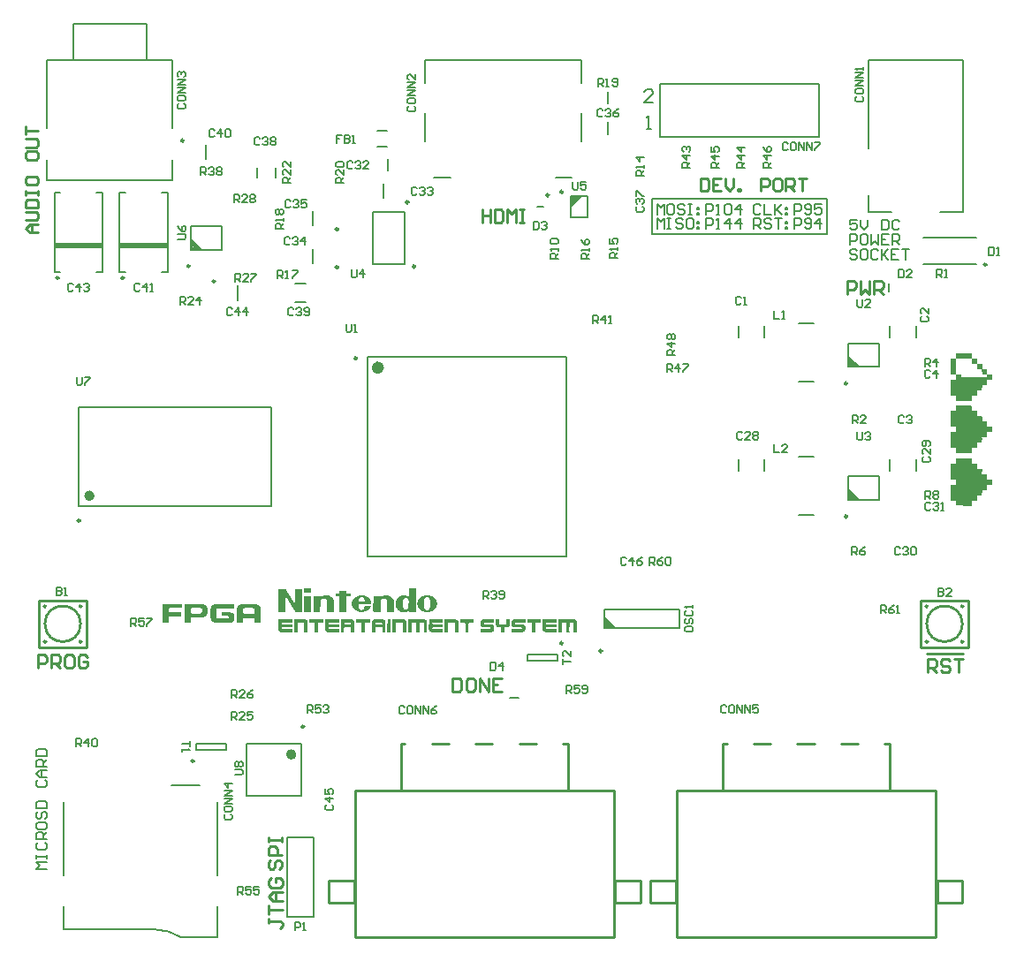
<source format=gto>
G04*
G04 #@! TF.GenerationSoftware,Altium Limited,Altium Designer,23.4.1 (23)*
G04*
G04 Layer_Color=65535*
%FSLAX44Y44*%
%MOMM*%
G71*
G04*
G04 #@! TF.SameCoordinates,0BEE9D39-8D09-447D-96B2-328BBDF68ADB*
G04*
G04*
G04 #@! TF.FilePolarity,Positive*
G04*
G01*
G75*
%ADD10C,0.5000*%
%ADD11C,0.2500*%
%ADD12C,0.2540*%
%ADD13C,0.6000*%
%ADD14C,0.2000*%
%ADD15C,0.2032*%
%ADD16C,0.1270*%
%ADD17R,4.6000X0.6000*%
G36*
X948335Y559267D02*
X948371Y559121D01*
X948408Y554266D01*
X953336Y554230D01*
X953409Y554157D01*
X953372Y549229D01*
X948499Y549211D01*
X948371Y549302D01*
X948335Y549448D01*
X948371Y551127D01*
X948335Y554230D01*
X933314Y554248D01*
X933296Y539154D01*
X936015Y539136D01*
X936125Y539172D01*
X938278Y539136D01*
X938333Y539081D01*
X938370Y536672D01*
X938424Y536617D01*
X963264Y536599D01*
X963392Y536690D01*
X963447Y536854D01*
X963429Y539136D01*
X958501Y539172D01*
X958410Y539264D01*
X958446Y539738D01*
Y539994D01*
Y540030D01*
X958410Y544155D01*
X958245Y544210D01*
X953427Y544246D01*
X953409Y549192D01*
X953573Y549247D01*
X957315Y549229D01*
X957917Y549247D01*
X958026Y549211D01*
X958136Y549247D01*
X958337Y549192D01*
X958410Y549156D01*
X958446Y549010D01*
X958483Y544228D01*
X963337Y544191D01*
X963410Y544155D01*
X963447Y544009D01*
X963483Y539154D01*
X964049Y539136D01*
X964159Y539172D01*
X968229Y539154D01*
X968356Y539172D01*
X968484Y539081D01*
X968448Y534153D01*
X968393Y534099D01*
X963502Y534062D01*
X963447Y534007D01*
X963410Y529152D01*
X963356Y529098D01*
X963210Y529061D01*
X963100Y529098D01*
X958702Y529079D01*
X958647Y529098D01*
X958464Y528988D01*
X958428Y524133D01*
X958355Y524060D01*
X953464Y524024D01*
X953409Y523969D01*
X953372Y519041D01*
X953208Y518986D01*
X953062Y519023D01*
X948426Y518986D01*
X948371Y518932D01*
X948335Y514004D01*
X948280Y513949D01*
X933314Y513986D01*
X933259Y514186D01*
X933278Y514643D01*
X933241Y518986D01*
X933077Y519005D01*
X932511Y518986D01*
X932402Y519023D01*
X928404Y519005D01*
X928277Y519059D01*
X928222Y519114D01*
X928259Y519479D01*
X928240Y533989D01*
X928277Y534062D01*
X928569Y534135D01*
X928678Y534099D01*
X933004Y534117D01*
X933168Y534099D01*
X933259Y534190D01*
X933278Y536216D01*
X933241Y539136D01*
X928313Y539172D01*
X928259Y539227D01*
X928240Y554138D01*
X928350Y554248D01*
X933241Y554284D01*
X933278Y557679D01*
X933296Y557734D01*
X933259Y557843D01*
X933278Y559030D01*
X933259Y559194D01*
X933314Y559285D01*
X939520Y559322D01*
X939629Y559285D01*
X946546Y559304D01*
X948098Y559285D01*
X948207Y559322D01*
X948335Y559267D01*
D02*
G37*
G36*
Y508857D02*
X948371Y508711D01*
X948408Y503966D01*
X948463Y503911D01*
X953372Y503893D01*
X953409Y503747D01*
X953445Y498892D01*
X958264Y498855D01*
X958391Y498801D01*
X958446Y498746D01*
X958483Y493891D01*
X958537Y493836D01*
X963137Y493800D01*
X963246Y493836D01*
X963429Y493727D01*
X963465Y488872D01*
X963648Y488799D01*
X968429Y488762D01*
X968484Y488598D01*
X968448Y483780D01*
X963520Y483743D01*
X963447Y483670D01*
Y481663D01*
Y481626D01*
X963410Y478742D01*
X963210Y478688D01*
X963027Y478724D01*
X962918Y478688D01*
X958556Y478706D01*
X958446Y478633D01*
X958410Y478523D01*
X958446Y478414D01*
X958410Y473741D01*
X958355Y473687D01*
X958099Y473650D01*
X955106Y473687D01*
X953464Y473650D01*
X953409Y473486D01*
X953372Y468704D01*
X953317Y468649D01*
X948426Y468613D01*
X948371Y468558D01*
X948335Y463667D01*
X948280Y463612D01*
X933314Y463649D01*
X933259Y463703D01*
X933278Y465401D01*
X933259Y468266D01*
X933296Y468376D01*
X933259Y468522D01*
X933223Y468631D01*
X928404Y468668D01*
X928277Y468722D01*
X928222Y468887D01*
X928259Y469142D01*
X928240Y483615D01*
X928277Y483725D01*
X928423Y483761D01*
X933241Y483798D01*
X933278Y486536D01*
X933296Y486590D01*
X933259Y486700D01*
X933278Y488580D01*
X933241Y488762D01*
X933132Y488799D01*
X928313Y488835D01*
X928259Y489000D01*
X928295Y503856D01*
X928350Y503911D01*
X933241Y503947D01*
X933278Y507561D01*
X933296Y507616D01*
X933259Y507725D01*
X933278Y508583D01*
X933259Y508747D01*
X933369Y508930D01*
X948244Y508948D01*
X948335Y508857D01*
D02*
G37*
G36*
X948317Y458538D02*
X948371Y458374D01*
X948408Y453592D01*
X948463Y453537D01*
X953354Y453501D01*
X953409Y453446D01*
X953445Y448555D01*
X953500Y448500D01*
X953865Y448536D01*
X958081Y448518D01*
X958172Y448536D01*
X958282Y448500D01*
X958355Y448464D01*
X958410Y448409D01*
X958446Y448263D01*
X958428Y443609D01*
X958501Y443499D01*
X958647Y443463D01*
X963027Y443499D01*
X963100Y443463D01*
X963210Y443499D01*
X963410Y443444D01*
X963447Y443335D01*
X963465Y438462D01*
X963611Y438425D01*
X968429Y438389D01*
X968484Y438334D01*
X968448Y433443D01*
X968393Y433388D01*
X963502Y433351D01*
X963447Y433297D01*
X963410Y428405D01*
X963246Y428351D01*
X958556Y428369D01*
X958483Y428332D01*
X958446Y428186D01*
X958410Y423368D01*
X958209Y423313D01*
X953427Y423277D01*
X953391Y418312D01*
X953281Y418276D01*
X948390Y418239D01*
X948335Y418075D01*
X948371Y417966D01*
X948335Y413293D01*
X948280Y413238D01*
X933314Y413275D01*
X933259Y413476D01*
X933278Y416195D01*
X933259Y417966D01*
X933296Y418075D01*
X933259Y418221D01*
X933205Y418276D01*
X928313Y418312D01*
X928259Y418367D01*
X928295Y433333D01*
X928459Y433388D01*
X933241Y433424D01*
X933278Y437111D01*
X933296Y437202D01*
X933259Y437312D01*
X933278Y438316D01*
X933205Y438425D01*
X932766D01*
X928313Y438462D01*
X928259Y438517D01*
X928295Y453483D01*
X928459Y453537D01*
X933241Y453574D01*
X933278Y453756D01*
X933296Y453884D01*
X933259Y453994D01*
X933278Y458283D01*
X933259Y458447D01*
X933314Y458538D01*
X933460Y458575D01*
X948317Y458538D01*
D02*
G37*
G36*
X315683Y334193D02*
X315704Y334116D01*
X315690Y333934D01*
X315697Y329746D01*
X315683Y329676D01*
X315641Y329633D01*
X315585Y329619D01*
X315374Y329633D01*
X315332Y329619D01*
X309152Y329627D01*
X309033Y329619D01*
X308942Y329669D01*
X308913Y329767D01*
X308927Y329949D01*
X308920Y334151D01*
X308977Y334221D01*
X309075Y334235D01*
X309208Y334228D01*
X313648Y334235D01*
X313663D01*
X315465Y334228D01*
X315613Y334235D01*
X315683Y334193D01*
D02*
G37*
G36*
X349333Y331927D02*
X349382Y331892D01*
X349403Y331871D01*
Y330566D01*
Y330552D01*
X349396Y328960D01*
X349410Y328904D01*
X349438Y328876D01*
X349537Y328848D01*
X353100Y328834D01*
X353121Y328813D01*
X353135Y328715D01*
X353121Y326638D01*
X353072Y326575D01*
X352988Y326561D01*
X352946Y326575D01*
X349467Y326561D01*
X349403Y326498D01*
X349396Y326407D01*
X349403Y311654D01*
X349340Y311577D01*
X349242Y311549D01*
X349102Y311563D01*
X342697Y311556D01*
X342648Y311591D01*
X342627Y311668D01*
X342613Y326526D01*
X342592Y326561D01*
X342494Y326589D01*
X342452Y326575D01*
X338986Y326589D01*
X338937Y326638D01*
X338923Y326736D01*
X338916Y328764D01*
X338951Y328813D01*
X339042Y328848D01*
X342529Y328841D01*
X342585Y328855D01*
X342613Y328883D01*
X342627Y328939D01*
X342641Y331899D01*
X342676Y331934D01*
X342767Y331941D01*
X349333Y331927D01*
D02*
G37*
G36*
X315627Y326645D02*
X315676Y326596D01*
X315690Y326498D01*
Y315428D01*
Y315414D01*
X315697Y311703D01*
X315683Y311619D01*
X315662Y311598D01*
X315648Y311570D01*
X315571Y311549D01*
X315388Y311563D01*
X309040Y311556D01*
X308970Y311584D01*
X308942Y311612D01*
X308913Y311710D01*
X308927Y311935D01*
X308920Y326449D01*
X308935Y326561D01*
X308970Y326610D01*
X309005Y326645D01*
X309096Y326652D01*
X315515Y326645D01*
X315557Y326659D01*
X315627Y326645D01*
D02*
G37*
G36*
X415715Y334347D02*
X415736Y334327D01*
X415750Y334270D01*
Y313029D01*
Y313015D01*
X415736Y311612D01*
X415701Y311577D01*
X415645Y311563D01*
X415610Y311556D01*
X409191Y311563D01*
X409149Y311549D01*
X409058Y311570D01*
X408974Y311640D01*
X408960Y311739D01*
X408974Y311879D01*
X408967Y312194D01*
X408974Y312328D01*
X408953Y312363D01*
X408896Y312377D01*
X408644Y312237D01*
X408567Y312174D01*
X408448Y312124D01*
X408377Y312082D01*
X408349Y312054D01*
X408321Y312040D01*
X408251Y312012D01*
X408160Y311977D01*
X408111Y311942D01*
X408027Y311886D01*
X407935Y311865D01*
X407865Y311837D01*
X407690Y311746D01*
X407599Y311724D01*
X407543Y311710D01*
X407430Y311640D01*
X407311Y311605D01*
X407206Y311584D01*
X407150Y311570D01*
X406988Y311493D01*
X406820Y311465D01*
X406764Y311451D01*
X406687Y311430D01*
X406631Y311416D01*
X406561Y311388D01*
X406483Y311367D01*
X406427Y311353D01*
X406329Y311339D01*
X406273Y311325D01*
X406133Y311311D01*
X406091Y311297D01*
X405929Y311262D01*
X405852Y311241D01*
X405719Y311220D01*
X405607Y311205D01*
X405410Y311191D01*
X405186Y311177D01*
X405045Y311163D01*
X404933Y311149D01*
X404744Y311128D01*
X404274Y311107D01*
X403916Y311100D01*
X403874Y311114D01*
X403565Y311128D01*
X403523Y311142D01*
X403208Y311177D01*
X402899Y311205D01*
X402787Y311220D01*
X402702Y311234D01*
X402625Y311255D01*
X402555Y311283D01*
X402443Y311311D01*
X402246Y311339D01*
X402190Y311353D01*
X402057Y311402D01*
X401966Y311437D01*
X401854Y311465D01*
X401706Y311500D01*
X401559Y311577D01*
X401391Y311619D01*
X401264Y311689D01*
X401166Y311732D01*
X401089Y311753D01*
X401019Y311781D01*
X400970Y311830D01*
X400900Y311858D01*
X400843Y311872D01*
X400717Y311942D01*
X400689Y311970D01*
X400619Y311998D01*
X400528Y312033D01*
X400479Y312068D01*
X400451Y312096D01*
X400423Y312110D01*
X400324Y312153D01*
X400296Y312167D01*
X400219Y312230D01*
X400198Y312251D01*
X400128Y312279D01*
X400030Y312335D01*
X399974Y312391D01*
X399847Y312461D01*
X399791Y312517D01*
X399665Y312587D01*
X399609Y312644D01*
X399581Y312658D01*
X399483Y312728D01*
X399426Y312784D01*
X399398Y312798D01*
X399321Y312861D01*
X399272Y312910D01*
X399244Y312924D01*
X399118Y313022D01*
X399062Y313078D01*
X399034Y313092D01*
X398956Y313156D01*
X398893Y313219D01*
X398865Y313233D01*
X398725Y313373D01*
X398697Y313387D01*
X398676Y313408D01*
X398662Y313436D01*
X398599Y313499D01*
X398571Y313513D01*
X398521Y313563D01*
X398507Y313591D01*
X398381Y313717D01*
X398367Y313745D01*
X398332Y313780D01*
X398304Y313794D01*
X398283Y313815D01*
X398269Y313843D01*
X398206Y313920D01*
X398157Y313969D01*
X398143Y313997D01*
X398115Y314025D01*
X398073Y314096D01*
X398002Y314166D01*
X397988Y314194D01*
X397918Y314292D01*
X397862Y314348D01*
X397792Y314474D01*
X397736Y314531D01*
X397652Y314685D01*
X397596Y314741D01*
X397546Y314874D01*
X397497Y314923D01*
X397483Y314951D01*
X397427Y315078D01*
X397385Y315148D01*
X397357Y315176D01*
X397343Y315204D01*
X397301Y315302D01*
X397280Y315379D01*
X397245Y315428D01*
X397217Y315457D01*
X397189Y315527D01*
X397175Y315583D01*
X397126Y315716D01*
X397090Y315751D01*
X397048Y315849D01*
X397013Y316011D01*
X396950Y316130D01*
X396922Y316200D01*
X396908Y316256D01*
X396873Y316418D01*
X396845Y316488D01*
X396796Y316607D01*
X396782Y316663D01*
X396768Y316761D01*
X396726Y316958D01*
X396684Y317056D01*
X396663Y317133D01*
X396649Y317217D01*
X396606Y317554D01*
X396592Y317624D01*
X396578Y317680D01*
X396564Y317750D01*
X396550Y317806D01*
X396522Y317975D01*
X396508Y318143D01*
X396494Y318382D01*
X396480Y318704D01*
X396459Y319076D01*
X396473Y319118D01*
X396459Y319385D01*
X396480Y319911D01*
X396494Y320149D01*
X396508Y320346D01*
X396522Y320472D01*
X396536Y320556D01*
X396550Y320612D01*
X396585Y320732D01*
X396600Y320788D01*
X396628Y320956D01*
X396649Y321089D01*
X396663Y321160D01*
X396705Y321272D01*
X396740Y321363D01*
X396768Y321475D01*
X396782Y321587D01*
X396880Y321798D01*
X396908Y321910D01*
X396929Y321987D01*
X396950Y322036D01*
X397006Y322121D01*
X397034Y322233D01*
X397076Y322345D01*
X397147Y322443D01*
X397168Y322520D01*
X397210Y322633D01*
X397245Y322682D01*
X397315Y322836D01*
X397371Y322934D01*
X397399Y322962D01*
X397441Y323061D01*
X397476Y323152D01*
X397539Y323215D01*
X397581Y323313D01*
X397638Y323411D01*
X397680Y323453D01*
X397764Y323608D01*
X397820Y323664D01*
X397904Y323818D01*
X397960Y323874D01*
X398017Y323973D01*
X398087Y324043D01*
X398101Y324071D01*
X398171Y324169D01*
X398213Y324211D01*
X398227Y324239D01*
X398325Y324365D01*
X398367Y324408D01*
X398381Y324436D01*
X398444Y324513D01*
X398521Y324590D01*
X398536Y324618D01*
X398662Y324744D01*
X398676Y324772D01*
X398711Y324807D01*
X398739Y324821D01*
X398774Y324856D01*
X398788Y324884D01*
X398851Y324948D01*
X398879Y324962D01*
X398914Y324997D01*
X398928Y325025D01*
X398992Y325088D01*
X399020Y325102D01*
X399041Y325123D01*
X399055Y325151D01*
X399118Y325214D01*
X399146Y325228D01*
X399209Y325291D01*
X399223Y325319D01*
X399307Y325376D01*
X399349Y325418D01*
X399363Y325446D01*
X399448Y325502D01*
X399539Y325593D01*
X399567Y325607D01*
X399644Y325670D01*
X399693Y325705D01*
X399721Y325733D01*
X399749Y325747D01*
X399875Y325845D01*
X399903Y325874D01*
X400002Y325930D01*
X400072Y326000D01*
X400198Y326070D01*
X400240Y326112D01*
X400268Y326126D01*
X400395Y326196D01*
X400437Y326238D01*
X400465Y326252D01*
X400647Y326351D01*
X400689Y326393D01*
X400822Y326442D01*
X400872Y326477D01*
X400900Y326505D01*
X400928Y326519D01*
X400998Y326547D01*
X401089Y326582D01*
X401138Y326617D01*
X401166Y326645D01*
X401236Y326673D01*
X401370Y326722D01*
X401419Y326757D01*
X401545Y326814D01*
X401678Y326863D01*
X401783Y326926D01*
X401952Y326968D01*
X402029Y326989D01*
X402190Y327066D01*
X402281Y327087D01*
X402436Y327115D01*
X402590Y327171D01*
X402667Y327192D01*
X402723Y327206D01*
X402822Y327220D01*
X402962Y327234D01*
X403018Y327248D01*
X403137Y327270D01*
X403208Y327284D01*
X403285Y327305D01*
X403481Y327333D01*
X403621Y327347D01*
X404014Y327361D01*
X405080Y327347D01*
X405122Y327333D01*
X405319Y327319D01*
X405361Y327305D01*
X405459Y327291D01*
X405515Y327276D01*
X405614Y327262D01*
X405852Y327234D01*
X405908Y327220D01*
X406077Y327206D01*
X406119Y327192D01*
X406210Y327171D01*
X406301Y327136D01*
X406399Y327108D01*
X406497Y327094D01*
X406554Y327080D01*
X406638Y327066D01*
X406792Y326996D01*
X406890Y326968D01*
X407002Y326940D01*
X407213Y326842D01*
X407269Y326828D01*
X407402Y326778D01*
X407452Y326743D01*
X407578Y326687D01*
X407669Y326666D01*
X407753Y326610D01*
X407774Y326589D01*
X407844Y326561D01*
X407935Y326540D01*
X408013Y326491D01*
X408097Y326435D01*
X408188Y326414D01*
X408258Y326386D01*
X408293Y326351D01*
X408321Y326337D01*
X408349Y326309D01*
X408405Y326294D01*
X408518Y326252D01*
X408644Y326168D01*
X408714Y326140D01*
X408812Y326084D01*
X408882Y326056D01*
X408953Y326070D01*
X408974Y326133D01*
X408967Y326280D01*
X408974Y334172D01*
X408960Y334214D01*
X408974Y334313D01*
X408995Y334333D01*
X409065Y334362D01*
X415715Y334347D01*
D02*
G37*
G36*
X387810Y327403D02*
X388034Y327389D01*
X388175Y327375D01*
X388441Y327361D01*
X388581Y327347D01*
X388813Y327298D01*
X388890Y327276D01*
X388981Y327256D01*
X389066Y327242D01*
X389178Y327227D01*
X389346Y327199D01*
X389402Y327185D01*
X389648Y327108D01*
X389746Y327094D01*
X389802Y327080D01*
X389886Y327066D01*
X390069Y326982D01*
X390181Y326954D01*
X390272Y326933D01*
X390447Y326842D01*
X390504Y326828D01*
X390581Y326806D01*
X390651Y326778D01*
X390686Y326743D01*
X390714Y326729D01*
X390784Y326701D01*
X390840Y326687D01*
X390931Y326652D01*
X390966Y326617D01*
X390995Y326603D01*
X391023Y326575D01*
X391100Y326554D01*
X391191Y326519D01*
X391268Y326456D01*
X391345Y326421D01*
X391472Y326351D01*
X391500Y326323D01*
X391528Y326309D01*
X391682Y326224D01*
X391724Y326182D01*
X391907Y326084D01*
X391963Y326028D01*
X392061Y325972D01*
X392089Y325944D01*
X392117Y325930D01*
X392145Y325902D01*
X392173Y325888D01*
X392271Y325831D01*
X392355Y325747D01*
X392426Y325705D01*
X392510Y325621D01*
X392580Y325579D01*
X392678Y325481D01*
X392706Y325467D01*
X392832Y325340D01*
X392860Y325326D01*
X393148Y325039D01*
X393162Y325011D01*
X393288Y324884D01*
X393302Y324856D01*
X393401Y324758D01*
X393415Y324730D01*
X393450Y324681D01*
X393478Y324667D01*
X393527Y324618D01*
X393569Y324548D01*
X393639Y324478D01*
X393653Y324450D01*
X393744Y324316D01*
X393793Y324267D01*
X393864Y324141D01*
X393920Y324085D01*
X393976Y323987D01*
X394039Y323909D01*
X394109Y323769D01*
X394158Y323720D01*
X394172Y323692D01*
X394271Y323509D01*
X394313Y323467D01*
X394341Y323369D01*
X394425Y323215D01*
X394467Y323117D01*
X394481Y323061D01*
X394516Y322969D01*
X394572Y322885D01*
X394607Y322766D01*
X394621Y322710D01*
X394635Y322626D01*
X394720Y322443D01*
X394748Y322331D01*
X394769Y322198D01*
X394783Y322142D01*
X394832Y322022D01*
X394853Y321945D01*
X394867Y321861D01*
X394881Y321749D01*
X394895Y321623D01*
X394937Y321370D01*
X394951Y321300D01*
X394965Y321244D01*
X394979Y321160D01*
X394993Y321047D01*
X395007Y320823D01*
X395021Y320304D01*
X395028Y320297D01*
X395014Y320255D01*
X395028Y320030D01*
X395014Y311612D01*
X394965Y311563D01*
X394909Y311549D01*
X394684Y311563D01*
X388364Y311556D01*
X388315Y311577D01*
X388266Y311626D01*
X388252Y311724D01*
X388266Y311921D01*
X388252Y311963D01*
X388259Y321496D01*
X388231Y321819D01*
X388203Y321931D01*
X388182Y322008D01*
X388168Y322065D01*
X388153Y322163D01*
X388139Y322219D01*
X388119Y322296D01*
X388090Y322366D01*
X388069Y322387D01*
X388055Y322415D01*
X388027Y322485D01*
X388013Y322542D01*
X387978Y322633D01*
X387929Y322682D01*
X387915Y322710D01*
X387817Y322892D01*
X387761Y322948D01*
X387705Y323047D01*
X387634Y323117D01*
X387620Y323145D01*
X387522Y323271D01*
X387466Y323327D01*
X387452Y323355D01*
X387235Y323573D01*
X387206Y323587D01*
X387164Y323629D01*
X387136Y323643D01*
X387066Y323713D01*
X386968Y323769D01*
X386898Y323839D01*
X386807Y323874D01*
X386730Y323923D01*
X386687Y323965D01*
X386589Y323994D01*
X386498Y324029D01*
X386449Y324064D01*
X386323Y324120D01*
X386203Y324141D01*
X386147Y324155D01*
X386077Y324183D01*
X385986Y324218D01*
X385930Y324232D01*
X385761Y324260D01*
X385488Y324281D01*
X385235Y324295D01*
X385004Y324302D01*
X384962Y324288D01*
X384597Y324274D01*
X384555Y324260D01*
X384344Y324246D01*
X384302Y324232D01*
X384169Y324183D01*
X384099Y324155D01*
X384043Y324141D01*
X383903Y324113D01*
X383832Y324085D01*
X383748Y324029D01*
X383657Y323994D01*
X383580Y323973D01*
X383503Y323923D01*
X383475Y323895D01*
X383376Y323853D01*
X383306Y323811D01*
X383250Y323755D01*
X383222Y323741D01*
X383124Y323685D01*
X383068Y323629D01*
X383040Y323615D01*
X383012Y323587D01*
X382984Y323573D01*
X382906Y323509D01*
X382829Y323432D01*
X382801Y323418D01*
X382780Y323397D01*
X382766Y323369D01*
X382703Y323306D01*
X382675Y323292D01*
X382640Y323257D01*
X382626Y323229D01*
X382514Y323117D01*
X382500Y323089D01*
X382436Y322998D01*
X382408Y322983D01*
X382345Y322878D01*
X382331Y322850D01*
X382268Y322773D01*
X382233Y322738D01*
X382212Y322661D01*
X382156Y322577D01*
X382135Y322556D01*
X382121Y322528D01*
X382093Y322457D01*
X382079Y322401D01*
X381980Y322191D01*
X381952Y322079D01*
X381931Y321917D01*
X381903Y321777D01*
X381882Y321587D01*
X381868Y321447D01*
X381875Y311675D01*
X381854Y311626D01*
X381805Y311577D01*
X381693Y311549D01*
X381595Y311563D01*
X375176Y311556D01*
X375120Y311584D01*
X375106Y311612D01*
X375092Y311654D01*
X375085Y311746D01*
X375092Y326526D01*
X375078Y326568D01*
X375106Y326680D01*
X375141Y326715D01*
X375239Y326729D01*
X375295Y326715D01*
X377722D01*
X381728Y326722D01*
X381784Y326708D01*
X381854Y326666D01*
X381882Y326596D01*
X381868Y326329D01*
X381875Y325411D01*
X381861Y325326D01*
X381854Y325319D01*
X381889Y325256D01*
X381959Y325270D01*
X382044Y325326D01*
X382072Y325340D01*
X382198Y325467D01*
X382226Y325481D01*
X382303Y325544D01*
X382338Y325579D01*
X382366Y325593D01*
X382492Y325691D01*
X382535Y325733D01*
X382633Y325789D01*
X382661Y325831D01*
X382689Y325845D01*
X382815Y325916D01*
X382885Y325986D01*
X383040Y326070D01*
X383096Y326126D01*
X383166Y326154D01*
X383264Y326210D01*
X383306Y326252D01*
X383376Y326280D01*
X383475Y326337D01*
X383573Y326407D01*
X383650Y326428D01*
X383762Y326498D01*
X383783Y326519D01*
X383853Y326547D01*
X383909Y326561D01*
X384008Y326617D01*
X384092Y326673D01*
X384183Y326694D01*
X384253Y326722D01*
X384302Y326757D01*
X384429Y326814D01*
X384506Y326835D01*
X384576Y326863D01*
X384681Y326926D01*
X384758Y326947D01*
X384828Y326961D01*
X384885Y326975D01*
X384955Y327003D01*
X385102Y327066D01*
X385158Y327080D01*
X385256Y327094D01*
X385312Y327108D01*
X385488Y327171D01*
X385565Y327192D01*
X385677Y327220D01*
X385867Y327242D01*
X385937Y327256D01*
X385993Y327270D01*
X386070Y327291D01*
X386182Y327319D01*
X386281Y327333D01*
X386337Y327347D01*
X386603Y327361D01*
X386786Y327375D01*
X387010Y327389D01*
X387192Y327403D01*
X387501Y327417D01*
X387810Y327403D01*
D02*
G37*
G36*
X330049D02*
X330519Y327382D01*
X330688Y327368D01*
X330912Y327354D01*
X331038Y327340D01*
X331123Y327326D01*
X331291Y327284D01*
X331368Y327262D01*
X331487Y327242D01*
X331600Y327227D01*
X331768Y327199D01*
X331824Y327185D01*
X332028Y327122D01*
X332084Y327108D01*
X332182Y327094D01*
X332238Y327080D01*
X332315Y327059D01*
X332385Y327031D01*
X332533Y326968D01*
X332631Y326954D01*
X332764Y326905D01*
X332799Y326870D01*
X332939Y326828D01*
X332996Y326814D01*
X333122Y326743D01*
X333248Y326687D01*
X333325Y326666D01*
X333402Y326617D01*
X333430Y326589D01*
X333501Y326561D01*
X333613Y326519D01*
X333690Y326456D01*
X333767Y326421D01*
X333858Y326386D01*
X333908Y326337D01*
X333936Y326323D01*
X334118Y326224D01*
X334174Y326168D01*
X334328Y326084D01*
X334384Y326028D01*
X334476Y325993D01*
X334567Y325902D01*
X334665Y325845D01*
X334735Y325775D01*
X334763Y325761D01*
X334897Y325670D01*
X334960Y325607D01*
X334988Y325593D01*
X335065Y325530D01*
X335128Y325467D01*
X335156Y325453D01*
X335282Y325326D01*
X335311Y325312D01*
X335346Y325277D01*
X335360Y325249D01*
X335395Y325214D01*
X335423Y325200D01*
X335486Y325137D01*
X335500Y325109D01*
X335549Y325060D01*
X335577Y325046D01*
X335612Y325011D01*
X335626Y324983D01*
X335752Y324856D01*
X335766Y324828D01*
X335816Y324765D01*
X335837Y324758D01*
X335851Y324730D01*
X335879Y324702D01*
X335893Y324674D01*
X335921Y324646D01*
X335935Y324618D01*
X336005Y324548D01*
X336019Y324520D01*
X336089Y324422D01*
X336145Y324365D01*
X336201Y324267D01*
X336272Y324197D01*
X336342Y324071D01*
X336384Y324029D01*
X336398Y324001D01*
X336468Y323874D01*
X336538Y323804D01*
X336566Y323734D01*
X336622Y323636D01*
X336664Y323594D01*
X336721Y323453D01*
X336735Y323425D01*
X336819Y323299D01*
X336833Y323243D01*
X336868Y323152D01*
X336938Y323040D01*
X336959Y322962D01*
X336973Y322906D01*
X337022Y322773D01*
X337071Y322682D01*
X337099Y322570D01*
X337120Y322478D01*
X337134Y322422D01*
X337162Y322352D01*
X337197Y322261D01*
X337225Y322149D01*
X337254Y321952D01*
X337268Y321896D01*
X337289Y321805D01*
X337338Y321644D01*
X337366Y321447D01*
X337387Y321174D01*
X337401Y321019D01*
X337429Y320739D01*
X337443Y320626D01*
X337457Y320262D01*
X337471Y311732D01*
X337478Y311724D01*
X337464Y311682D01*
X337450Y311626D01*
X337401Y311577D01*
X337303Y311563D01*
X330723Y311577D01*
X330674Y311626D01*
X330660Y311682D01*
X330646Y321896D01*
X330632Y321938D01*
X330617Y322079D01*
X330603Y322121D01*
X330533Y322275D01*
X330491Y322443D01*
X330435Y322542D01*
X330309Y322780D01*
X330267Y322822D01*
X330169Y323004D01*
X330112Y323061D01*
X330056Y323159D01*
X330035Y323180D01*
X330007Y323194D01*
X329986Y323215D01*
X329972Y323243D01*
X329909Y323320D01*
X329860Y323355D01*
X329846Y323383D01*
X329818Y323411D01*
X329811Y323432D01*
X329783Y323446D01*
X329741Y323489D01*
X329720Y323495D01*
X329706Y323524D01*
X329642Y323587D01*
X329614Y323601D01*
X329516Y323699D01*
X329488Y323713D01*
X329390Y323783D01*
X329362Y323811D01*
X329334Y323825D01*
X329179Y323909D01*
X329081Y323979D01*
X329004Y324001D01*
X328948Y324015D01*
X328864Y324071D01*
X328787Y324106D01*
X328674Y324134D01*
X328590Y324148D01*
X328492Y324190D01*
X328352Y324232D01*
X328296Y324246D01*
X328155Y324260D01*
X327790Y324288D01*
X327524Y324302D01*
X327166Y324281D01*
X326998Y324267D01*
X326858Y324253D01*
X326703Y324225D01*
X326591Y324183D01*
X326430Y324134D01*
X326282Y324099D01*
X326198Y324043D01*
X326121Y324008D01*
X326065Y323994D01*
X325974Y323959D01*
X325910Y323895D01*
X325840Y323867D01*
X325714Y323797D01*
X325672Y323755D01*
X325644Y323741D01*
X325546Y323685D01*
X325462Y323601D01*
X325434Y323587D01*
X325370Y323538D01*
X325356Y323509D01*
X325335Y323489D01*
X325307Y323475D01*
X325279Y323446D01*
X325251Y323432D01*
X325216Y323397D01*
X325202Y323369D01*
X325181Y323348D01*
X325153Y323334D01*
X325104Y323285D01*
X325090Y323257D01*
X324978Y323145D01*
X324963Y323117D01*
X324865Y323018D01*
X324851Y322990D01*
X324753Y322864D01*
X324725Y322836D01*
X324690Y322745D01*
X324669Y322724D01*
X324655Y322696D01*
X324613Y322654D01*
X324585Y322584D01*
X324550Y322492D01*
X324515Y322443D01*
X324459Y322317D01*
X324430Y322205D01*
X324381Y322071D01*
X324332Y321910D01*
X324318Y321728D01*
X324304Y321587D01*
X324290Y311612D01*
X324241Y311563D01*
X324185Y311549D01*
X324045Y311563D01*
X321225D01*
X317654Y311556D01*
X317584Y311584D01*
X317542Y311626D01*
X317528Y311724D01*
X317542Y326652D01*
X317591Y326701D01*
X317703Y326729D01*
X317801Y326715D01*
X324220Y326722D01*
X324276Y326694D01*
X324304Y326624D01*
X324318Y325249D01*
X324381Y325228D01*
X324409Y325242D01*
X324459Y325291D01*
X324473Y325319D01*
X324522Y325368D01*
X324543Y325376D01*
X324557Y325404D01*
X324606Y325453D01*
X324634Y325467D01*
X324711Y325530D01*
X324774Y325593D01*
X324872Y325649D01*
X324943Y325719D01*
X324971Y325733D01*
X325069Y325803D01*
X325111Y325845D01*
X325139Y325859D01*
X325237Y325916D01*
X325307Y325986D01*
X325462Y326070D01*
X325504Y326112D01*
X325686Y326210D01*
X325728Y326252D01*
X325798Y326280D01*
X325925Y326351D01*
X325967Y326393D01*
X326142Y326456D01*
X326205Y326519D01*
X326381Y326582D01*
X326430Y326617D01*
X326514Y326673D01*
X326598Y326687D01*
X326752Y326772D01*
X326851Y326814D01*
X326928Y326835D01*
X326984Y326849D01*
X327061Y326898D01*
X327159Y326940D01*
X327215Y326954D01*
X327307Y326975D01*
X327419Y327017D01*
X327566Y327080D01*
X327699Y327101D01*
X327812Y327129D01*
X327931Y327178D01*
X328099Y327220D01*
X328289Y327242D01*
X328359Y327256D01*
X328471Y327284D01*
X328548Y327305D01*
X328604Y327319D01*
X328801Y327347D01*
X328983Y327361D01*
X329285Y327382D01*
X329523Y327396D01*
X329706Y327410D01*
X330007Y327417D01*
X330049Y327403D01*
D02*
G37*
G36*
X364184Y327220D02*
X364983Y327206D01*
X365025Y327192D01*
X365215Y327171D01*
X365285Y327157D01*
X365538Y327115D01*
X365650Y327101D01*
X365818Y327087D01*
X365945Y327073D01*
X366015Y327059D01*
X366127Y327031D01*
X366204Y327010D01*
X366372Y326968D01*
X366534Y326947D01*
X366618Y326933D01*
X366695Y326912D01*
X366793Y326870D01*
X366891Y326842D01*
X366948Y326828D01*
X367081Y326806D01*
X367137Y326792D01*
X367298Y326715D01*
X367354Y326701D01*
X367516Y326666D01*
X367586Y326638D01*
X367705Y326575D01*
X367761Y326561D01*
X367853Y326540D01*
X367965Y326498D01*
X368000Y326463D01*
X368091Y326428D01*
X368161Y326414D01*
X368252Y326379D01*
X368350Y326309D01*
X368428Y326287D01*
X368484Y326273D01*
X368596Y326203D01*
X368659Y326168D01*
X368715Y326154D01*
X368806Y326119D01*
X368856Y326084D01*
X368884Y326056D01*
X368912Y326042D01*
X368982Y326014D01*
X369073Y325979D01*
X369136Y325916D01*
X369206Y325888D01*
X369333Y325817D01*
X369361Y325789D01*
X369389Y325775D01*
X369543Y325691D01*
X369585Y325649D01*
X369613Y325635D01*
X369739Y325565D01*
X369796Y325509D01*
X369950Y325425D01*
X370020Y325354D01*
X370118Y325298D01*
X370188Y325228D01*
X370216Y325214D01*
X370315Y325144D01*
X370371Y325088D01*
X370399Y325074D01*
X370476Y325011D01*
X370539Y324948D01*
X370567Y324934D01*
X370644Y324870D01*
X370658Y324842D01*
X370680Y324821D01*
X370708Y324807D01*
X370736Y324779D01*
X370764Y324765D01*
X370799Y324716D01*
X370834Y324681D01*
X370862Y324667D01*
X370939Y324590D01*
X370953Y324562D01*
X371002Y324527D01*
X371065Y324464D01*
X371079Y324436D01*
X371100Y324414D01*
X371128Y324400D01*
X371206Y324323D01*
X371220Y324295D01*
X371241Y324274D01*
X371269Y324260D01*
X371304Y324225D01*
X371318Y324197D01*
X371444Y324071D01*
X371458Y324043D01*
X371570Y323930D01*
X371613Y323860D01*
X371697Y323776D01*
X371753Y323678D01*
X371837Y323594D01*
X371893Y323495D01*
X371963Y323425D01*
X372033Y323299D01*
X372104Y323229D01*
X372139Y323138D01*
X372160Y323117D01*
X372174Y323089D01*
X372230Y323032D01*
X372314Y322878D01*
X372342Y322850D01*
X372356Y322822D01*
X372454Y322640D01*
X372496Y322598D01*
X372545Y322464D01*
X372595Y322387D01*
X372623Y322359D01*
X372651Y322289D01*
X372700Y322156D01*
X372735Y322121D01*
X372749Y322093D01*
X372791Y321994D01*
X372812Y321917D01*
X372840Y321847D01*
X372861Y321826D01*
X372875Y321798D01*
X372917Y321700D01*
X372931Y321644D01*
X372952Y321566D01*
X373030Y321405D01*
X373072Y321237D01*
X373086Y321152D01*
X373114Y321082D01*
X373156Y320984D01*
X373184Y320886D01*
X373198Y320788D01*
X373233Y320570D01*
X373247Y320514D01*
X373282Y320395D01*
X373296Y320339D01*
X373324Y320100D01*
X373338Y319918D01*
X373352Y319483D01*
X373366Y319427D01*
X373352Y319315D01*
X373317Y319266D01*
X373219Y319237D01*
X373036Y319251D01*
X361392Y319237D01*
X361371Y319216D01*
X361357Y319160D01*
X361343Y319062D01*
X361357Y315751D01*
X361371Y315709D01*
X361385Y315513D01*
X361399Y315471D01*
X361420Y315365D01*
X361441Y315288D01*
X361455Y315232D01*
X361483Y315036D01*
X361504Y314944D01*
X361546Y314832D01*
X361609Y314685D01*
X361630Y314594D01*
X361651Y314545D01*
X361721Y314446D01*
X361771Y314313D01*
X361792Y314292D01*
X361806Y314264D01*
X361862Y314208D01*
X361876Y314180D01*
X361946Y314082D01*
X362044Y313983D01*
X362058Y313955D01*
X362093Y313920D01*
X362121Y313906D01*
X362198Y313843D01*
X362248Y313794D01*
X362423Y313703D01*
X362430Y313682D01*
X362458Y313668D01*
X362486Y313640D01*
X362542Y313626D01*
X362640Y313570D01*
X362739Y313499D01*
X362830Y313478D01*
X362942Y313408D01*
X363061Y313359D01*
X363117Y313345D01*
X363230Y313303D01*
X363384Y313233D01*
X363517Y313212D01*
X363601Y313198D01*
X363672Y313184D01*
X363784Y313156D01*
X363868Y313142D01*
X364198Y313135D01*
X364240Y313149D01*
X364345Y313170D01*
X364422Y313191D01*
X364520Y313205D01*
X364576Y313219D01*
X364724Y313254D01*
X364871Y313331D01*
X364927Y313345D01*
X365061Y313394D01*
X365096Y313429D01*
X365124Y313443D01*
X365222Y313485D01*
X365313Y313520D01*
X365362Y313570D01*
X365390Y313584D01*
X365573Y313682D01*
X365615Y313724D01*
X365769Y313808D01*
X365853Y313892D01*
X365881Y313906D01*
X366057Y314082D01*
X366099Y314152D01*
X366169Y314222D01*
X366197Y314292D01*
X366253Y314390D01*
X366281Y314418D01*
X366309Y314488D01*
X366372Y314664D01*
X366436Y314783D01*
X366464Y314895D01*
X366478Y315007D01*
X366492Y315050D01*
X366520Y315162D01*
X366562Y315302D01*
X366576Y315358D01*
X366590Y315499D01*
X366604Y315765D01*
X366618Y315905D01*
X366632Y317014D01*
X366646Y317098D01*
X366667Y317133D01*
X366737Y317161D01*
X366912Y317168D01*
X372728Y317161D01*
X372770Y317175D01*
X372896Y317161D01*
X372945Y317126D01*
X372959Y317070D01*
X372945Y316972D01*
X372917Y316901D01*
X372896Y316824D01*
X372840Y316740D01*
X372805Y316649D01*
X372784Y316558D01*
X372700Y316418D01*
X372665Y316326D01*
X372623Y316214D01*
X372595Y316186D01*
X372580Y316158D01*
X372552Y316130D01*
X372496Y315976D01*
X372433Y315898D01*
X372349Y315730D01*
X372314Y315681D01*
X372286Y315653D01*
X372202Y315499D01*
X372146Y315442D01*
X372061Y315288D01*
X372005Y315232D01*
X371949Y315134D01*
X371879Y315064D01*
X371865Y315036D01*
X371795Y314937D01*
X371739Y314881D01*
X371725Y314853D01*
X371627Y314727D01*
X371584Y314685D01*
X371570Y314657D01*
X371507Y314580D01*
X371430Y314502D01*
X371416Y314474D01*
X371381Y314439D01*
X371353Y314425D01*
X371332Y314404D01*
X371318Y314376D01*
X371290Y314348D01*
X371276Y314320D01*
X371227Y314285D01*
X371177Y314236D01*
X371163Y314208D01*
X371128Y314173D01*
X371100Y314159D01*
X371037Y314096D01*
X371023Y314067D01*
X370988Y314032D01*
X370960Y314018D01*
X370820Y313878D01*
X370792Y313864D01*
X370757Y313829D01*
X370743Y313801D01*
X370722Y313780D01*
X370694Y313766D01*
X370616Y313703D01*
X370553Y313640D01*
X370525Y313626D01*
X370448Y313563D01*
X370399Y313513D01*
X370371Y313499D01*
X370245Y313401D01*
X370202Y313359D01*
X370104Y313303D01*
X370069Y313254D01*
X369929Y313170D01*
X369880Y313120D01*
X369852Y313106D01*
X369725Y313036D01*
X369655Y312966D01*
X369564Y312931D01*
X369487Y312882D01*
X369445Y312840D01*
X369354Y312805D01*
X369305Y312784D01*
X369227Y312721D01*
X369150Y312686D01*
X369059Y312651D01*
X368954Y312573D01*
X368884Y312545D01*
X368806Y312524D01*
X368729Y312475D01*
X368701Y312447D01*
X368631Y312419D01*
X368554Y312398D01*
X368484Y312370D01*
X368393Y312307D01*
X368294Y312279D01*
X368217Y312258D01*
X368147Y312230D01*
X368112Y312194D01*
X368042Y312167D01*
X367986Y312153D01*
X367888Y312124D01*
X367649Y312012D01*
X367537Y311998D01*
X367495Y311984D01*
X367312Y311900D01*
X367200Y311872D01*
X367053Y311837D01*
X366863Y311760D01*
X366807Y311746D01*
X366590Y311710D01*
X366436Y311654D01*
X366323Y311626D01*
X366253Y311612D01*
X366127Y311598D01*
X366015Y311584D01*
X365945Y311570D01*
X365888Y311556D01*
X365818Y311542D01*
X365706Y311514D01*
X365636Y311500D01*
X365552Y311486D01*
X365383Y311472D01*
X364990Y311444D01*
X364822Y311430D01*
X364682Y311416D01*
X364485Y311402D01*
X364303Y311388D01*
X363665Y311381D01*
X363623Y311395D01*
X363272Y311409D01*
X363230Y311423D01*
X362942Y311444D01*
X362774Y311458D01*
X362535Y311472D01*
X362395Y311486D01*
X362212Y311514D01*
X361988Y311570D01*
X361904Y311584D01*
X361792Y311598D01*
X361665Y311612D01*
X361595Y311626D01*
X361539Y311640D01*
X361427Y311682D01*
X361371Y311696D01*
X361294Y311717D01*
X361097Y311746D01*
X360922Y311809D01*
X360831Y311844D01*
X360774Y311858D01*
X360578Y311900D01*
X360368Y311998D01*
X360255Y312012D01*
X360017Y312124D01*
X359961Y312138D01*
X359870Y312160D01*
X359757Y312230D01*
X359680Y312265D01*
X359596Y312279D01*
X359470Y312349D01*
X359343Y312405D01*
X359231Y312447D01*
X359133Y312517D01*
X358958Y312580D01*
X358895Y312644D01*
X358824Y312672D01*
X358733Y312707D01*
X358684Y312742D01*
X358656Y312770D01*
X358628Y312784D01*
X358530Y312826D01*
X358460Y312868D01*
X358418Y312910D01*
X358319Y312952D01*
X358291Y312966D01*
X358214Y313029D01*
X358193Y313050D01*
X358039Y313135D01*
X357962Y313198D01*
X357849Y313268D01*
X357800Y313317D01*
X357772Y313331D01*
X357674Y313387D01*
X357604Y313457D01*
X357576Y313471D01*
X357477Y313541D01*
X357421Y313598D01*
X357393Y313612D01*
X357316Y313675D01*
X357253Y313738D01*
X357225Y313752D01*
X357099Y313878D01*
X357071Y313892D01*
X356615Y314348D01*
X356601Y314376D01*
X356552Y314425D01*
X356524Y314439D01*
X356439Y314552D01*
X356411Y314566D01*
X356376Y314601D01*
X356362Y314629D01*
X356299Y314706D01*
X356236Y314769D01*
X356222Y314797D01*
X356159Y314874D01*
X356110Y314923D01*
X356054Y315021D01*
X355983Y315092D01*
X355913Y315218D01*
X355843Y315288D01*
X355773Y315414D01*
X355717Y315471D01*
X355689Y315541D01*
X355633Y315639D01*
X355577Y315695D01*
X355541Y315786D01*
X355492Y315863D01*
X355464Y315891D01*
X355450Y315919D01*
X355422Y315990D01*
X355352Y316116D01*
X355324Y316144D01*
X355296Y316214D01*
X355282Y316270D01*
X355212Y316397D01*
X355170Y316467D01*
X355156Y316523D01*
X355107Y316656D01*
X355085Y316677D01*
X355071Y316705D01*
X355029Y316803D01*
X355015Y316859D01*
X354994Y316937D01*
X354966Y317007D01*
X354917Y317098D01*
X354889Y317196D01*
X354854Y317358D01*
X354812Y317470D01*
X354777Y317561D01*
X354763Y317617D01*
X354749Y317715D01*
X354714Y317933D01*
X354693Y318010D01*
X354650Y318150D01*
X354622Y318389D01*
X354608Y318529D01*
X354587Y318943D01*
X354580Y319623D01*
X354594Y319665D01*
X354615Y320163D01*
X354629Y320304D01*
X354658Y320472D01*
X354686Y320584D01*
X354721Y320704D01*
X354735Y320802D01*
X354756Y320935D01*
X354770Y321019D01*
X354812Y321132D01*
X354840Y321202D01*
X354861Y321279D01*
X354875Y321335D01*
X354910Y321482D01*
X354938Y321552D01*
X354959Y321573D01*
X354994Y321665D01*
X355036Y321833D01*
X355121Y321973D01*
X355141Y322051D01*
X355156Y322107D01*
X355226Y322233D01*
X355282Y322359D01*
X355317Y322450D01*
X355338Y322471D01*
X355352Y322499D01*
X355394Y322542D01*
X355450Y322696D01*
X355513Y322773D01*
X355597Y322941D01*
X355633Y322976D01*
X355647Y323004D01*
X355731Y323159D01*
X355801Y323229D01*
X355871Y323355D01*
X355899Y323383D01*
X355913Y323411D01*
X355941Y323439D01*
X355997Y323538D01*
X356068Y323608D01*
X356082Y323636D01*
X356152Y323734D01*
X356222Y323804D01*
X356236Y323832D01*
X356285Y323895D01*
X356306Y323902D01*
X356320Y323930D01*
X356362Y323973D01*
X356376Y324001D01*
X356439Y324078D01*
X356502Y324141D01*
X356516Y324169D01*
X356643Y324295D01*
X356657Y324323D01*
X356720Y324386D01*
X356748Y324400D01*
X356783Y324436D01*
X356797Y324464D01*
X356846Y324513D01*
X356874Y324527D01*
X356937Y324590D01*
X356951Y324618D01*
X356972Y324639D01*
X357001Y324653D01*
X357113Y324765D01*
X357141Y324779D01*
X357169Y324807D01*
X357197Y324821D01*
X357295Y324920D01*
X357323Y324934D01*
X357400Y324997D01*
X357463Y325060D01*
X357534Y325102D01*
X357618Y325186D01*
X357646Y325200D01*
X357744Y325270D01*
X357786Y325312D01*
X357800D01*
X357898Y325368D01*
X357968Y325439D01*
X357997Y325453D01*
X358095Y325509D01*
X358130Y325530D01*
X358144Y325558D01*
X358235Y325607D01*
X358333Y325663D01*
X358389Y325719D01*
X358481Y325754D01*
X358558Y325803D01*
X358586Y325831D01*
X358614Y325845D01*
X358712Y325888D01*
X358810Y325944D01*
X358852Y325986D01*
X359028Y326049D01*
X359063Y326084D01*
X359091Y326098D01*
X359119Y326126D01*
X359196Y326147D01*
X359308Y326189D01*
X359343Y326224D01*
X359371Y326238D01*
X359470Y326280D01*
X359526Y326294D01*
X359596Y326323D01*
X359694Y326393D01*
X359771Y326414D01*
X359841Y326428D01*
X359912Y326456D01*
X359996Y326512D01*
X360115Y326547D01*
X360171Y326561D01*
X360248Y326582D01*
X360396Y326659D01*
X360452Y326673D01*
X360613Y326708D01*
X360683Y326736D01*
X360831Y326800D01*
X360929Y326814D01*
X360985Y326828D01*
X361076Y326849D01*
X361188Y326891D01*
X361308Y326926D01*
X361364Y326940D01*
X361560Y326968D01*
X361651Y326989D01*
X361764Y327017D01*
X361841Y327038D01*
X361953Y327066D01*
X362051Y327080D01*
X362192Y327094D01*
X362381Y327115D01*
X362465Y327129D01*
X362648Y327157D01*
X362718Y327171D01*
X362907Y327192D01*
X363005Y327206D01*
X363482Y327220D01*
X364142Y327234D01*
X364184Y327220D01*
D02*
G37*
G36*
X260822Y319119D02*
X260881Y319070D01*
X260892Y319048D01*
X260952Y319021D01*
X261121Y319026D01*
X261664Y319015D01*
X261702Y318988D01*
X261719Y318972D01*
X261730Y318950D01*
X261746Y318934D01*
X261789Y318923D01*
X262214Y318912D01*
X262252Y318874D01*
X262263Y318852D01*
X262279Y318836D01*
X262322Y318825D01*
X262643Y318809D01*
X262736Y318771D01*
X262834Y318760D01*
X262855Y318738D01*
X262910Y318716D01*
X263138Y318705D01*
X263198Y318657D01*
X263225Y318629D01*
X263312Y318608D01*
X263464Y318597D01*
X263540Y318542D01*
X263617Y318510D01*
X263655Y318504D01*
X263747Y318510D01*
X263801Y318477D01*
X263829Y318450D01*
X263840Y318428D01*
X263856Y318412D01*
X263899Y318401D01*
X264095Y318390D01*
X264111Y318374D01*
X264122Y318352D01*
X264160Y318303D01*
X264204Y318292D01*
X264313Y318281D01*
X264340Y318254D01*
X264351Y318232D01*
X264378Y318205D01*
X264421Y318194D01*
X264606Y318183D01*
X264644Y318145D01*
X264655Y318124D01*
X264693Y318085D01*
X264835Y318075D01*
X264851Y318058D01*
X264862Y318037D01*
X264889Y317999D01*
X264965Y317977D01*
X265041Y317966D01*
X265101Y317917D01*
X265232Y317852D01*
X265302Y317781D01*
X265373Y317743D01*
X265384Y317721D01*
X265433Y317672D01*
X265455Y317661D01*
X265504Y317623D01*
X265514Y317602D01*
X265531Y317585D01*
X265553Y317574D01*
X265650Y317498D01*
X265683Y317466D01*
X265705Y317455D01*
X265727Y317433D01*
X265748Y317422D01*
X265835Y317335D01*
X265857Y317324D01*
X265884Y317297D01*
X265895Y317275D01*
X265960Y317232D01*
X265993Y317199D01*
X266047Y317101D01*
X266080Y317069D01*
X266134Y316971D01*
X266161Y316944D01*
X266183Y316933D01*
X266227Y316867D01*
X266270Y316824D01*
X266292Y316813D01*
X266308Y316797D01*
X266319Y316753D01*
Y316731D01*
Y316721D01*
X266330Y316655D01*
X266395Y316612D01*
X266417Y316590D01*
X266444Y316476D01*
X266504Y316416D01*
X266548Y316307D01*
X266597Y316248D01*
X266613Y316231D01*
X266640Y316106D01*
X266662Y316052D01*
X266700Y316014D01*
X266722Y315959D01*
X266733Y315883D01*
X266754Y315785D01*
X266803Y315725D01*
X266830Y315666D01*
X266841Y315622D01*
X266852Y315426D01*
X266879Y315388D01*
X266901Y315378D01*
X266939Y315339D01*
X266950Y315231D01*
X266939Y315198D01*
X266950Y315089D01*
X266977Y315062D01*
X266999Y315051D01*
X267037Y315013D01*
X267048Y314970D01*
X267059Y314567D01*
X267097Y314529D01*
X267119Y314518D01*
X267146Y314491D01*
X267157Y314415D01*
X267146Y314382D01*
X267151Y314062D01*
X267146Y313969D01*
X267184Y313909D01*
X267206Y313898D01*
X267244Y313860D01*
X267249Y313790D01*
X267244Y313697D01*
X267255Y313664D01*
X267244Y300788D01*
X267227Y300772D01*
X267184Y300761D01*
X261648Y300772D01*
X261632Y300788D01*
X261621Y300831D01*
X261610Y304779D01*
X261572Y304817D01*
X261550Y304828D01*
X261512Y304866D01*
X261501Y304975D01*
X261474Y305013D01*
X261452Y305024D01*
X261414Y305062D01*
X261403Y305084D01*
X261376Y305122D01*
X261355Y305133D01*
X261295Y305182D01*
X261284Y305203D01*
X261257Y305231D01*
X261159Y305285D01*
X261115Y305328D01*
X261045Y305345D01*
X260860Y305355D01*
X250794Y305361D01*
X250762Y305350D01*
X250522Y305339D01*
X250501Y305317D01*
X250479Y305307D01*
X250457Y305274D01*
X250435Y305263D01*
X250359Y305209D01*
X250343Y305192D01*
X250332Y305171D01*
X250316Y305154D01*
X250294Y305144D01*
X250272Y305122D01*
X250256Y305116D01*
X250245Y305095D01*
X250196Y305035D01*
X250136Y304986D01*
X250120Y304893D01*
X250065Y304828D01*
X250038Y304801D01*
X250028Y304725D01*
X250017Y300788D01*
X250000Y300772D01*
X249957Y300761D01*
X244421Y300772D01*
X244405Y300788D01*
X244394Y300831D01*
X244399Y313888D01*
X244394Y313926D01*
X244432Y313996D01*
X244454Y314007D01*
X244492Y314045D01*
X244503Y314132D01*
X244492Y314165D01*
X244503Y314589D01*
X244519Y314616D01*
X244541Y314627D01*
X244562Y314649D01*
X244584Y314660D01*
X244601Y314709D01*
X244611Y315024D01*
X244660Y315073D01*
X244682Y315084D01*
X244698Y315133D01*
X244709Y315176D01*
X244698Y315220D01*
X244709Y315350D01*
X244774Y315459D01*
X244802Y315584D01*
X244813Y315715D01*
X244823Y315758D01*
X244894Y315829D01*
X244905Y315905D01*
X244927Y315992D01*
X244976Y316052D01*
X244992Y316068D01*
X245014Y316122D01*
X245025Y316210D01*
X245057Y316264D01*
X245101Y316307D01*
X245123Y316362D01*
X245133Y316405D01*
X245182Y316465D01*
X245199Y316481D01*
X245220Y316558D01*
X245253Y316612D01*
X245291Y316650D01*
X245313Y316661D01*
X245329Y316721D01*
X245340Y316797D01*
X245378Y316835D01*
X245400Y316846D01*
X245427Y316873D01*
X245471Y316949D01*
X245525Y317003D01*
X245541Y317063D01*
X245558Y317101D01*
X245606Y317150D01*
X245628Y317161D01*
X245645Y317177D01*
X245655Y317199D01*
X245732Y317275D01*
X245742Y317297D01*
X245781Y317346D01*
X245802Y317357D01*
X245862Y317417D01*
X245873Y317438D01*
X245889Y317455D01*
X245911Y317466D01*
X245938Y317482D01*
X245949Y317504D01*
X245971Y317525D01*
X245982Y317547D01*
X245998Y317563D01*
X246069Y317580D01*
X246107Y317596D01*
X246172Y317661D01*
X246194Y317672D01*
X246254Y317721D01*
X246303Y317770D01*
X246357Y317803D01*
X246422Y317868D01*
X246477Y317890D01*
X246553Y317933D01*
X246574Y317955D01*
X246651Y317977D01*
X246727Y317988D01*
X246786Y318037D01*
X246797Y318058D01*
X246814Y318075D01*
X246857Y318085D01*
X246966Y318096D01*
X246993Y318124D01*
X247004Y318145D01*
X247031Y318183D01*
X247107Y318194D01*
X247260Y318205D01*
X247309Y318254D01*
X247319Y318276D01*
X247368Y318292D01*
X247488Y318303D01*
X247504Y318319D01*
X247515Y318341D01*
X247553Y318390D01*
X247597Y318401D01*
X247771Y318412D01*
X247820Y318450D01*
X247831Y318472D01*
X247847Y318488D01*
X247923Y318510D01*
X248064Y318521D01*
X248173Y318597D01*
X248282Y318608D01*
X248380Y318618D01*
X248456Y318673D01*
X248478Y318695D01*
X248521Y318705D01*
X248630Y318716D01*
X248771Y318727D01*
X248793Y318749D01*
X248848Y318771D01*
X248945Y318782D01*
X249021Y318814D01*
X249353Y318831D01*
X249386Y318852D01*
X249397Y318874D01*
X249435Y318912D01*
X249478Y318923D01*
X249902Y318934D01*
X249919Y318950D01*
X249930Y318972D01*
X249968Y319010D01*
X250011Y319021D01*
X250604Y319026D01*
X250696Y319021D01*
X250751Y319053D01*
X250816Y319119D01*
X252067Y319130D01*
X260822Y319119D01*
D02*
G37*
G36*
X241441D02*
X241468Y319091D01*
X241458Y314665D01*
X241441Y314649D01*
X241398Y314638D01*
X237482D01*
X225943Y314627D01*
X225916Y314600D01*
X225905Y314578D01*
X225867Y314540D01*
X225563Y314529D01*
X225503Y314480D01*
X225492Y314459D01*
X225443Y314431D01*
X225389Y314410D01*
X225329Y314361D01*
X225302Y314333D01*
X225280Y314322D01*
X225220Y314274D01*
X225198Y314252D01*
X225187Y314230D01*
X225100Y314143D01*
X225079Y314089D01*
X225068Y314067D01*
X225041Y314029D01*
X225019Y314018D01*
X224992Y314002D01*
X224981Y313980D01*
X224970Y313947D01*
X224959Y313839D01*
X224932Y313811D01*
X224910Y313801D01*
X224872Y313773D01*
X224867Y313713D01*
X224872Y313654D01*
X224823Y313594D01*
X224801Y313583D01*
X224763Y313545D01*
X224752Y313219D01*
X224704Y313170D01*
X224682Y313159D01*
X224665Y313110D01*
X224655Y313066D01*
X224665Y313034D01*
X224660Y306155D01*
X224682Y306101D01*
X224742Y306052D01*
X224763Y305997D01*
X224774Y305714D01*
X224790Y305687D01*
X224812Y305676D01*
X224861Y305638D01*
X224872Y305562D01*
X224883Y305497D01*
X224899Y305481D01*
X224921Y305470D01*
X224959Y305432D01*
X225003Y305355D01*
X225041Y305328D01*
X225068Y305301D01*
X225079Y305279D01*
X225204Y305154D01*
X225275Y305116D01*
X225285Y305095D01*
X225323Y305046D01*
X225367Y305035D01*
X225465Y305024D01*
X225503Y304986D01*
X225514Y304964D01*
X225541Y304937D01*
X225617Y304926D01*
X225693Y304937D01*
X225802Y304926D01*
X226433Y304915D01*
X235644Y304926D01*
X235666Y304937D01*
X235699Y304926D01*
X235786Y304937D01*
X235824Y304975D01*
X235835Y304997D01*
X235873Y305035D01*
X235944Y305051D01*
X235982Y305067D01*
X236031Y305116D01*
X236041Y305138D01*
X236117Y305214D01*
X236128Y305236D01*
X236161Y305312D01*
X236177Y305372D01*
X236237Y305453D01*
X236259Y305606D01*
X236248Y307085D01*
X236204Y307161D01*
X236172Y307194D01*
X236134Y307297D01*
X236101Y307330D01*
X236079Y307340D01*
X236041Y307378D01*
X236031Y307400D01*
X235992Y307438D01*
X235971Y307449D01*
X235933Y307487D01*
X235922Y307509D01*
X235895Y307536D01*
X235840Y307569D01*
X235813Y307596D01*
X235802Y307618D01*
X235786Y307634D01*
X235710Y307645D01*
X235623Y307656D01*
X235525Y307699D01*
X235188Y307710D01*
X230147Y307705D01*
X230109Y307732D01*
X230092Y307781D01*
X230082Y307857D01*
X230092Y307966D01*
X230087Y310832D01*
X230114Y310870D01*
X230131Y310886D01*
X238320Y310875D01*
X238418Y310821D01*
X238494Y310788D01*
X238570Y310777D01*
X238929Y310766D01*
X239005Y310712D01*
X239081Y310679D01*
X239223Y310668D01*
X239255Y310679D01*
X239364Y310668D01*
X239386Y310647D01*
X239407Y310636D01*
X239451Y310592D01*
X239527Y310570D01*
X239766Y310560D01*
X239793Y310532D01*
X239826Y310478D01*
X239875Y310462D01*
X240022Y310467D01*
X240065Y310456D01*
X240098Y310434D01*
X240131Y310380D01*
X240147Y310364D01*
X240288Y310353D01*
X240315Y310326D01*
X240326Y310304D01*
X240354Y310266D01*
X240506Y310244D01*
X240544Y310206D01*
X240555Y310184D01*
X240571Y310168D01*
X240702Y310135D01*
X240778Y310059D01*
X240848Y310032D01*
X240908Y309994D01*
X240924Y309978D01*
X240935Y309956D01*
X240963Y309929D01*
X240984Y309918D01*
X241033Y309869D01*
X241044Y309847D01*
X241104Y309766D01*
X241126Y309755D01*
X241153Y309717D01*
X241202Y309657D01*
X241262Y309597D01*
X241273Y309575D01*
X241360Y309488D01*
X241370Y309467D01*
X241387Y309439D01*
X241409Y309429D01*
X241468Y309380D01*
X241485Y309276D01*
X241512Y309238D01*
X241544Y309205D01*
X241566Y309151D01*
X241577Y309108D01*
X241621Y309032D01*
X241642Y309010D01*
X241653Y308988D01*
X241675Y308934D01*
X241686Y308825D01*
X241740Y308749D01*
X241762Y308727D01*
X241778Y308656D01*
X241789Y308471D01*
X241800Y308330D01*
X241827Y308292D01*
X241843Y308276D01*
X241860Y308270D01*
X241871Y308249D01*
X241882Y308216D01*
X241893Y308151D01*
X241882Y308118D01*
X241887Y307797D01*
X241882Y307716D01*
X241914Y307661D01*
X241941Y307634D01*
X241963Y307623D01*
X241990Y307542D01*
X241980Y307509D01*
X241969Y304866D01*
X241920Y304817D01*
X241903Y304812D01*
X241882Y304757D01*
X241887Y304600D01*
X241882Y304312D01*
X241893Y304290D01*
X241871Y304224D01*
X241795Y304148D01*
X241784Y304061D01*
X241795Y304040D01*
X241784Y304007D01*
X241773Y303779D01*
X241686Y303648D01*
X241675Y303539D01*
X241664Y303496D01*
X241610Y303398D01*
X241588Y303376D01*
X241572Y303305D01*
X241555Y303213D01*
X241528Y303175D01*
X241506Y303164D01*
X241479Y303137D01*
X241458Y303050D01*
X241425Y302995D01*
X241392Y302963D01*
X241360Y302887D01*
X241349Y302865D01*
X241300Y302816D01*
X241283Y302811D01*
X241262Y302756D01*
X241251Y302669D01*
X241224Y302642D01*
X241202Y302631D01*
X241153Y302582D01*
X241142Y302561D01*
X241115Y302523D01*
X241093Y302512D01*
X241066Y302484D01*
X241001Y302365D01*
X240968Y302332D01*
X240914Y302234D01*
X240827Y302180D01*
X240789Y302142D01*
X240767Y302131D01*
X240691Y302076D01*
X240669Y302066D01*
X240647Y302033D01*
X240625Y302022D01*
X240555Y301973D01*
X240544Y301952D01*
X240506Y301913D01*
X240484Y301903D01*
X240435Y301864D01*
X240424Y301843D01*
X240386Y301805D01*
X240310Y301761D01*
X240256Y301707D01*
X240234Y301696D01*
X240147Y301609D01*
X240076Y301593D01*
X240038Y301576D01*
X240000Y301538D01*
X239989Y301516D01*
X239973Y301500D01*
X239842Y301467D01*
X239804Y301429D01*
X239793Y301408D01*
X239777Y301391D01*
X239734Y301381D01*
X239625Y301370D01*
X239598Y301342D01*
X239587Y301321D01*
X239571Y301294D01*
X239516Y301272D01*
X239331Y301261D01*
X239304Y301245D01*
X239293Y301223D01*
X239244Y301174D01*
X239103Y301163D01*
X239065Y301125D01*
X239054Y301103D01*
X239027Y301076D01*
X238983Y301065D01*
X238825Y301070D01*
X238782Y301060D01*
X238760Y301038D01*
X238749Y301016D01*
X238722Y300978D01*
X238635Y300956D01*
X238603Y300967D01*
X238265Y300956D01*
X238162Y300886D01*
X238091Y300858D01*
X237384Y300848D01*
X237352Y300837D01*
X237292Y300820D01*
X237200Y300793D01*
X237156Y300782D01*
X237015Y300772D01*
X236971Y300761D01*
X224595Y300772D01*
X224562Y300782D01*
X224491Y300799D01*
X224432Y300826D01*
X224345Y300848D01*
X224105Y300858D01*
X223703Y300869D01*
X223643Y300918D01*
X223572Y300956D01*
X223464Y300967D01*
X223263Y300962D01*
X223224Y300978D01*
X223197Y301005D01*
X223186Y301027D01*
X223148Y301065D01*
X223072Y301076D01*
X223039Y301065D01*
X222909Y301076D01*
X222882Y301103D01*
X222849Y301157D01*
X222789Y301174D01*
X222664Y301168D01*
X222610Y301179D01*
X222577Y301201D01*
X222545Y301255D01*
X222528Y301272D01*
X222387Y301283D01*
X222311Y301359D01*
X222224Y301381D01*
X222137Y301391D01*
X222077Y301440D01*
X222006Y301478D01*
X221914Y301495D01*
X221849Y301549D01*
X221821Y301576D01*
X221718Y301614D01*
X221680Y301652D01*
X221658Y301663D01*
X221604Y301685D01*
X221528Y301728D01*
X221501Y301767D01*
X221473Y301794D01*
X221354Y301805D01*
X221327Y301832D01*
X221316Y301854D01*
X221289Y301892D01*
X221267Y301903D01*
X221207Y301952D01*
X221180Y301989D01*
X221136Y302000D01*
X221049Y302011D01*
X221011Y302049D01*
X221000Y302071D01*
X220962Y302109D01*
X220940Y302120D01*
X220892Y302158D01*
X220881Y302180D01*
X220854Y302207D01*
X220810Y302218D01*
X220739Y302245D01*
X220669Y302316D01*
X220614Y302348D01*
X220598Y302365D01*
X220587Y302386D01*
X220538Y302446D01*
X220500Y302484D01*
X220457Y302561D01*
X220429Y302599D01*
X220413Y302604D01*
X220402Y302626D01*
X220380Y302647D01*
X220348Y302702D01*
X220272Y302778D01*
X220261Y302800D01*
X220212Y302849D01*
X220190Y302860D01*
X220147Y302925D01*
X220125Y302947D01*
X220103Y302957D01*
X220076Y302974D01*
X220054Y303050D01*
X220011Y303126D01*
X219978Y303159D01*
X219951Y303229D01*
X219935Y303246D01*
X219929Y303262D01*
X219907Y303273D01*
X219869Y303311D01*
X219858Y303354D01*
X219848Y303431D01*
X219799Y303479D01*
X219777Y303490D01*
X219750Y303550D01*
X219739Y303681D01*
X219706Y303735D01*
X219663Y303779D01*
X219641Y303866D01*
X219630Y303953D01*
X219603Y303980D01*
X219581Y303991D01*
X219543Y304029D01*
X219532Y304170D01*
X219494Y304208D01*
X219472Y304219D01*
X219445Y304246D01*
X219434Y304322D01*
X219440Y304393D01*
X219434Y304485D01*
X219445Y304518D01*
X219434Y304551D01*
X219407Y304600D01*
X219385Y304611D01*
X219347Y304638D01*
X219326Y304714D01*
X219336Y304790D01*
X219326Y304986D01*
X219287Y305024D01*
X219266Y305035D01*
X219238Y305062D01*
X219228Y305105D01*
X219217Y305519D01*
X219168Y305578D01*
X219141Y305638D01*
X219130Y305780D01*
X219119Y306258D01*
X219108Y306291D01*
X219097Y306334D01*
X219043Y306421D01*
X219032Y306530D01*
X219021Y306998D01*
X219032Y313480D01*
X219086Y313578D01*
X219108Y313632D01*
X219119Y313741D01*
X219130Y313947D01*
X219141Y314295D01*
X219189Y314355D01*
X219217Y314415D01*
X219228Y314491D01*
X219238Y314828D01*
X219277Y314877D01*
X219298Y314888D01*
X219326Y314948D01*
X219336Y315089D01*
X219347Y315339D01*
X219363Y315356D01*
X219385Y315367D01*
X219434Y315405D01*
X219445Y315481D01*
X219434Y315590D01*
X219445Y315644D01*
X219483Y315682D01*
X219505Y315693D01*
X219543Y315731D01*
X219554Y315872D01*
X219630Y315948D01*
X219641Y315992D01*
X219652Y316177D01*
X219674Y316199D01*
X219679Y316215D01*
X219701Y316226D01*
X219739Y316264D01*
X219760Y316416D01*
X219809Y316476D01*
X219826Y316492D01*
X219837Y316514D01*
X219891Y316612D01*
X219907Y316628D01*
X219929Y316639D01*
X219956Y316688D01*
X219984Y316759D01*
X220021Y316797D01*
X220032Y316819D01*
X220087Y316916D01*
X220125Y316954D01*
X220147Y316965D01*
X220163Y316982D01*
X220217Y317080D01*
X220250Y317112D01*
X220261Y317156D01*
X220288Y317226D01*
X220369Y317286D01*
X220380Y317308D01*
X220440Y317368D01*
X220462Y317379D01*
X220489Y317417D01*
X220549Y317477D01*
X220571Y317487D01*
X220614Y317553D01*
X220690Y317596D01*
X220756Y317661D01*
X220832Y317705D01*
X220886Y317759D01*
X220940Y317781D01*
X220989Y317819D01*
X221000Y317841D01*
X221028Y317868D01*
X221104Y317911D01*
X221131Y317939D01*
X221136Y317955D01*
X221158Y317966D01*
X221212Y317988D01*
X221256Y317999D01*
X221332Y318075D01*
X221408Y318096D01*
X221462Y318118D01*
X221506Y318162D01*
X221604Y318216D01*
X221631Y318243D01*
X221642Y318265D01*
X221669Y318292D01*
X221745Y318303D01*
X221800Y318314D01*
X221838Y318352D01*
X221849Y318374D01*
X221865Y318390D01*
X221995Y318423D01*
X222034Y318461D01*
X222039Y318477D01*
X222115Y318510D01*
X222159Y318521D01*
X222180Y318542D01*
X222202Y318553D01*
X222235Y318586D01*
X222289Y318608D01*
X222398Y318618D01*
X222458Y318667D01*
X222485Y318695D01*
X222528Y318705D01*
X222681Y318727D01*
X222740Y318776D01*
X222757Y318792D01*
X222811Y318814D01*
X222952Y318825D01*
X223050Y318836D01*
X223088Y318874D01*
X223099Y318896D01*
X223116Y318912D01*
X223159Y318923D01*
X223377Y318934D01*
X223415Y318972D01*
X223426Y318994D01*
X223442Y319010D01*
X223485Y319021D01*
X223774Y319026D01*
X223866Y319021D01*
X223920Y319053D01*
X223948Y319081D01*
X223958Y319102D01*
X224007Y319119D01*
X224573Y319130D01*
X241441Y319119D01*
D02*
G37*
G36*
X307055Y333408D02*
X307104Y333358D01*
X307090Y311626D01*
X307027Y311563D01*
X306928Y311549D01*
X306830Y311563D01*
X300390Y311577D01*
X300355Y311598D01*
X300341Y311626D01*
X300243Y311753D01*
X300145Y311935D01*
X300103Y311977D01*
X300005Y312160D01*
X299963Y312202D01*
X299920Y312300D01*
X299906Y312328D01*
X299843Y312405D01*
X299822Y312426D01*
X299794Y312496D01*
X299738Y312594D01*
X299696Y312637D01*
X299598Y312819D01*
X299556Y312861D01*
X299514Y312959D01*
X299500Y312987D01*
X299436Y313064D01*
X299415Y313085D01*
X299380Y313177D01*
X299324Y313261D01*
X299289Y313296D01*
X299247Y313394D01*
X299233Y313422D01*
X299170Y313499D01*
X299149Y313520D01*
X299121Y313591D01*
X299065Y313689D01*
X299009Y313745D01*
X298973Y313836D01*
X298917Y313920D01*
X298882Y313955D01*
X298840Y314053D01*
X298826Y314082D01*
X298763Y314159D01*
X298742Y314180D01*
X298714Y314250D01*
X298658Y314348D01*
X298616Y314390D01*
X298574Y314488D01*
X298560Y314517D01*
X298496Y314594D01*
X298475Y314615D01*
X298433Y314713D01*
X298419Y314741D01*
X298356Y314818D01*
X298335Y314839D01*
X298300Y314930D01*
X298195Y315078D01*
X298167Y315148D01*
X298153Y315176D01*
X298090Y315253D01*
X298069Y315274D01*
X298041Y315344D01*
X297998Y315414D01*
X297935Y315492D01*
X297872Y315625D01*
X297816Y315681D01*
X297760Y315807D01*
X297746Y315835D01*
X297683Y315912D01*
X297662Y315933D01*
X297634Y316004D01*
X297591Y316074D01*
X297563Y316102D01*
X297549Y316130D01*
X297521Y316158D01*
X297507Y316214D01*
X297437Y316312D01*
X297409Y316340D01*
X297367Y316439D01*
X297325Y316509D01*
X297262Y316586D01*
X297199Y316719D01*
X297143Y316775D01*
X297129Y316803D01*
X297086Y316901D01*
X297072Y316930D01*
X297002Y317000D01*
X296960Y317098D01*
X296918Y317168D01*
X296890Y317196D01*
X296876Y317224D01*
X296848Y317252D01*
X296813Y317344D01*
X296778Y317393D01*
X296736Y317435D01*
X296694Y317533D01*
X296651Y317603D01*
X296609Y317645D01*
X296595Y317673D01*
X296511Y317827D01*
X296469Y317870D01*
X296371Y318052D01*
X296329Y318094D01*
X296287Y318192D01*
X296245Y318262D01*
X296203Y318305D01*
X296189Y318333D01*
X296104Y318487D01*
X296062Y318529D01*
X295964Y318711D01*
X295922Y318754D01*
X295880Y318852D01*
X295838Y318922D01*
X295796Y318964D01*
X295782Y318992D01*
X295697Y319146D01*
X295655Y319188D01*
X295557Y319371D01*
X295515Y319413D01*
X295487Y319483D01*
X295431Y319581D01*
X295375Y319637D01*
X295340Y319729D01*
X295291Y319806D01*
X295249Y319848D01*
X295206Y319946D01*
X295192Y319974D01*
X295129Y320051D01*
X295108Y320072D01*
X295080Y320142D01*
X295024Y320241D01*
X294968Y320297D01*
X294933Y320388D01*
X294884Y320465D01*
X294842Y320507D01*
X294814Y320577D01*
X294757Y320676D01*
X294701Y320732D01*
X294666Y320823D01*
X294617Y320900D01*
X294561Y320956D01*
X294547Y321012D01*
X294491Y321110D01*
X294435Y321167D01*
X294407Y321237D01*
X294365Y321307D01*
X294301Y321384D01*
X294231Y321538D01*
X294168Y321601D01*
X294070Y321784D01*
X294028Y321826D01*
X294000Y321896D01*
X293958Y321966D01*
X293930Y321994D01*
X293916Y322022D01*
X293888Y322051D01*
X293874Y322107D01*
X293818Y322205D01*
X293761Y322261D01*
X293733Y322331D01*
X293691Y322401D01*
X293628Y322478D01*
X293565Y322612D01*
X293502Y322689D01*
X293481Y322710D01*
X293467Y322766D01*
X293411Y322864D01*
X293354Y322920D01*
X293326Y322990D01*
X293284Y323061D01*
X293242Y323103D01*
X293228Y323131D01*
X293130Y323313D01*
X293088Y323355D01*
X292990Y323538D01*
X292948Y323580D01*
X292913Y323671D01*
X292878Y323720D01*
X292835Y323762D01*
X292821Y323790D01*
X292723Y323973D01*
X292681Y324015D01*
X292597Y324169D01*
X292569Y324197D01*
X292555Y324225D01*
X292471Y324379D01*
X292428Y324422D01*
X292414Y324450D01*
X292330Y324604D01*
X292302Y324632D01*
X292288Y324660D01*
X292204Y324814D01*
X292162Y324856D01*
X292148Y324884D01*
X292064Y325039D01*
X292022Y325081D01*
X291924Y325263D01*
X291895Y325291D01*
X291881Y325319D01*
X291797Y325474D01*
X291741Y325530D01*
X291706Y325621D01*
X291657Y325698D01*
X291615Y325740D01*
X291573Y325839D01*
X291559Y325867D01*
X291496Y325944D01*
X291446Y326035D01*
X291390Y326133D01*
X291334Y326189D01*
X291306Y326259D01*
X291250Y326358D01*
X291222Y326386D01*
X291180Y326484D01*
X291138Y326554D01*
X291103Y326589D01*
X291019Y326617D01*
X290984Y326582D01*
X290991Y311675D01*
X290969Y311626D01*
X290920Y311577D01*
X290822Y311563D01*
X290759Y311556D01*
X284277Y311570D01*
X284228Y311605D01*
X284207Y311626D01*
X284193Y311682D01*
X284207Y333372D01*
X284242Y333408D01*
X284340Y333422D01*
X291019Y333408D01*
X291054Y333372D01*
X291068Y333344D01*
X291096Y333316D01*
X291110Y333288D01*
X291152Y333246D01*
X291180Y333176D01*
X291236Y333078D01*
X291292Y333022D01*
X291306Y332966D01*
X291397Y332832D01*
X291418Y332811D01*
X291460Y332713D01*
X291503Y332643D01*
X291559Y332587D01*
X291594Y332496D01*
X291650Y332411D01*
X291685Y332376D01*
X291727Y332278D01*
X291741Y332250D01*
X291804Y332173D01*
X291825Y332152D01*
X291853Y332082D01*
X291909Y331983D01*
X291952Y331941D01*
X292050Y331759D01*
X292092Y331717D01*
X292120Y331647D01*
X292176Y331549D01*
X292232Y331493D01*
X292267Y331401D01*
X292316Y331324D01*
X292344Y331296D01*
X292358Y331268D01*
X292443Y331114D01*
X292485Y331072D01*
X292499Y331044D01*
X292583Y330889D01*
X292625Y330847D01*
X292667Y330749D01*
X292681Y330721D01*
X292744Y330644D01*
X292793Y330552D01*
X292850Y330454D01*
X292892Y330412D01*
X292906Y330384D01*
X292934Y330314D01*
X292976Y330244D01*
X293018Y330202D01*
X293032Y330174D01*
X293116Y330019D01*
X293158Y329977D01*
X293214Y329851D01*
X293228Y329823D01*
X293298Y329753D01*
X293340Y329655D01*
X293383Y329584D01*
X293453Y329486D01*
X293523Y329360D01*
X293551Y329332D01*
X293565Y329304D01*
X293663Y329121D01*
X293719Y329065D01*
X293754Y328974D01*
X293860Y328827D01*
X293895Y328736D01*
X293958Y328672D01*
X293972Y328644D01*
X294070Y328462D01*
X294112Y328420D01*
X294154Y328322D01*
X294168Y328294D01*
X294231Y328217D01*
X294252Y328195D01*
X294287Y328104D01*
X294337Y328027D01*
X294393Y327971D01*
X294407Y327915D01*
X294463Y327817D01*
X294519Y327761D01*
X294547Y327690D01*
X294603Y327592D01*
X294645Y327550D01*
X294743Y327368D01*
X294785Y327326D01*
X294814Y327256D01*
X294870Y327157D01*
X294912Y327115D01*
X294926Y327087D01*
X295010Y326933D01*
X295052Y326891D01*
X295080Y326821D01*
X295136Y326722D01*
X295192Y326666D01*
X295228Y326575D01*
X295277Y326498D01*
X295319Y326456D01*
X295361Y326358D01*
X295403Y326287D01*
X295459Y326231D01*
X295487Y326161D01*
X295543Y326063D01*
X295585Y326021D01*
X295683Y325839D01*
X295711Y325810D01*
X295725Y325782D01*
X295810Y325628D01*
X295852Y325586D01*
X295866Y325558D01*
X295950Y325404D01*
X295978Y325376D01*
X295992Y325348D01*
X296076Y325193D01*
X296118Y325151D01*
X296132Y325123D01*
X296217Y324969D01*
X296245Y324941D01*
X296259Y324912D01*
X296343Y324758D01*
X296371Y324730D01*
X296385Y324702D01*
X296413Y324674D01*
X296448Y324583D01*
X296483Y324534D01*
X296525Y324492D01*
X296567Y324393D01*
X296623Y324295D01*
X296680Y324239D01*
X296715Y324148D01*
X296750Y324099D01*
X296778Y324071D01*
X296792Y324043D01*
X296890Y323860D01*
X296946Y323804D01*
X296974Y323734D01*
X297030Y323636D01*
X297072Y323594D01*
X297171Y323411D01*
X297213Y323369D01*
X297241Y323299D01*
X297297Y323201D01*
X297353Y323145D01*
X297388Y323054D01*
X297437Y322976D01*
X297479Y322934D01*
X297507Y322864D01*
X297563Y322766D01*
X297619Y322710D01*
X297655Y322619D01*
X297704Y322542D01*
X297746Y322499D01*
X297788Y322401D01*
X297802Y322373D01*
X297865Y322296D01*
X297886Y322275D01*
X297921Y322184D01*
X297970Y322107D01*
X298012Y322065D01*
X298111Y321882D01*
X298139Y321854D01*
X298153Y321826D01*
X298237Y321672D01*
X298279Y321630D01*
X298335Y321503D01*
X298349Y321475D01*
X298419Y321405D01*
X298447Y321335D01*
X298503Y321237D01*
X298545Y321195D01*
X298560Y321167D01*
X298644Y321012D01*
X298686Y320970D01*
X298728Y320872D01*
X298770Y320802D01*
X298812Y320760D01*
X298826Y320732D01*
X298910Y320577D01*
X298938Y320549D01*
X298952Y320521D01*
X299037Y320367D01*
X299079Y320325D01*
X299093Y320297D01*
X299177Y320142D01*
X299205Y320114D01*
X299219Y320086D01*
X299303Y319932D01*
X299345Y319890D01*
X299359Y319862D01*
X299450Y319686D01*
X299471Y319679D01*
X299485Y319651D01*
X299514Y319623D01*
X299528Y319567D01*
X299619Y319434D01*
X299640Y319413D01*
X299668Y319343D01*
X299710Y319273D01*
X299752Y319230D01*
X299766Y319202D01*
X299864Y319020D01*
X299906Y318978D01*
X299935Y318908D01*
X299991Y318810D01*
X300047Y318754D01*
X300075Y318683D01*
X300131Y318585D01*
X300159Y318557D01*
X300187Y318487D01*
X300236Y318382D01*
X300306Y318354D01*
X300355Y318389D01*
X300369Y318487D01*
Y330959D01*
Y330973D01*
X300362Y333337D01*
X300383Y333386D01*
X300475Y333422D01*
X307055Y333408D01*
D02*
G37*
G36*
X192164Y319119D02*
X192191Y319091D01*
X192180Y315089D01*
X192153Y315062D01*
X192076Y315051D01*
X192000Y315062D01*
X179689Y315051D01*
X179629Y315002D01*
X179613Y314986D01*
X179559Y314964D01*
X179488Y314937D01*
X179466Y314915D01*
X179455Y314893D01*
X179417Y314855D01*
X179396Y314845D01*
X179347Y314796D01*
X179336Y314774D01*
X179298Y314736D01*
X179276Y314725D01*
X179249Y314698D01*
X179221Y314627D01*
X179205Y314611D01*
X179194Y314589D01*
X179162Y314556D01*
X179140Y314480D01*
X179129Y313980D01*
X179140Y311881D01*
X179151Y311848D01*
X179183Y311794D01*
X179205Y311772D01*
X179216Y311750D01*
X179270Y311653D01*
X179308Y311614D01*
X179330Y311604D01*
X179374Y311538D01*
X179396Y311517D01*
X179450Y311484D01*
X179515Y311419D01*
X179559Y311408D01*
X179722Y311397D01*
X179749Y311381D01*
X179760Y311359D01*
X179798Y311310D01*
X179841Y311299D01*
X191179Y311304D01*
X191234Y311283D01*
X191245Y311261D01*
X191299Y311185D01*
X191332Y311152D01*
X191342Y311109D01*
X191332Y310935D01*
X191337Y307395D01*
X191310Y307357D01*
X191266Y307313D01*
X191223Y307237D01*
X191163Y307221D01*
X191022Y307232D01*
X189184D01*
X179754Y307221D01*
X179695Y307172D01*
X179667Y307145D01*
X179613Y307123D01*
X179559Y307090D01*
X179542Y307074D01*
X179531Y307052D01*
X179515Y307036D01*
X179493Y307025D01*
X179434Y306976D01*
X179374Y306916D01*
X179352Y306905D01*
X179270Y306824D01*
X179249Y306769D01*
X179205Y306693D01*
X179167Y306666D01*
X179140Y306595D01*
X179129Y306291D01*
X179135Y300815D01*
X179118Y300777D01*
X179069Y300761D01*
X173533Y300772D01*
X173447Y300858D01*
X173425Y300869D01*
X173398Y300929D01*
X173408Y301168D01*
X173403Y318966D01*
X173419Y319004D01*
X173496Y319081D01*
X173506Y319102D01*
X173523Y319119D01*
X173566Y319130D01*
X192164Y319119D01*
D02*
G37*
G36*
X427163Y327347D02*
X427682Y327333D01*
X427724Y327319D01*
X427886Y327298D01*
X427970Y327284D01*
X428040Y327270D01*
X428265Y327242D01*
X428405Y327227D01*
X428559Y327213D01*
X428713Y327185D01*
X428770Y327171D01*
X428889Y327136D01*
X428945Y327122D01*
X429043Y327108D01*
X429099Y327094D01*
X429247Y327073D01*
X429317Y327059D01*
X429429Y327017D01*
X429590Y326968D01*
X429724Y326947D01*
X429780Y326933D01*
X429892Y326891D01*
X429969Y326856D01*
X430067Y326828D01*
X430215Y326792D01*
X430376Y326715D01*
X430474Y326687D01*
X430565Y326666D01*
X430678Y326596D01*
X430769Y326561D01*
X430853Y326547D01*
X430979Y326477D01*
X431106Y326421D01*
X431183Y326400D01*
X431232Y326379D01*
X431330Y326309D01*
X431506Y326245D01*
X431526Y326224D01*
X431555Y326210D01*
X431583Y326182D01*
X431653Y326154D01*
X431744Y326119D01*
X431793Y326084D01*
X431821Y326056D01*
X431849Y326042D01*
X431990Y325986D01*
X432067Y325923D01*
X432088Y325902D01*
X432179Y325867D01*
X432256Y325817D01*
X432298Y325775D01*
X432453Y325691D01*
X432509Y325635D01*
X432579Y325607D01*
X432607Y325593D01*
X432684Y325530D01*
X432705Y325509D01*
X432733Y325495D01*
X432831Y325439D01*
X432915Y325354D01*
X433014Y325298D01*
X433084Y325228D01*
X433112Y325214D01*
X433238Y325116D01*
X433280Y325074D01*
X433350Y325032D01*
X433449Y324934D01*
X433477Y324920D01*
X433589Y324807D01*
X433617Y324793D01*
X433694Y324716D01*
X433708Y324688D01*
X433757Y324653D01*
X433820Y324590D01*
X433834Y324562D01*
X433919Y324492D01*
X433961Y324450D01*
X433975Y324422D01*
X434059Y324351D01*
X434122Y324274D01*
X434213Y324183D01*
X434227Y324155D01*
X434290Y324092D01*
X434311Y324085D01*
X434325Y324057D01*
X434424Y323930D01*
X434466Y323888D01*
X434508Y323818D01*
X434571Y323741D01*
X434606Y323706D01*
X434662Y323608D01*
X434732Y323538D01*
X434788Y323439D01*
X434831Y323397D01*
X434845Y323369D01*
X434915Y323243D01*
X434985Y323173D01*
X435083Y322990D01*
X435111Y322962D01*
X435125Y322934D01*
X435167Y322836D01*
X435181Y322808D01*
X435244Y322731D01*
X435280Y322654D01*
X435308Y322584D01*
X435350Y322513D01*
X435378Y322485D01*
X435392Y322457D01*
X435420Y322387D01*
X435462Y322275D01*
X435532Y322177D01*
X435574Y322022D01*
X435630Y321924D01*
X435686Y321798D01*
X435707Y321693D01*
X435736Y321623D01*
X435813Y321447D01*
X435827Y321349D01*
X435855Y321237D01*
X435911Y321096D01*
X435953Y320956D01*
X435974Y320781D01*
X435988Y320697D01*
X436002Y320640D01*
X436023Y320563D01*
X436051Y320465D01*
X436065Y320409D01*
X436093Y320100D01*
X436114Y319771D01*
X436121Y318810D01*
X436107Y318768D01*
X436086Y318354D01*
X436072Y318227D01*
X436044Y318087D01*
X436016Y317975D01*
X435995Y317898D01*
X435981Y317841D01*
X435967Y317701D01*
X435953Y317645D01*
X435932Y317540D01*
X435890Y317428D01*
X435862Y317358D01*
X435834Y317245D01*
X435820Y317161D01*
X435806Y317105D01*
X435778Y317035D01*
X435714Y316887D01*
X435686Y316789D01*
X435665Y316712D01*
X435616Y316635D01*
X435574Y316537D01*
X435560Y316481D01*
X435525Y316390D01*
X435490Y316340D01*
X435434Y316256D01*
X435420Y316172D01*
X435364Y316074D01*
X435336Y316046D01*
X435322Y316018D01*
X435294Y315947D01*
X435209Y315793D01*
X435181Y315765D01*
X435153Y315695D01*
X435097Y315597D01*
X435069Y315569D01*
X435055Y315541D01*
X434971Y315386D01*
X434901Y315316D01*
X434866Y315225D01*
X434845Y315204D01*
X434831Y315176D01*
X434774Y315120D01*
X434704Y314993D01*
X434620Y314909D01*
X434564Y314811D01*
X434543Y314790D01*
X434522Y314783D01*
X434508Y314755D01*
X434410Y314629D01*
X434382Y314601D01*
X434367Y314573D01*
X434339Y314545D01*
X434325Y314517D01*
X434262Y314439D01*
X434234Y314425D01*
X434199Y314376D01*
X434136Y314299D01*
X434108Y314285D01*
X434087Y314264D01*
X434073Y314236D01*
X434045Y314208D01*
X434031Y314180D01*
X433982Y314145D01*
X433933Y314096D01*
X433919Y314067D01*
X433884Y314032D01*
X433855Y314018D01*
X433806Y313969D01*
X433792Y313941D01*
X433757Y313906D01*
X433729Y313892D01*
X433603Y313766D01*
X433575Y313752D01*
X433449Y313626D01*
X433420Y313612D01*
X433336Y313527D01*
X433308Y313513D01*
X433182Y313415D01*
X433140Y313373D01*
X433112Y313359D01*
X433014Y313289D01*
X432958Y313233D01*
X432929Y313219D01*
X432831Y313149D01*
X432775Y313092D01*
X432705Y313064D01*
X432628Y313001D01*
X432607Y312980D01*
X432579Y312966D01*
X432481Y312910D01*
X432424Y312854D01*
X432396Y312840D01*
X432242Y312756D01*
X432200Y312714D01*
X432102Y312672D01*
X432032Y312630D01*
X432004Y312601D01*
X431976Y312587D01*
X431849Y312531D01*
X431779Y312489D01*
X431737Y312447D01*
X431667Y312419D01*
X431555Y312377D01*
X431456Y312307D01*
X431386Y312279D01*
X431274Y312237D01*
X431176Y312167D01*
X431078Y312138D01*
X431021Y312124D01*
X430923Y312068D01*
X430853Y312026D01*
X430685Y311984D01*
X430573Y311914D01*
X430502Y311886D01*
X430411Y311865D01*
X430341Y311851D01*
X430271Y311823D01*
X430166Y311760D01*
X429934Y311710D01*
X429864Y311682D01*
X429787Y311647D01*
X429689Y311619D01*
X429632Y311605D01*
X429499Y311584D01*
X429443Y311570D01*
X429331Y311528D01*
X429212Y311493D01*
X429156Y311479D01*
X428980Y311458D01*
X428896Y311444D01*
X428728Y311402D01*
X428650Y311381D01*
X428594Y311367D01*
X428496Y311353D01*
X428215Y311325D01*
X428012Y311304D01*
X427886Y311290D01*
X427717Y311262D01*
X427591Y311248D01*
X427423Y311234D01*
X427128Y311220D01*
X426251Y311213D01*
X426209Y311227D01*
X425844Y311241D01*
X425802Y311255D01*
X425627Y311276D01*
X425543Y311290D01*
X425431Y311304D01*
X425290Y311318D01*
X425122Y311332D01*
X424968Y311346D01*
X424799Y311374D01*
X424687Y311402D01*
X424610Y311423D01*
X424554Y311437D01*
X424455Y311451D01*
X424399Y311465D01*
X424224Y311486D01*
X424168Y311500D01*
X424056Y311542D01*
X423936Y311577D01*
X423768Y311605D01*
X423712Y311619D01*
X423579Y311668D01*
X423488Y311703D01*
X423389Y311732D01*
X423242Y311767D01*
X423172Y311795D01*
X423151Y311816D01*
X423060Y311851D01*
X423003Y311865D01*
X422933Y311879D01*
X422877Y311893D01*
X422765Y311963D01*
X422646Y311998D01*
X422590Y312012D01*
X422498Y312047D01*
X422477Y312068D01*
X422449Y312082D01*
X422323Y312138D01*
X422246Y312160D01*
X422197Y312181D01*
X422099Y312251D01*
X422000Y312279D01*
X421874Y312349D01*
X421846Y312377D01*
X421776Y312405D01*
X421699Y312426D01*
X421650Y312461D01*
X421608Y312503D01*
X421509Y312545D01*
X421439Y312573D01*
X421362Y312637D01*
X421173Y312742D01*
X421130Y312784D01*
X420976Y312868D01*
X420948Y312896D01*
X420920Y312910D01*
X420892Y312938D01*
X420836Y312952D01*
X420759Y313015D01*
X420710Y313064D01*
X420611Y313120D01*
X420541Y313191D01*
X420415Y313261D01*
X420331Y313345D01*
X420261Y313387D01*
X420177Y313471D01*
X420148Y313485D01*
X420071Y313548D01*
X419994Y313626D01*
X419966Y313640D01*
X419854Y313752D01*
X419826Y313766D01*
X419714Y313878D01*
X419685Y313892D01*
X419545Y314032D01*
X419524Y314039D01*
X419510Y314067D01*
X419433Y314145D01*
X419405Y314159D01*
X419384Y314180D01*
X419370Y314208D01*
X419215Y314362D01*
X419201Y314390D01*
X419152Y314425D01*
X419131Y314446D01*
X419117Y314474D01*
X419054Y314552D01*
X419026Y314566D01*
X418991Y314615D01*
X418928Y314692D01*
X418865Y314755D01*
X418851Y314783D01*
X418787Y314860D01*
X418752Y314895D01*
X418738Y314923D01*
X418647Y315057D01*
X418598Y315106D01*
X418528Y315232D01*
X418472Y315288D01*
X418402Y315414D01*
X418360Y315457D01*
X418346Y315485D01*
X418261Y315639D01*
X418219Y315681D01*
X418177Y315779D01*
X418121Y315877D01*
X418093Y315905D01*
X418079Y315933D01*
X418051Y316004D01*
X418016Y316095D01*
X417995Y316116D01*
X417981Y316144D01*
X417953Y316172D01*
X417925Y316242D01*
X417911Y316298D01*
X417826Y316453D01*
X417784Y316551D01*
X417763Y316642D01*
X417735Y316712D01*
X417686Y316789D01*
X417658Y316859D01*
X417644Y316916D01*
X417630Y317000D01*
X417602Y317070D01*
X417532Y317224D01*
X417504Y317393D01*
X417490Y317449D01*
X417469Y317526D01*
X417434Y317617D01*
X417406Y317715D01*
X417392Y317771D01*
X417378Y317870D01*
X417356Y318045D01*
X417342Y318129D01*
X417314Y318269D01*
X417300Y318326D01*
X417286Y318396D01*
X417272Y318480D01*
X417258Y318648D01*
X417244Y318887D01*
X417237Y319679D01*
X417251Y319722D01*
X417265Y320086D01*
X417279Y320128D01*
X417293Y320241D01*
X417307Y320283D01*
X417328Y320374D01*
X417342Y320444D01*
X417378Y320732D01*
X417392Y320830D01*
X417420Y320928D01*
X417476Y321068D01*
X417490Y321124D01*
X417504Y321223D01*
X417525Y321314D01*
X417539Y321370D01*
X417567Y321440D01*
X417588Y321461D01*
X417630Y321601D01*
X417644Y321658D01*
X417665Y321735D01*
X417756Y321910D01*
X417784Y322022D01*
X417820Y322114D01*
X417854Y322149D01*
X417869Y322177D01*
X417911Y322275D01*
X417932Y322352D01*
X417981Y322429D01*
X418037Y322513D01*
X418058Y322591D01*
X418107Y322668D01*
X418135Y322696D01*
X418177Y322794D01*
X418233Y322892D01*
X418275Y322934D01*
X418289Y322962D01*
X418388Y323145D01*
X418430Y323187D01*
X418500Y323313D01*
X418570Y323383D01*
X418598Y323453D01*
X418661Y323531D01*
X418682Y323552D01*
X418696Y323580D01*
X418787Y323713D01*
X418816Y323727D01*
X418872Y323811D01*
X418907Y323860D01*
X418956Y323895D01*
X419012Y323979D01*
X419103Y324071D01*
X419117Y324099D01*
X419159Y324141D01*
X419166Y324162D01*
X419194Y324176D01*
X419215Y324197D01*
X419229Y324225D01*
X419370Y324365D01*
X419384Y324393D01*
X419531Y324541D01*
X419559Y324555D01*
X419784Y324779D01*
X419812Y324793D01*
X419840Y324821D01*
X419868Y324835D01*
X419980Y324948D01*
X420008Y324962D01*
X420106Y325060D01*
X420134Y325074D01*
X420211Y325137D01*
X420226Y325165D01*
X420275Y325200D01*
X420352Y325263D01*
X420401Y325312D01*
X420527Y325382D01*
X420597Y325453D01*
X420625Y325467D01*
X420724Y325537D01*
X420766Y325579D01*
X420892Y325649D01*
X420969Y325712D01*
X421130Y325803D01*
X421173Y325845D01*
X421355Y325944D01*
X421390Y325979D01*
X421397Y325986D01*
X421530Y326035D01*
X421579Y326070D01*
X421608Y326098D01*
X421636Y326112D01*
X421734Y326154D01*
X421825Y326189D01*
X421874Y326238D01*
X421972Y326280D01*
X422028Y326294D01*
X422127Y326351D01*
X422155Y326379D01*
X422225Y326407D01*
X422281Y326421D01*
X422358Y326442D01*
X422442Y326498D01*
X422463Y326519D01*
X422561Y326547D01*
X422618Y326561D01*
X422709Y326596D01*
X422814Y326659D01*
X422891Y326680D01*
X422947Y326694D01*
X423018Y326708D01*
X423221Y326800D01*
X423333Y326828D01*
X423424Y326849D01*
X423494Y326877D01*
X423642Y326940D01*
X423775Y326961D01*
X423845Y326975D01*
X423901Y326989D01*
X423971Y327017D01*
X424133Y327066D01*
X424189Y327080D01*
X424329Y327094D01*
X424385Y327108D01*
X424505Y327129D01*
X424582Y327150D01*
X424722Y327192D01*
X424919Y327220D01*
X425164Y327242D01*
X425276Y327256D01*
X425360Y327270D01*
X425543Y327298D01*
X425627Y327312D01*
X425739Y327326D01*
X425936Y327340D01*
X426272Y327354D01*
X427121Y327361D01*
X427163Y327347D01*
D02*
G37*
G36*
X210717Y319119D02*
X210756Y319091D01*
X210766Y319070D01*
X210804Y319032D01*
X210881Y319021D01*
X211000Y319032D01*
X211033Y319021D01*
X211321Y319026D01*
X211375Y319004D01*
X211397Y318983D01*
X211408Y318961D01*
X211435Y318934D01*
X211479Y318923D01*
X211892Y318912D01*
X211919Y318885D01*
X211930Y318863D01*
X211968Y318825D01*
X212044Y318814D01*
X212142Y318825D01*
X212175Y318814D01*
X212240Y318803D01*
X212349Y318727D01*
X212425Y318716D01*
X212599Y318705D01*
X212648Y318667D01*
X212659Y318646D01*
X212697Y318608D01*
X212827Y318597D01*
X212903Y318521D01*
X212947Y318510D01*
X213045Y318499D01*
X213083Y318461D01*
X213094Y318439D01*
X213121Y318412D01*
X213197Y318401D01*
X213251Y318390D01*
X213290Y318352D01*
X213300Y318330D01*
X213328Y318303D01*
X213447Y318292D01*
X213485Y318265D01*
X213496Y318243D01*
X213523Y318205D01*
X213567Y318194D01*
X213665Y318183D01*
X213692Y318156D01*
X213703Y318134D01*
X213730Y318096D01*
X213828Y318042D01*
X213860Y318009D01*
X213937Y317988D01*
X213991Y317966D01*
X214018Y317939D01*
X214029Y317917D01*
X214056Y317890D01*
X214176Y317824D01*
X214209Y317792D01*
X214306Y317738D01*
X214334Y317699D01*
X214361Y317672D01*
X214415Y317640D01*
X214470Y317574D01*
X214491Y317553D01*
X214513Y317542D01*
X214529Y317525D01*
X214540Y317504D01*
X214589Y317455D01*
X214611Y317444D01*
X214638Y317417D01*
X214649Y317395D01*
X214687Y317357D01*
X214709Y317346D01*
X214758Y317297D01*
X214769Y317275D01*
X214807Y317248D01*
X214856Y317210D01*
X214866Y317188D01*
X214904Y317150D01*
X214926Y317139D01*
X214975Y317090D01*
X214986Y317069D01*
X215024Y317041D01*
X215051Y317014D01*
X215062Y316992D01*
X215160Y316895D01*
X215171Y316873D01*
X215220Y316824D01*
X215242Y316813D01*
X215258Y316797D01*
X215269Y316775D01*
X215296Y316737D01*
X215318Y316726D01*
X215356Y316699D01*
X215378Y316644D01*
X215389Y316579D01*
X215465Y316503D01*
X215476Y316481D01*
X215514Y316432D01*
X215535Y316422D01*
X215562Y316394D01*
X215573Y316373D01*
X215622Y316313D01*
X215644Y316302D01*
X215682Y316264D01*
X215704Y316210D01*
X215753Y316150D01*
X215769Y316133D01*
X215785Y316073D01*
X215818Y316019D01*
X215840Y316008D01*
X215889Y315959D01*
X215905Y315900D01*
X215921Y315861D01*
X215965Y315818D01*
X215976Y315796D01*
X215998Y315742D01*
X216014Y315682D01*
X216052Y315622D01*
X216074Y315600D01*
X216095Y315546D01*
X216128Y315492D01*
X216193Y315448D01*
X216204Y315405D01*
X216215Y315296D01*
X216242Y315269D01*
X216297Y315236D01*
X216313Y315176D01*
X216308Y315062D01*
X216318Y315019D01*
X216346Y314981D01*
X216362Y314964D01*
X216384Y314953D01*
X216400Y314937D01*
X216411Y314893D01*
X216422Y314709D01*
X216509Y314622D01*
X216520Y314545D01*
X216514Y314442D01*
X216525Y314333D01*
X216547Y314279D01*
X216574Y314241D01*
X216607Y314165D01*
X216612Y314072D01*
X216607Y314067D01*
X216617Y314034D01*
X216607Y311000D01*
X216585Y310978D01*
X216574Y310956D01*
X216541Y310924D01*
X216520Y310848D01*
X216509Y310587D01*
X216460Y310527D01*
X216433Y310500D01*
X216411Y310413D01*
X216400Y310184D01*
X216373Y310157D01*
X216318Y310124D01*
X216302Y310065D01*
X216313Y310010D01*
X216280Y309956D01*
X216264Y309940D01*
X216242Y309929D01*
X216204Y309891D01*
X216193Y309760D01*
X216155Y309722D01*
X216133Y309711D01*
X216117Y309695D01*
X216106Y309652D01*
X216095Y309554D01*
X216036Y309494D01*
X216019Y309488D01*
X215998Y309412D01*
X215987Y309336D01*
X215938Y309276D01*
X215910Y309249D01*
X215883Y309178D01*
X215862Y309135D01*
X215840Y309124D01*
X215802Y309086D01*
X215758Y309010D01*
X215693Y308944D01*
X215666Y308874D01*
X215639Y308836D01*
X215595Y308792D01*
X215568Y308722D01*
X215535Y308689D01*
X215514Y308678D01*
X215476Y308640D01*
X215443Y308586D01*
X215389Y308531D01*
X215345Y308455D01*
X215291Y308401D01*
X215263Y308330D01*
X215236Y308292D01*
X215209Y308265D01*
X215187Y308254D01*
X215160Y308227D01*
X215149Y308205D01*
X215100Y308156D01*
X215079Y308145D01*
X215051Y308107D01*
X215013Y308058D01*
X214991Y308047D01*
X214953Y308009D01*
X214943Y307987D01*
X214904Y307949D01*
X214883Y307938D01*
X214856Y307911D01*
X214845Y307890D01*
X214687Y307732D01*
X214665Y307721D01*
X214649Y307705D01*
X214638Y307683D01*
X214600Y307645D01*
X214578Y307634D01*
X214529Y307585D01*
X214518Y307563D01*
X214502Y307547D01*
X214480Y307536D01*
X214442Y307509D01*
X214431Y307487D01*
X214382Y307438D01*
X214361Y307427D01*
X214323Y307389D01*
X214312Y307368D01*
X214274Y307330D01*
X214219Y307308D01*
X214160Y307259D01*
X214143Y307243D01*
X214045Y307188D01*
X213991Y307134D01*
X213915Y307090D01*
X213899Y307074D01*
X213888Y307052D01*
X213871Y307036D01*
X213850Y307025D01*
X213773Y306971D01*
X213741Y306938D01*
X213605Y306889D01*
X213567Y306851D01*
X213545Y306840D01*
X213491Y306818D01*
X213420Y306791D01*
X213398Y306769D01*
X213387Y306748D01*
X213349Y306710D01*
X213273Y306699D01*
X213208Y306688D01*
X213192Y306672D01*
X213159Y306617D01*
X213110Y306601D01*
X213012Y306590D01*
X212974Y306552D01*
X212963Y306530D01*
X212936Y306503D01*
X212892Y306492D01*
X212784Y306481D01*
X212740Y306416D01*
X212719Y306394D01*
X212544Y306383D01*
X212523Y306362D01*
X212501Y306351D01*
X212458Y306307D01*
X212381Y306285D01*
X212262Y306275D01*
X212197Y306209D01*
X212142Y306188D01*
X211936Y306177D01*
X211838Y306133D01*
X211761Y306122D01*
X211664Y306079D01*
X211337Y306068D01*
X211299Y306030D01*
X211288Y306008D01*
X211261Y305981D01*
X211163Y305970D01*
X211131Y305981D01*
X210859Y305970D01*
X210636Y305975D01*
X210581Y305954D01*
X210560Y305932D01*
X210549Y305910D01*
X210522Y305883D01*
X210445Y305872D01*
X210402Y305883D01*
X209967Y305872D01*
X200886Y305861D01*
X200859Y305834D01*
X200826Y305780D01*
X200777Y305763D01*
X200679Y305753D01*
X200652Y305725D01*
X200641Y305704D01*
X200603Y305665D01*
X200581Y305655D01*
X200543Y305617D01*
X200532Y305595D01*
X200483Y305546D01*
X200462Y305535D01*
X200445Y305519D01*
X200402Y305443D01*
X200347Y305388D01*
X200337Y305345D01*
X200326Y305149D01*
X200293Y305073D01*
Y304072D01*
Y304061D01*
X200299Y300826D01*
X200282Y300788D01*
X200233Y300772D01*
X200190Y300761D01*
X194708Y300772D01*
X194687Y300793D01*
X194665Y300804D01*
X194616Y300853D01*
X194594Y300907D01*
X194605Y319102D01*
X194621Y319119D01*
X194665Y319130D01*
X210717Y319119D01*
D02*
G37*
G36*
X550548Y304106D02*
X550576Y304078D01*
X550604Y303966D01*
X550597Y303777D01*
X550604Y301511D01*
X550590Y301469D01*
X550604Y301413D01*
X550590Y301216D01*
X550541Y301153D01*
X550443Y301125D01*
X550401Y301139D01*
X550036D01*
X541365Y301125D01*
X541323Y301111D01*
X541190Y301090D01*
X541134Y301076D01*
X541085Y301041D01*
X541057Y301013D01*
X541029Y300999D01*
X540930Y300943D01*
X540881Y300894D01*
X540867Y300865D01*
X540769Y300767D01*
X540685Y300487D01*
X540671Y300431D01*
X540685Y300220D01*
X540699Y300178D01*
X540727Y300080D01*
X540776Y299947D01*
X540881Y299841D01*
X540895Y299813D01*
X540945Y299764D01*
X541099Y299680D01*
X541225Y299624D01*
X541408Y299610D01*
X541716Y299596D01*
X550492Y299603D01*
X550562Y299575D01*
X550590Y299505D01*
X550604Y299449D01*
X550597Y296860D01*
X550604Y296727D01*
X550562Y296657D01*
X550527Y296621D01*
X550429Y296607D01*
X550387Y296621D01*
X541394Y296607D01*
X541351Y296593D01*
X541127Y296523D01*
X541057Y296495D01*
X540980Y296432D01*
X540945Y296397D01*
X540916Y296383D01*
X540853Y296320D01*
X540839Y296292D01*
X540769Y296222D01*
X540741Y296152D01*
X540727Y296095D01*
X540699Y295997D01*
X540671Y295885D01*
X540685Y295674D01*
X540713Y295604D01*
X540741Y295492D01*
X540797Y295394D01*
X540881Y295310D01*
X540895Y295282D01*
X540973Y295205D01*
X541071Y295162D01*
X541162Y295127D01*
X541309Y295064D01*
X541492Y295050D01*
X550541Y295036D01*
X550576Y295015D01*
X550604Y294945D01*
X550597Y294741D01*
X550604Y292392D01*
X550590Y292349D01*
X550604Y292139D01*
X550541Y292076D01*
X550436Y292069D01*
X539899Y292083D01*
X539759Y292097D01*
X539675Y292111D01*
X539563Y292139D01*
X539471Y292174D01*
X539380Y292195D01*
X539296Y292209D01*
X539226Y292223D01*
X539156Y292251D01*
X539050Y292314D01*
X538973Y292335D01*
X538861Y292377D01*
X538812Y292413D01*
X538784Y292441D01*
X538714Y292469D01*
X538595Y292532D01*
X538581Y292560D01*
X538426Y292658D01*
X538363Y292721D01*
X538335Y292735D01*
X538258Y292798D01*
X538153Y292904D01*
X538125Y292918D01*
X538075Y292967D01*
X538061Y292995D01*
X538019Y293037D01*
X538005Y293065D01*
X537921Y293149D01*
X537865Y293247D01*
X537795Y293318D01*
X537711Y293472D01*
X537669Y293514D01*
X537640Y293612D01*
X537606Y293703D01*
X537584Y293724D01*
X537570Y293752D01*
X537514Y293879D01*
X537493Y294012D01*
X537479Y294068D01*
X537430Y294230D01*
X537416Y294286D01*
X537388Y294482D01*
X537402Y304064D01*
X537437Y304113D01*
X537493Y304128D01*
X550478Y304135D01*
X550548Y304106D01*
D02*
G37*
G36*
X428679Y304128D02*
X441537Y304135D01*
X441586Y304099D01*
X441607Y304078D01*
X441621Y304022D01*
X441635Y303882D01*
X441621Y303840D01*
X441628Y301322D01*
X441614Y301209D01*
X441558Y301139D01*
X441460Y301125D01*
X441418Y301139D01*
X432382Y301125D01*
X432340Y301111D01*
X432207Y301090D01*
X432137Y301062D01*
X432088Y301027D01*
X432060Y300999D01*
X432032Y300985D01*
X431933Y300929D01*
X431898Y300880D01*
X431800Y300781D01*
X431737Y300606D01*
X431702Y300529D01*
X431688Y300431D01*
X431702Y300192D01*
X431758Y300066D01*
X431807Y299932D01*
X431926Y299813D01*
X431940Y299785D01*
X431961Y299764D01*
X432032Y299736D01*
X432102Y299694D01*
X432186Y299638D01*
X432382Y299610D01*
X432859Y299596D01*
X441537Y299603D01*
X441586Y299582D01*
X441607Y299561D01*
X441621Y299505D01*
X441628Y296734D01*
X441614Y296678D01*
X441586Y296636D01*
X441488Y296607D01*
X441389Y296621D01*
X432410Y296607D01*
X432368Y296593D01*
X432277Y296558D01*
X432214Y296537D01*
X432200D01*
X432067Y296488D01*
X432004Y296425D01*
X431976Y296411D01*
X431933Y296369D01*
X431905Y296355D01*
X431870Y296306D01*
X431800Y296236D01*
X431751Y296102D01*
X431716Y296025D01*
X431688Y295927D01*
X431702Y295660D01*
X431758Y295534D01*
X431807Y295401D01*
X431828Y295380D01*
X431842Y295352D01*
X431863Y295331D01*
X431891Y295317D01*
X431940Y295268D01*
X431954Y295240D01*
X431990Y295205D01*
X432088Y295162D01*
X432200Y295120D01*
X432326Y295064D01*
X432509Y295050D01*
X441586Y295036D01*
X441607Y295015D01*
X441635Y294945D01*
X441621Y294636D01*
X441628Y292146D01*
X441600Y292090D01*
X441488Y292062D01*
X441432Y292076D01*
X430783Y292090D01*
X430741Y292104D01*
X430636Y292125D01*
X430432Y292188D01*
X430334Y292202D01*
X430222Y292230D01*
X429983Y292342D01*
X429906Y292363D01*
X429857Y292399D01*
X429829Y292427D01*
X429801Y292441D01*
X429703Y292483D01*
X429675Y292497D01*
X429597Y292560D01*
X429562Y292595D01*
X429436Y292665D01*
X429366Y292735D01*
X429338Y292749D01*
X429261Y292812D01*
X429156Y292918D01*
X429134Y292925D01*
X429120Y292953D01*
X429078Y292995D01*
X429064Y293023D01*
X429043Y293044D01*
X429015Y293058D01*
X428980Y293107D01*
X428889Y293240D01*
X428840Y293290D01*
X428770Y293416D01*
X428728Y293458D01*
X428685Y293556D01*
X428650Y293647D01*
X428594Y293731D01*
X428559Y293823D01*
X428545Y293921D01*
X428517Y294019D01*
X428475Y294117D01*
X428447Y294230D01*
X428433Y294328D01*
X428419Y294510D01*
X428433Y304078D01*
X428482Y304128D01*
X428538Y304142D01*
X428679Y304128D01*
D02*
G37*
G36*
X359077D02*
X371893Y304135D01*
X371942Y304113D01*
X371977Y304078D01*
X371991Y304022D01*
X371998Y303903D01*
X371984Y301223D01*
X371963Y301174D01*
X371928Y301139D01*
X371830Y301125D01*
X371788Y301139D01*
X371100D01*
X367733Y301125D01*
X367691Y301111D01*
X367558Y301090D01*
X367502Y301076D01*
X367354Y300971D01*
X367326Y300957D01*
X367263Y300908D01*
X367249Y300880D01*
X367186Y300816D01*
X367165Y300809D01*
X367151Y300781D01*
X367025Y300515D01*
X367011Y300290D01*
X367018Y292160D01*
X366997Y292111D01*
X366962Y292076D01*
X366849Y292062D01*
X366807Y292076D01*
X363854Y292069D01*
X363784Y292097D01*
X363756Y292195D01*
X363770Y292335D01*
X363756Y300515D01*
X363742Y300557D01*
X363686Y300655D01*
X363601Y300809D01*
X363580Y300830D01*
X363552Y300844D01*
X363503Y300894D01*
X363489Y300922D01*
X363468Y300943D01*
X363440Y300957D01*
X363342Y301013D01*
X363286Y301069D01*
X363174Y301097D01*
X363054Y301118D01*
X362928Y301132D01*
X358951Y301139D01*
X358909Y301125D01*
X358852Y301139D01*
X358817Y301160D01*
X358789Y301230D01*
X358775Y301427D01*
X358789Y301469D01*
X358775Y301693D01*
X358782Y303861D01*
X358775Y303994D01*
X358789Y304036D01*
X358824Y304113D01*
X358895Y304142D01*
X359077Y304128D01*
D02*
G37*
G36*
X284467D02*
X293011D01*
X297283Y304135D01*
X297332Y304113D01*
X297353Y304092D01*
X297381Y304022D01*
X297367Y301202D01*
X297318Y301139D01*
X297220Y301125D01*
X297178Y301139D01*
X288143Y301125D01*
X288100Y301111D01*
X287967Y301090D01*
X287911Y301076D01*
X287827Y301006D01*
X287708Y300943D01*
X287673Y300908D01*
X287658Y300880D01*
X287560Y300781D01*
X287532Y300711D01*
X287497Y300620D01*
X287469Y300550D01*
X287448Y300473D01*
X287434Y300375D01*
X287448Y300234D01*
X287462Y300192D01*
X287504Y300094D01*
X287553Y299961D01*
X287588Y299911D01*
X287673Y299827D01*
X287687Y299799D01*
X287722Y299764D01*
X287876Y299680D01*
X288002Y299624D01*
X288185Y299610D01*
X288493Y299596D01*
X297283Y299603D01*
X297353Y299575D01*
X297381Y299505D01*
X297367Y296671D01*
X297318Y296621D01*
X297220Y296607D01*
X297178Y296621D01*
X288171Y296607D01*
X288128Y296593D01*
X287827Y296488D01*
X287778Y296439D01*
X287750Y296425D01*
X287708Y296383D01*
X287680Y296369D01*
X287616Y296306D01*
X287602Y296278D01*
X287560Y296236D01*
X287532Y296166D01*
X287497Y296074D01*
X287462Y295997D01*
X287448Y295941D01*
X287434Y295801D01*
X287448Y295703D01*
X287553Y295429D01*
X287602Y295352D01*
X287651Y295303D01*
X287673Y295296D01*
X287687Y295268D01*
X287750Y295205D01*
X287848Y295162D01*
X287939Y295127D01*
X288086Y295064D01*
X288269Y295050D01*
X297332Y295036D01*
X297381Y294987D01*
X297388Y294896D01*
X297381Y292223D01*
X297395Y292181D01*
X297381Y292139D01*
X297367Y292111D01*
X297332Y292076D01*
X297220Y292062D01*
X297178Y292076D01*
X286529Y292090D01*
X286487Y292104D01*
X286396Y292125D01*
X286340Y292139D01*
X286248Y292174D01*
X286157Y292195D01*
X286073Y292209D01*
X286003Y292223D01*
X285933Y292251D01*
X285828Y292314D01*
X285771Y292328D01*
X285638Y292377D01*
X285617Y292399D01*
X285589Y292413D01*
X285561Y292441D01*
X285491Y292469D01*
X285393Y292525D01*
X285336Y292581D01*
X285210Y292651D01*
X285140Y292721D01*
X285112Y292735D01*
X285035Y292798D01*
X284930Y292904D01*
X284902Y292918D01*
X284867Y292953D01*
X284853Y292981D01*
X284740Y293093D01*
X284726Y293121D01*
X284656Y293219D01*
X284614Y293261D01*
X284600Y293290D01*
X284530Y293416D01*
X284474Y293472D01*
X284446Y293542D01*
X284403Y293654D01*
X284333Y293752D01*
X284312Y293844D01*
X284298Y293914D01*
X284284Y293970D01*
X284242Y294082D01*
X284207Y294201D01*
X284193Y294300D01*
X284179Y294440D01*
X284172Y303973D01*
X284186Y304057D01*
X284214Y304113D01*
X284242Y304128D01*
X284284Y304142D01*
X284467Y304128D01*
D02*
G37*
G36*
X492879D02*
X495804Y304135D01*
X495853Y304113D01*
X495874Y304092D01*
X495902Y303980D01*
X495916Y300136D01*
X496014Y299982D01*
X496028Y299925D01*
X496056Y299897D01*
X496063Y299876D01*
X496091Y299862D01*
X496204Y299750D01*
X496330Y299680D01*
X496400Y299638D01*
X496456Y299624D01*
X496639Y299610D01*
X496863Y299596D01*
X501928Y299610D01*
X501970Y299624D01*
X502054Y299638D01*
X502152Y299708D01*
X502180Y299722D01*
X502307Y299792D01*
X502342Y299827D01*
X502356Y299855D01*
X502384Y299883D01*
X502398Y299911D01*
X502468Y299982D01*
X502496Y300080D01*
X502510Y300136D01*
X502538Y300234D01*
X502552Y300290D01*
X502559Y300494D01*
X502552Y300599D01*
X502566Y300613D01*
X502552Y300655D01*
X502559Y303861D01*
X502552Y303994D01*
X502608Y304092D01*
X502685Y304128D01*
X505786Y304113D01*
X505821Y304078D01*
X505849Y303980D01*
X505835Y298929D01*
X505821Y298887D01*
X505800Y298768D01*
X505751Y298607D01*
X505723Y298438D01*
X505688Y298347D01*
X505632Y298263D01*
X505561Y298067D01*
X505526Y298032D01*
X505512Y298004D01*
X505484Y297975D01*
X505400Y297821D01*
X505344Y297765D01*
X505330Y297737D01*
X505232Y297611D01*
X505162Y297540D01*
X505148Y297512D01*
X505127Y297491D01*
X505098Y297477D01*
X505021Y297400D01*
X505007Y297372D01*
X504986Y297351D01*
X504958Y297337D01*
X504832Y297239D01*
X504804Y297211D01*
X504776Y297197D01*
X504678Y297127D01*
X504636Y297085D01*
X504614Y297078D01*
X504608Y297071D01*
X504537Y297042D01*
X504509Y297028D01*
X504432Y296965D01*
X504355Y296930D01*
X504222Y296881D01*
X504201Y296860D01*
X504173Y296846D01*
X504046Y296790D01*
X503941Y296769D01*
X503885Y296755D01*
X503738Y296692D01*
X503681Y296678D01*
X503583Y296664D01*
X503527Y296650D01*
X503240Y296628D01*
X503001Y296614D01*
X501044Y296607D01*
X501002Y296621D01*
X500925Y296600D01*
X500897Y296572D01*
X500869Y296474D01*
X500854Y292111D01*
X500834Y292090D01*
X500777Y292076D01*
X497649Y292090D01*
X497614Y292125D01*
X497600Y292223D01*
X497614Y292279D01*
X497600Y296530D01*
X497572Y296558D01*
X497565Y296579D01*
X497494Y296607D01*
X495207Y296621D01*
X495165Y296636D01*
X494878Y296657D01*
X494724Y296685D01*
X494569Y296741D01*
X494478Y296776D01*
X494359Y296797D01*
X494289Y296825D01*
X494204Y296881D01*
X494022Y296951D01*
X494001Y296972D01*
X493973Y296986D01*
X493931Y297028D01*
X493861Y297057D01*
X493763Y297113D01*
X493692Y297183D01*
X493622Y297225D01*
X493538Y297309D01*
X493510Y297323D01*
X493384Y297449D01*
X493356Y297463D01*
X493335Y297484D01*
X493321Y297512D01*
X493208Y297625D01*
X493194Y297653D01*
X493131Y297730D01*
X493068Y297793D01*
X493054Y297849D01*
X493026Y297877D01*
X493012Y297905D01*
X492956Y297961D01*
X492921Y298053D01*
X492893Y298123D01*
X492872Y298144D01*
X492858Y298172D01*
X492830Y298200D01*
X492802Y298298D01*
X492787Y298354D01*
X492752Y298445D01*
X492724Y298516D01*
X492689Y298607D01*
X492675Y298705D01*
X492661Y298761D01*
X492640Y299077D01*
X492633Y304008D01*
X492689Y304106D01*
X492780Y304142D01*
X492879Y304128D01*
D02*
G37*
G36*
X535599Y304113D02*
X535648Y304078D01*
X535676Y304008D01*
X535662Y301216D01*
X535613Y301153D01*
X535557Y301139D01*
X531418Y301125D01*
X531376Y301111D01*
X531243Y301090D01*
X531187Y301076D01*
X531103Y301020D01*
X531068Y300985D01*
X530969Y300929D01*
X530920Y300880D01*
X530906Y300851D01*
X530808Y300753D01*
X530780Y300683D01*
X530752Y300571D01*
X530710Y300431D01*
X530696Y300290D01*
X530703Y292160D01*
X530647Y292090D01*
X530591Y292076D01*
X527476Y292090D01*
X527427Y292139D01*
X527434Y292328D01*
X527420Y300508D01*
X527399Y300641D01*
X527336Y300718D01*
X527315Y300739D01*
X527301Y300767D01*
X527238Y300844D01*
X527125Y300957D01*
X527097Y300971D01*
X526929Y301083D01*
X526873Y301097D01*
X526634Y301125D01*
X526578Y301139D01*
X522537Y301153D01*
X522474Y301202D01*
X522460Y301301D01*
X522453Y303945D01*
X522474Y304064D01*
X522509Y304099D01*
X522608Y304128D01*
X532723D01*
X535599Y304113D01*
D02*
G37*
G36*
X520686D02*
X520735Y304078D01*
X520749Y304050D01*
X520763Y304008D01*
X520777Y303952D01*
X520763Y303728D01*
X520770Y301350D01*
X520756Y301223D01*
X520714Y301153D01*
X520615Y301125D01*
X511426Y301111D01*
X511384Y301097D01*
X511293Y301076D01*
X511244Y301041D01*
X511216Y301013D01*
X511187Y300999D01*
X511054Y300908D01*
X510998Y300851D01*
X510984Y300823D01*
X510914Y300725D01*
X510900Y300697D01*
X510872Y300669D01*
X510844Y300557D01*
X510830Y300290D01*
X510844Y300234D01*
X510858Y300080D01*
X510984Y299897D01*
X510998Y299869D01*
X511103Y299764D01*
X511258Y299680D01*
X511286Y299652D01*
X511384Y299624D01*
X511524Y299610D01*
X511875Y299596D01*
X518287Y299582D01*
X518329Y299568D01*
X518434Y299547D01*
X518490Y299533D01*
X518567Y299512D01*
X518623Y299498D01*
X518827Y299463D01*
X518939Y299421D01*
X518960Y299399D01*
X519030Y299371D01*
X519128Y299343D01*
X519220Y299308D01*
X519254Y299273D01*
X519283Y299259D01*
X519465Y299161D01*
X519507Y299119D01*
X519535Y299105D01*
X519661Y299035D01*
X519746Y298951D01*
X519774Y298936D01*
X519851Y298873D01*
X519928Y298796D01*
X519956Y298782D01*
X519991Y298747D01*
X520005Y298719D01*
X520054Y298670D01*
X520082Y298656D01*
X520117Y298621D01*
X520131Y298593D01*
X520195Y298516D01*
X520258Y298452D01*
X520314Y298354D01*
X520370Y298298D01*
X520384Y298270D01*
X520468Y298116D01*
X520496Y298088D01*
X520538Y297989D01*
X520552Y297933D01*
X520587Y297842D01*
X520608Y297821D01*
X520622Y297793D01*
X520650Y297723D01*
X520664Y297667D01*
X520679Y297568D01*
X520693Y297512D01*
X520714Y297393D01*
X520742Y297281D01*
X520756Y297169D01*
X520763Y294482D01*
X520749Y294440D01*
X520735Y294328D01*
X520721Y294286D01*
X520693Y294117D01*
X520679Y294061D01*
X520658Y293942D01*
X520622Y293851D01*
X520552Y293696D01*
X520503Y293563D01*
X520454Y293514D01*
X520440Y293486D01*
X520356Y293332D01*
X520314Y293290D01*
X520300Y293261D01*
X520202Y293135D01*
X520145Y293079D01*
X520131Y293051D01*
X520068Y292988D01*
X520040Y292974D01*
X519970Y292890D01*
X519928Y292847D01*
X519900Y292833D01*
X519879Y292812D01*
X519865Y292784D01*
X519844Y292763D01*
X519816Y292749D01*
X519739Y292686D01*
X519689Y292637D01*
X519535Y292553D01*
X519479Y292497D01*
X519388Y292462D01*
X519311Y292413D01*
X519226Y292356D01*
X519149Y292335D01*
X519093Y292321D01*
X518918Y292230D01*
X518862Y292216D01*
X518644Y292167D01*
X518588Y292153D01*
X518497Y292118D01*
X518399Y292104D01*
X518343Y292090D01*
X518076Y292076D01*
X507596Y292090D01*
X507547Y292125D01*
X507533Y292181D01*
X507547Y292406D01*
X507540Y294966D01*
X507575Y295015D01*
X507638Y295036D01*
X507694Y295050D01*
X516856Y295064D01*
X517066Y295162D01*
X517136Y295191D01*
X517213Y295254D01*
X517326Y295366D01*
X517368Y295436D01*
X517410Y295478D01*
X517438Y295548D01*
X517466Y295787D01*
X517452Y296039D01*
X517438Y296081D01*
X517424Y296138D01*
X517360Y296215D01*
X517304Y296299D01*
X517269Y296348D01*
X517234Y296383D01*
X517164Y296425D01*
X517108Y296481D01*
X517038Y296509D01*
X516940Y296537D01*
X516848Y296572D01*
X516771Y296593D01*
X516764Y296600D01*
X510409Y296614D01*
X510128Y296628D01*
X509974Y296643D01*
X509791Y296657D01*
X509707Y296671D01*
X509637Y296685D01*
X509525Y296727D01*
X509448Y296762D01*
X509357Y296783D01*
X509286Y296797D01*
X509230Y296811D01*
X509146Y296867D01*
X509125Y296888D01*
X509027Y296916D01*
X508901Y296986D01*
X508872Y297014D01*
X508844Y297028D01*
X508690Y297113D01*
X508634Y297169D01*
X508606Y297183D01*
X508515Y297246D01*
X508501Y297274D01*
X508452Y297309D01*
X508374Y297372D01*
X508164Y297583D01*
X508150Y297611D01*
X508087Y297688D01*
X508038Y297737D01*
X508024Y297765D01*
X507954Y297863D01*
X507911Y297905D01*
X507883Y297975D01*
X507813Y298102D01*
X507757Y298186D01*
X507743Y298270D01*
X507729Y298312D01*
X507645Y298494D01*
X507617Y298607D01*
X507596Y298768D01*
X507582Y298880D01*
X507568Y298965D01*
X507554Y299147D01*
X507547Y301595D01*
X507561Y301637D01*
X507575Y301862D01*
X507589Y301904D01*
X507610Y302065D01*
X507638Y302219D01*
X507666Y302290D01*
X507701Y302353D01*
X507729Y302423D01*
X507757Y302535D01*
X507799Y302605D01*
X507827Y302633D01*
X507841Y302661D01*
X507883Y302759D01*
X507925Y302830D01*
X507982Y302886D01*
X507996Y302914D01*
X508066Y303012D01*
X508122Y303068D01*
X508136Y303096D01*
X508164Y303124D01*
X508178Y303152D01*
X508318Y303293D01*
X508332Y303321D01*
X508353Y303342D01*
X508382Y303356D01*
X508410Y303384D01*
X508438Y303398D01*
X508522Y303482D01*
X508550Y303496D01*
X508578Y303524D01*
X508648Y303566D01*
X508718Y303636D01*
X508788Y303664D01*
X508816Y303678D01*
X508894Y303742D01*
X508957Y303777D01*
X509090Y303826D01*
X509139Y303861D01*
X509209Y303903D01*
X509378Y303945D01*
X509469Y303980D01*
X509532Y304015D01*
X509630Y304043D01*
X509728Y304057D01*
X509869Y304071D01*
X510065Y304099D01*
X510121Y304113D01*
X510556Y304128D01*
X520686Y304113D01*
D02*
G37*
G36*
X471413D02*
X471462Y304064D01*
X471490Y303966D01*
X471476Y301230D01*
X471413Y301153D01*
X471315Y301139D01*
X467218Y301125D01*
X467176Y301111D01*
X467036Y301097D01*
X466994Y301083D01*
X466966Y301069D01*
X466889Y301006D01*
X466769Y300929D01*
X466720Y300894D01*
X466706Y300865D01*
X466664Y300823D01*
X466650Y300795D01*
X466587Y300718D01*
X466552Y300655D01*
X466524Y300543D01*
X466510Y300318D01*
X466517Y292174D01*
X466503Y292118D01*
X466475Y292090D01*
X466376Y292076D01*
X463290Y292090D01*
X463241Y292139D01*
X463234Y292202D01*
X463248Y292286D01*
X463255Y292335D01*
X463241Y292377D01*
Y299827D01*
Y299841D01*
X463227Y300473D01*
X463199Y300543D01*
X463185Y300599D01*
X463135Y300732D01*
X463030Y300837D01*
X463016Y300865D01*
X462967Y300929D01*
X462939Y300943D01*
X462806Y301034D01*
X462785Y301055D01*
X462715Y301083D01*
X462659Y301097D01*
X462462Y301125D01*
X462280Y301139D01*
X458337Y301153D01*
X458288Y301202D01*
X458260Y301301D01*
X458274Y304050D01*
X458337Y304113D01*
X458394Y304128D01*
X471413Y304113D01*
D02*
G37*
G36*
X443550Y304128D02*
X453988Y304113D01*
X454030Y304099D01*
X454430Y304050D01*
X454500Y304036D01*
X454613Y303994D01*
X454633Y303973D01*
X454690Y303959D01*
X454732Y303945D01*
X454844Y303917D01*
X454970Y303847D01*
X455097Y303791D01*
X455195Y303735D01*
X455293Y303664D01*
X455391Y303608D01*
X455447Y303552D01*
X455475Y303538D01*
X455574Y303468D01*
X455644Y303398D01*
X455672Y303384D01*
X455749Y303321D01*
X455763Y303293D01*
X455812Y303244D01*
X455840Y303230D01*
X455875Y303195D01*
X455889Y303166D01*
X455917Y303138D01*
X455931Y303110D01*
X455980Y303075D01*
X456001Y303054D01*
X456058Y302956D01*
X456114Y302900D01*
X456128Y302872D01*
X456198Y302745D01*
X456261Y302668D01*
X456296Y302591D01*
X456331Y302500D01*
X456408Y302353D01*
X456436Y302240D01*
X456471Y302093D01*
X456499Y302023D01*
X456527Y301911D01*
X456542Y301827D01*
X456563Y301413D01*
X456556Y292286D01*
X456563Y292139D01*
X456527Y292090D01*
X456471Y292076D01*
X453329Y292090D01*
X453294Y292111D01*
X453266Y292181D01*
X453280Y292363D01*
X453266Y300487D01*
X453237Y300557D01*
X453209Y300655D01*
X453174Y300746D01*
X453083Y300837D01*
X453069Y300865D01*
X453041Y300894D01*
X453027Y300922D01*
X453006Y300943D01*
X452880Y301013D01*
X452838Y301055D01*
X452767Y301083D01*
X452711Y301097D01*
X452578Y301118D01*
X452452Y301132D01*
X447422Y301139D01*
X447380Y301125D01*
X447219Y301104D01*
X447135Y301090D01*
X447065Y301062D01*
X447015Y301027D01*
X446987Y300999D01*
X446889Y300943D01*
X446742Y300795D01*
X446714Y300725D01*
X446672Y300655D01*
X446615Y300529D01*
X446601Y300220D01*
X446609Y292160D01*
X446587Y292111D01*
X446552Y292076D01*
X446454Y292062D01*
X446398Y292076D01*
X443473Y292069D01*
X443403Y292083D01*
X443354Y292118D01*
X443332Y292195D01*
X443347Y292335D01*
Y302605D01*
Y302619D01*
X443361Y304064D01*
X443424Y304128D01*
X443508Y304142D01*
X443550Y304128D01*
D02*
G37*
G36*
X424175Y304113D02*
X424217Y304099D01*
X424455Y304071D01*
X424554Y304057D01*
X424701Y304022D01*
X424771Y303994D01*
X424890Y303945D01*
X425003Y303917D01*
X425094Y303882D01*
X425143Y303833D01*
X425213Y303805D01*
X425304Y303770D01*
X425353Y303735D01*
X425382Y303707D01*
X425410Y303692D01*
X425536Y303622D01*
X425606Y303552D01*
X425634Y303538D01*
X425725Y303475D01*
X425739Y303447D01*
X425774Y303412D01*
X425802Y303398D01*
X425830Y303370D01*
X425858Y303356D01*
X425894Y303321D01*
X425908Y303293D01*
X425957Y303258D01*
X426020Y303195D01*
X426034Y303166D01*
X426069Y303131D01*
X426097Y303117D01*
X426118Y303096D01*
X426132Y303068D01*
X426195Y302991D01*
X426258Y302928D01*
X426315Y302830D01*
X426371Y302774D01*
X426399Y302703D01*
X426469Y302577D01*
X426497Y302549D01*
X426525Y302479D01*
X426546Y302388D01*
X426574Y302318D01*
X426651Y302142D01*
X426665Y302002D01*
X426679Y301946D01*
X426700Y301770D01*
X426714Y301588D01*
X426728Y292230D01*
X426735Y292167D01*
X426672Y292090D01*
X426616Y292076D01*
X423473Y292090D01*
X423452Y292111D01*
X423438Y292167D01*
X423445Y292342D01*
X423431Y300522D01*
X423417Y300592D01*
X423396Y300641D01*
X423354Y300683D01*
X423340Y300711D01*
X423284Y300809D01*
X423221Y300873D01*
X423200Y300880D01*
X423186Y300908D01*
X423151Y300943D01*
X423123Y300957D01*
X422989Y301048D01*
X422968Y301069D01*
X422870Y301097D01*
X422737Y301118D01*
X422625Y301132D01*
X420092Y301139D01*
X420050Y301125D01*
X419882Y301111D01*
X419840Y301097D01*
X419734Y301076D01*
X419685Y301041D01*
X419643Y300999D01*
X419545Y300943D01*
X419398Y300795D01*
X419314Y300641D01*
X419272Y300543D01*
X419258Y300318D01*
X419264Y292174D01*
X419250Y292118D01*
X419236Y292090D01*
X419138Y292062D01*
X419040Y292076D01*
X416143Y292069D01*
X416059Y292083D01*
X416010Y292118D01*
X415989Y292139D01*
X415996Y292370D01*
X415981Y300452D01*
X415967Y300508D01*
X415918Y300627D01*
X415869Y300760D01*
X415848Y300781D01*
X415841Y300802D01*
X415813Y300816D01*
X415764Y300865D01*
X415750Y300894D01*
X415687Y300957D01*
X415561Y301027D01*
X415519Y301069D01*
X415406Y301097D01*
X415210Y301125D01*
X415070Y301139D01*
X412516Y301125D01*
X412474Y301111D01*
X412334Y301097D01*
X412208Y301027D01*
X412123Y300971D01*
X412025Y300915D01*
X411948Y300795D01*
X411892Y300739D01*
X411864Y300669D01*
X411850Y300613D01*
X411836Y300515D01*
X411822Y300459D01*
X411808Y300276D01*
X411815Y292160D01*
X411794Y292111D01*
X411716Y292076D01*
X408560Y292090D01*
X408511Y292139D01*
X408518Y292342D01*
X408511Y303994D01*
X408567Y304092D01*
X408588Y304113D01*
X408686Y304128D01*
X416052D01*
X424175Y304113D01*
D02*
G37*
G36*
X404281D02*
X404323Y304099D01*
X404561Y304071D01*
X404618Y304057D01*
X404758Y304043D01*
X404800Y304029D01*
X404954Y303959D01*
X405052Y303931D01*
X405130Y303910D01*
X405200Y303882D01*
X405235Y303847D01*
X405263Y303833D01*
X405361Y303791D01*
X405431Y303763D01*
X405508Y303699D01*
X405572Y303664D01*
X405677Y303601D01*
X405691Y303573D01*
X405775Y303517D01*
X405824Y303482D01*
X405894Y303412D01*
X405922Y303398D01*
X405964Y303356D01*
X405992Y303342D01*
X406055Y303279D01*
X406069Y303251D01*
X406119Y303216D01*
X406168Y303166D01*
X406182Y303138D01*
X406210Y303110D01*
X406224Y303082D01*
X406308Y302998D01*
X406322Y302970D01*
X406392Y302872D01*
X406448Y302816D01*
X406483Y302724D01*
X406539Y302640D01*
X406575Y302605D01*
X406603Y302507D01*
X406638Y302416D01*
X406715Y302269D01*
X406729Y302170D01*
X406743Y302114D01*
X406757Y302002D01*
X406771Y301960D01*
X406799Y301848D01*
X406820Y301714D01*
X406841Y301301D01*
X406827Y292125D01*
X406792Y292090D01*
X406694Y292076D01*
X403593Y292090D01*
X403558Y292111D01*
X403530Y292181D01*
X403544Y292363D01*
Y292392D01*
Y292406D01*
X403530Y300487D01*
X403516Y300529D01*
X403495Y300634D01*
X403467Y300704D01*
X403432Y300753D01*
X403376Y300809D01*
X403362Y300837D01*
X403299Y300915D01*
X403271Y300943D01*
X403144Y301013D01*
X403102Y301055D01*
X403032Y301083D01*
X402976Y301097D01*
X402780Y301125D01*
X402597Y301139D01*
X397589Y301125D01*
X397546Y301111D01*
X397399Y301090D01*
X397329Y301062D01*
X397308Y301041D01*
X397280Y301027D01*
X397238Y300985D01*
X397140Y300929D01*
X397104Y300908D01*
X397090Y300880D01*
X397048Y300837D01*
X397034Y300809D01*
X396943Y300676D01*
X396908Y300585D01*
X396894Y300403D01*
X396880Y292111D01*
X396859Y292090D01*
X396803Y292076D01*
X393646Y292090D01*
X393597Y292139D01*
X393604Y292342D01*
X393597Y303994D01*
X393653Y304092D01*
X393730Y304128D01*
X404281Y304113D01*
D02*
G37*
G36*
X391850D02*
X391885Y304078D01*
X391913Y303980D01*
X391899Y292111D01*
X391878Y292090D01*
X391822Y292076D01*
X388680Y292090D01*
X388630Y292139D01*
X388616Y292195D01*
X388630Y292293D01*
Y295899D01*
Y295913D01*
X388645Y304050D01*
X388708Y304113D01*
X388764Y304128D01*
X391850Y304113D01*
D02*
G37*
G36*
X384358D02*
X384401Y304099D01*
X384576Y304078D01*
X384765Y304057D01*
X384913Y304022D01*
X384983Y303994D01*
X385004Y303973D01*
X385102Y303945D01*
X385214Y303917D01*
X385341Y303847D01*
X385467Y303791D01*
X385565Y303735D01*
X385607Y303692D01*
X385761Y303608D01*
X385818Y303552D01*
X385846Y303538D01*
X385944Y303468D01*
X386014Y303398D01*
X386042Y303384D01*
X386070Y303356D01*
X386098Y303342D01*
X386168Y303258D01*
X386196Y303230D01*
X386224Y303216D01*
X386245Y303195D01*
X386259Y303166D01*
X386323Y303089D01*
X386351Y303075D01*
X386428Y302956D01*
X386491Y302879D01*
X386512Y302858D01*
X386596Y302703D01*
X386638Y302661D01*
X386666Y302591D01*
X386680Y302535D01*
X386751Y302409D01*
X386793Y302311D01*
X386807Y302212D01*
X386835Y302100D01*
X386863Y302030D01*
X386905Y301862D01*
X386919Y301679D01*
X386933Y301371D01*
X386926Y292286D01*
X386933Y292139D01*
X386898Y292090D01*
X386842Y292076D01*
X383699Y292090D01*
X383664Y292111D01*
X383636Y292181D01*
X383650Y292363D01*
Y295913D01*
Y295927D01*
X383636Y296516D01*
X383573Y296593D01*
X383517Y296607D01*
X377084Y296614D01*
X377028Y296600D01*
X377000Y296572D01*
X376972Y296460D01*
X376979Y292160D01*
X376958Y292111D01*
X376923Y292076D01*
X376824Y292062D01*
X376768Y292076D01*
X373843Y292069D01*
X373773Y292083D01*
X373724Y292118D01*
X373703Y292181D01*
X373717Y292406D01*
X373731Y301918D01*
X373745Y301960D01*
X373759Y302100D01*
X373773Y302142D01*
X373857Y302339D01*
X373892Y302486D01*
X373941Y302563D01*
X373969Y302591D01*
X374005Y302682D01*
X374033Y302752D01*
X374103Y302837D01*
X374138Y302900D01*
X374152Y302928D01*
X374215Y303005D01*
X374264Y303054D01*
X374278Y303082D01*
X374376Y303180D01*
X374390Y303209D01*
X374552Y303370D01*
X374580Y303384D01*
X374608Y303412D01*
X374636Y303426D01*
X374734Y303524D01*
X374804Y303566D01*
X374874Y303636D01*
X374944Y303664D01*
X374973Y303678D01*
X375050Y303742D01*
X375113Y303777D01*
X375246Y303826D01*
X375267Y303847D01*
X375295Y303861D01*
X375323Y303889D01*
X375422Y303917D01*
X375534Y303945D01*
X375688Y304015D01*
X375786Y304043D01*
X376025Y304071D01*
X376123Y304085D01*
X376179Y304099D01*
X376362Y304113D01*
X376460Y304128D01*
X384358Y304113D01*
D02*
G37*
G36*
X342073D02*
X342136Y304050D01*
X342164Y303938D01*
X342150Y303798D01*
X342157Y301350D01*
X342143Y301237D01*
X342101Y301167D01*
X342031Y301139D01*
X332925Y301125D01*
X332883Y301111D01*
X332736Y301090D01*
X332666Y301062D01*
X332617Y301027D01*
X332533Y300971D01*
X332505Y300957D01*
X332427Y300908D01*
X332413Y300880D01*
X332273Y300683D01*
X332259Y300627D01*
X332245Y300529D01*
X332231Y300473D01*
X332245Y300136D01*
X332259Y300094D01*
X332273Y300038D01*
X332441Y299813D01*
X332491Y299764D01*
X332673Y299666D01*
X332771Y299624D01*
X332953Y299610D01*
X333262Y299596D01*
X342087Y299582D01*
X342136Y299547D01*
X342150Y299491D01*
X342157Y296734D01*
X342136Y296685D01*
X342087Y296636D01*
X341989Y296621D01*
X332939Y296607D01*
X332897Y296593D01*
X332806Y296558D01*
X332729Y296537D01*
X332673Y296523D01*
X332582Y296488D01*
X332491Y296397D01*
X332420Y296355D01*
X332399Y296334D01*
X332343Y296236D01*
X332287Y296180D01*
X332259Y296109D01*
X332238Y295976D01*
X332231Y295703D01*
X332245Y295660D01*
X332259Y295534D01*
X332315Y295436D01*
X332357Y295394D01*
X332371Y295366D01*
X332434Y295289D01*
X332463Y295261D01*
X332491Y295247D01*
X332561Y295177D01*
X332638Y295155D01*
X332708Y295127D01*
X332729Y295106D01*
X332869Y295064D01*
X333010Y295050D01*
X342087Y295036D01*
X342150Y294987D01*
X342164Y294931D01*
X342150Y294706D01*
X342157Y292146D01*
X342129Y292104D01*
X342059Y292076D01*
X341105D01*
X331312Y292090D01*
X331270Y292104D01*
X331172Y292118D01*
X331101Y292146D01*
X331003Y292174D01*
X330891Y292202D01*
X330772Y292223D01*
X330702Y292251D01*
X330597Y292314D01*
X330540Y292328D01*
X330407Y292377D01*
X330386Y292399D01*
X330358Y292413D01*
X330330Y292441D01*
X330232Y292483D01*
X330134Y292539D01*
X330077Y292595D01*
X329979Y292651D01*
X329895Y292735D01*
X329867Y292749D01*
X329790Y292812D01*
X329783Y292833D01*
X329755Y292847D01*
X329565Y293037D01*
X329551Y293065D01*
X329488Y293142D01*
X329467Y293149D01*
X329453Y293177D01*
X329425Y293205D01*
X329383Y293275D01*
X329327Y293332D01*
X329285Y293430D01*
X329229Y293528D01*
X329187Y293570D01*
X329158Y293668D01*
X329123Y293759D01*
X329046Y293921D01*
X329032Y293977D01*
X329018Y294075D01*
X328990Y294244D01*
X328976Y294300D01*
X328955Y294377D01*
X328934Y294566D01*
X328927Y303973D01*
X328941Y304043D01*
X328962Y304064D01*
X328969Y304085D01*
X328997Y304099D01*
X329067Y304128D01*
X342073Y304113D01*
D02*
G37*
G36*
X327159D02*
X327222Y304064D01*
X327236Y304008D01*
X327243Y303917D01*
X327229Y301237D01*
X327208Y301188D01*
X327173Y301153D01*
X327075Y301139D01*
X322978Y301125D01*
X322936Y301111D01*
X322796Y301097D01*
X322754Y301083D01*
X322684Y301041D01*
X322656Y301013D01*
X322628Y300999D01*
X322529Y300929D01*
X322501Y300915D01*
X322466Y300880D01*
X322452Y300851D01*
X322424Y300823D01*
X322410Y300795D01*
X322382Y300767D01*
X322368Y300739D01*
X322326Y300697D01*
X322298Y300627D01*
X322284Y300571D01*
X322270Y300389D01*
X322256Y292125D01*
X322221Y292090D01*
X322165Y292076D01*
X319050Y292090D01*
X319001Y292139D01*
X318987Y292195D01*
X319001Y292293D01*
Y297821D01*
Y297835D01*
X318987Y300459D01*
X318959Y300529D01*
X318945Y300585D01*
X318896Y300718D01*
X318861Y300767D01*
X318790Y300837D01*
X318776Y300865D01*
X318748Y300894D01*
X318741Y300915D01*
X318713Y300929D01*
X318629Y300985D01*
X318601Y300999D01*
X318573Y301027D01*
X318545Y301041D01*
X318517Y301069D01*
X318405Y301097D01*
X318208Y301125D01*
X318026Y301139D01*
X314097Y301153D01*
X314048Y301188D01*
X314020Y301258D01*
X314034Y304050D01*
X314069Y304099D01*
X314140Y304128D01*
X327159Y304113D01*
D02*
G37*
G36*
X299310Y304128D02*
X309748Y304113D01*
X309790Y304099D01*
X309966Y304078D01*
X310155Y304057D01*
X310303Y304022D01*
X310478Y303945D01*
X310534Y303931D01*
X310611Y303910D01*
X310681Y303882D01*
X310702Y303861D01*
X310730Y303847D01*
X310885Y303777D01*
X310955Y303735D01*
X310997Y303692D01*
X311151Y303608D01*
X311207Y303552D01*
X311235Y303538D01*
X311334Y303468D01*
X311418Y303384D01*
X311446Y303370D01*
X311600Y303216D01*
X311621Y303209D01*
X311635Y303180D01*
X311663Y303152D01*
X311677Y303124D01*
X311712Y303089D01*
X311733Y303082D01*
X311747Y303054D01*
X311754Y303047D01*
X311762Y303040D01*
X311853Y302907D01*
X311902Y302858D01*
X311986Y302703D01*
X312028Y302661D01*
X312091Y302486D01*
X312147Y302402D01*
X312182Y302283D01*
X312197Y302226D01*
X312218Y302121D01*
X312246Y302051D01*
X312267Y301974D01*
X312295Y301862D01*
X312309Y301637D01*
X312316Y292160D01*
X312295Y292111D01*
X312260Y292076D01*
X309089Y292090D01*
X309040Y292125D01*
X309026Y292181D01*
X309040Y292406D01*
X309026Y300487D01*
X308984Y300585D01*
X308970Y300641D01*
X308935Y300732D01*
X308899Y300781D01*
X308829Y300851D01*
X308815Y300880D01*
X308780Y300929D01*
X308752Y300943D01*
X308654Y300999D01*
X308626Y301027D01*
X308598Y301041D01*
X308570Y301069D01*
X308458Y301097D01*
X308261Y301125D01*
X308079Y301139D01*
X303070Y301125D01*
X303028Y301111D01*
X302895Y301090D01*
X302839Y301076D01*
X302789Y301041D01*
X302761Y301013D01*
X302733Y300999D01*
X302600Y300908D01*
X302586Y300880D01*
X302565Y300858D01*
X302537Y300844D01*
X302516Y300823D01*
X302502Y300795D01*
X302418Y300641D01*
X302376Y300543D01*
X302362Y300318D01*
X302348Y292111D01*
X302313Y292076D01*
X302200Y292062D01*
X302158Y292076D01*
X299233Y292069D01*
X299149Y292083D01*
X299107Y292125D01*
X299093Y292181D01*
X299107Y292392D01*
X299093Y292434D01*
X299100Y303861D01*
X299093Y303994D01*
X299107Y304036D01*
X299121Y304064D01*
X299156Y304113D01*
X299254Y304142D01*
X299310Y304128D01*
D02*
G37*
G36*
X490879Y304106D02*
X490907Y304036D01*
X490922Y303938D01*
X490914Y303777D01*
X490922Y301511D01*
X490907Y301469D01*
X490922Y301427D01*
X490907Y301202D01*
X490872Y301139D01*
X490816Y301125D01*
X481599Y301111D01*
X481557Y301097D01*
X481451Y301076D01*
X481367Y301020D01*
X481332Y300985D01*
X481234Y300929D01*
X481185Y300880D01*
X481171Y300851D01*
X481122Y300816D01*
X481101Y300795D01*
X481073Y300725D01*
X481037Y300634D01*
X480988Y300515D01*
X480974Y300459D01*
X480988Y300178D01*
X481073Y299996D01*
X481129Y299897D01*
X481213Y299813D01*
X481227Y299785D01*
X481248Y299764D01*
X481318Y299736D01*
X481346Y299722D01*
X481444Y299652D01*
X481543Y299624D01*
X481683Y299610D01*
X481992Y299596D01*
X488459Y299582D01*
X488501Y299568D01*
X488592Y299547D01*
X488670Y299526D01*
X488782Y299498D01*
X488880Y299484D01*
X489027Y299449D01*
X489175Y299371D01*
X489287Y299343D01*
X489357Y299315D01*
X489434Y299252D01*
X489511Y299217D01*
X489603Y299182D01*
X489666Y299119D01*
X489694Y299105D01*
X489792Y299049D01*
X489876Y298965D01*
X489904Y298951D01*
X489981Y298887D01*
X490059Y298810D01*
X490087Y298796D01*
X490108Y298775D01*
X490122Y298747D01*
X490185Y298684D01*
X490213Y298670D01*
X490234Y298649D01*
X490248Y298621D01*
X490360Y298508D01*
X490374Y298480D01*
X490437Y298403D01*
X490486Y298354D01*
X490557Y298228D01*
X490585Y298200D01*
X490599Y298172D01*
X490655Y298046D01*
X490711Y297947D01*
X490753Y297877D01*
X490767Y297821D01*
X490788Y297730D01*
X490802Y297674D01*
X490858Y297533D01*
X490886Y297421D01*
X490907Y297232D01*
X490922Y296544D01*
X490907Y294342D01*
X490893Y294300D01*
X490872Y294152D01*
X490816Y294012D01*
X490795Y293935D01*
X490781Y293879D01*
X490760Y293787D01*
X490676Y293647D01*
X490620Y293493D01*
X490585Y293444D01*
X490529Y293388D01*
X490458Y293261D01*
X490416Y293219D01*
X490402Y293191D01*
X490374Y293163D01*
X490360Y293135D01*
X490297Y293058D01*
X490220Y292981D01*
X490206Y292953D01*
X490157Y292904D01*
X490129Y292890D01*
X490017Y292777D01*
X489989Y292763D01*
X489862Y292665D01*
X489834Y292637D01*
X489806Y292623D01*
X489708Y292567D01*
X489638Y292497D01*
X489505Y292448D01*
X489483Y292427D01*
X489455Y292413D01*
X489413Y292370D01*
X489273Y292328D01*
X489035Y292216D01*
X488901Y292195D01*
X488789Y292167D01*
X488719Y292139D01*
X488663Y292125D01*
X488586Y292104D01*
X488445Y292090D01*
X488347Y292076D01*
X477804Y292069D01*
X477747Y292083D01*
X477705Y292125D01*
Y294272D01*
Y294286D01*
X477719Y295001D01*
X477755Y295036D01*
X477811Y295050D01*
X487014Y295064D01*
X487225Y295162D01*
X487351Y295233D01*
X487512Y295394D01*
X487554Y295492D01*
X487589Y295583D01*
X487639Y295703D01*
X487653Y295801D01*
X487639Y295969D01*
X487554Y296152D01*
X487498Y296250D01*
X487442Y296306D01*
X487428Y296334D01*
X487379Y296383D01*
X487351Y296397D01*
X487274Y296460D01*
X487239Y296495D01*
X487098Y296537D01*
X487007Y296572D01*
X486930Y296593D01*
X486874Y296607D01*
X480294Y296621D01*
X480252Y296636D01*
X479964Y296657D01*
X479796Y296685D01*
X479684Y296727D01*
X479613Y296755D01*
X479536Y296776D01*
X479445Y296797D01*
X479389Y296811D01*
X479305Y296867D01*
X479228Y296902D01*
X479094Y296951D01*
X479031Y297014D01*
X478849Y297113D01*
X478793Y297169D01*
X478694Y297225D01*
X478610Y297309D01*
X478582Y297323D01*
X478554Y297351D01*
X478533Y297358D01*
X478519Y297386D01*
X478442Y297463D01*
X478414Y297477D01*
X478393Y297498D01*
X478379Y297526D01*
X478330Y297590D01*
X478302Y297604D01*
X478267Y297639D01*
X478253Y297667D01*
X478190Y297744D01*
X478140Y297793D01*
X478112Y297863D01*
X478056Y297961D01*
X478000Y298018D01*
X477944Y298172D01*
X477874Y298270D01*
X477860Y298326D01*
X477839Y298417D01*
X477811Y298530D01*
X477762Y298649D01*
X477733Y298761D01*
X477719Y298901D01*
X477705Y299126D01*
X477719Y301918D01*
X477733Y301960D01*
X477755Y302065D01*
X477811Y302205D01*
X477867Y302430D01*
X477888Y302479D01*
X477958Y302577D01*
X478007Y302710D01*
X478042Y302759D01*
X478084Y302802D01*
X478168Y302956D01*
X478239Y303026D01*
X478253Y303054D01*
X478316Y303131D01*
X478337Y303138D01*
X478351Y303166D01*
X478407Y303223D01*
X478414Y303244D01*
X478442Y303258D01*
X478582Y303398D01*
X478610Y303412D01*
X478709Y303510D01*
X478807Y303566D01*
X478877Y303636D01*
X479031Y303721D01*
X479073Y303763D01*
X479207Y303812D01*
X479319Y303882D01*
X479410Y303917D01*
X479501Y303938D01*
X479557Y303952D01*
X479733Y304029D01*
X479789Y304043D01*
X479929Y304057D01*
X479985Y304071D01*
X480161Y304092D01*
X480350Y304113D01*
X480490Y304128D01*
X490823Y304135D01*
X490879Y304106D01*
D02*
G37*
G36*
X354517Y304113D02*
X354559Y304099D01*
X354721Y304078D01*
X354847Y304064D01*
X355015Y304036D01*
X355071Y304022D01*
X355247Y303945D01*
X355303Y303931D01*
X355394Y303910D01*
X355506Y303840D01*
X355654Y303777D01*
X355724Y303735D01*
X355766Y303692D01*
X355920Y303608D01*
X355990Y303538D01*
X356060Y303496D01*
X356159Y303398D01*
X356187Y303384D01*
X356194Y303377D01*
X356327Y303244D01*
X356348Y303237D01*
X356362Y303209D01*
X356502Y303068D01*
X356516Y303040D01*
X356566Y302977D01*
X356594Y302963D01*
X356657Y302858D01*
X356671Y302830D01*
X356713Y302788D01*
X356727Y302759D01*
X356839Y302549D01*
X356867Y302521D01*
X356909Y302381D01*
X356930Y302304D01*
X357007Y302128D01*
X357036Y301960D01*
X357050Y301735D01*
X357064Y301679D01*
X357050Y298943D01*
X357036Y298901D01*
X357021Y298747D01*
X356909Y298508D01*
X356853Y298410D01*
X356769Y298326D01*
X356755Y298298D01*
X356720Y298263D01*
X356622Y298207D01*
X356594Y298179D01*
X356566Y298165D01*
X356467Y298095D01*
X356460Y298060D01*
X356495Y298025D01*
X356594Y297997D01*
X356713Y297933D01*
X356727Y297905D01*
X356881Y297751D01*
X356909Y297681D01*
X356944Y297590D01*
X356965Y297568D01*
X356979Y297540D01*
X357021Y297442D01*
X357036Y297302D01*
X357050Y297204D01*
X357064Y296979D01*
X357071Y292146D01*
X357036Y292097D01*
X356972Y292076D01*
X353893Y292069D01*
X353823Y292097D01*
X353795Y292167D01*
X353809Y292434D01*
X353795Y295997D01*
X353711Y296152D01*
X353640Y296278D01*
X353612Y296306D01*
X353598Y296334D01*
X353549Y296369D01*
X353472Y296432D01*
X353451Y296453D01*
X353423Y296467D01*
X353395Y296495D01*
X353135Y296586D01*
X353079Y296600D01*
X352890Y296621D01*
X347853Y296607D01*
X347811Y296593D01*
X347741Y296565D01*
X347643Y296537D01*
X347509Y296488D01*
X347432Y296411D01*
X347404Y296397D01*
X347327Y296334D01*
X347313Y296306D01*
X347250Y296229D01*
X347215Y296194D01*
X347194Y296102D01*
X347180Y296046D01*
X347159Y295969D01*
X347145Y295913D01*
X347138Y295780D01*
X347145Y295703D01*
X347131Y295660D01*
X347145Y295604D01*
X347138Y292272D01*
X347145Y292153D01*
X347109Y292104D01*
X347039Y292076D01*
X343883Y292090D01*
X343848Y292125D01*
X343841Y292216D01*
X343855Y304043D01*
X343897Y304113D01*
X343953Y304128D01*
X354517Y304113D01*
D02*
G37*
G36*
X552589Y304128D02*
X555788D01*
X567938Y304113D01*
X567980Y304099D01*
X568380Y304050D01*
X568450Y304036D01*
X568562Y303994D01*
X568625Y303959D01*
X568737Y303931D01*
X568871Y303882D01*
X568892Y303861D01*
X568920Y303847D01*
X569074Y303777D01*
X569144Y303735D01*
X569201Y303678D01*
X569355Y303594D01*
X569411Y303538D01*
X569439Y303524D01*
X569537Y303454D01*
X569607Y303384D01*
X569635Y303370D01*
X569698Y303307D01*
X569713Y303279D01*
X569734Y303258D01*
X569762Y303244D01*
X569839Y303166D01*
X569853Y303138D01*
X569902Y303089D01*
X569930Y303075D01*
X570007Y302956D01*
X570077Y302886D01*
X570162Y302731D01*
X570204Y302689D01*
X570246Y302591D01*
X570330Y302437D01*
X570358Y302367D01*
X570372Y302311D01*
X570393Y302219D01*
X570407Y302163D01*
X570435Y302093D01*
X570470Y302002D01*
X570484Y301904D01*
X570498Y301848D01*
X570512Y301371D01*
X570498Y292111D01*
X570463Y292076D01*
X570351Y292062D01*
X570309Y292076D01*
X567278Y292090D01*
X567243Y292125D01*
X567229Y292223D01*
X567243Y292265D01*
X567229Y300501D01*
X567159Y300655D01*
X567124Y300746D01*
X567089Y300795D01*
X567005Y300865D01*
X566991Y300894D01*
X566928Y300957D01*
X566829Y301013D01*
X566787Y301055D01*
X566717Y301083D01*
X566549Y301111D01*
X566451Y301125D01*
X566268Y301139D01*
X563757Y301125D01*
X563715Y301111D01*
X563582Y301090D01*
X563525Y301076D01*
X563441Y301020D01*
X563406Y300985D01*
X563308Y300929D01*
X563273Y300908D01*
X563259Y300880D01*
X563161Y300753D01*
X563133Y300725D01*
X563105Y300655D01*
X563091Y300599D01*
X563069Y300508D01*
X563055Y300438D01*
X563048Y292223D01*
X563063Y292181D01*
X563020Y292111D01*
X562999Y292090D01*
X562901Y292076D01*
X559800Y292090D01*
X559766Y292111D01*
X559751Y292167D01*
X559737Y300585D01*
X559723Y300627D01*
X559667Y300725D01*
X559625Y300767D01*
X559611Y300795D01*
X559548Y300873D01*
X559464Y300957D01*
X559366Y301013D01*
X559324Y301055D01*
X559253Y301083D01*
X559197Y301097D01*
X559099Y301111D01*
X558959Y301125D01*
X558903Y301139D01*
X556293Y301125D01*
X556251Y301111D01*
X556118Y301090D01*
X556062Y301076D01*
X556012Y301041D01*
X555984Y301013D01*
X555956Y300999D01*
X555858Y300943D01*
X555809Y300894D01*
X555795Y300865D01*
X555697Y300767D01*
X555676Y300690D01*
X555641Y300613D01*
X555599Y300515D01*
X555585Y300375D01*
X555571Y292111D01*
X555550Y292090D01*
X555493Y292076D01*
X555423Y292062D01*
X555381Y292076D01*
X552414Y292069D01*
X552358Y292083D01*
X552330Y292111D01*
X552316Y292167D01*
X552330Y304064D01*
X552358Y304092D01*
X552372Y304120D01*
X552449Y304142D01*
X552589Y304128D01*
D02*
G37*
%LPC*%
G36*
X406133Y324835D02*
X406091Y324821D01*
X405859Y324800D01*
X405747Y324786D01*
X405677Y324772D01*
X405607Y324744D01*
X405529Y324709D01*
X405431Y324681D01*
X405263Y324639D01*
X405165Y324569D01*
X405094Y324541D01*
X405017Y324520D01*
X404947Y324492D01*
X404898Y324442D01*
X404870Y324428D01*
X404800Y324400D01*
X404674Y324330D01*
X404632Y324288D01*
X404561Y324260D01*
X404470Y324211D01*
X404456Y324183D01*
X404435Y324162D01*
X404407Y324148D01*
X404330Y324085D01*
X404175Y323930D01*
X404161Y323902D01*
X404112Y323839D01*
X404084Y323825D01*
X403979Y323636D01*
X403951Y323608D01*
X403923Y323538D01*
X403874Y323404D01*
X403853Y323355D01*
X403797Y323229D01*
X403769Y323117D01*
X403748Y322998D01*
X403719Y322885D01*
X403670Y322724D01*
X403656Y322542D01*
X403642Y322485D01*
X403628Y321798D01*
X403642Y315947D01*
X403656Y315905D01*
X403670Y315709D01*
X403699Y315639D01*
X403727Y315541D01*
X403755Y315428D01*
X403769Y315330D01*
X403783Y315274D01*
X403804Y315197D01*
X403832Y315127D01*
X403853Y315106D01*
X403881Y315036D01*
X403909Y314937D01*
X403979Y314811D01*
X404007Y314783D01*
X404035Y314713D01*
X404091Y314615D01*
X404161Y314545D01*
X404175Y314517D01*
X404239Y314439D01*
X404379Y314299D01*
X404449Y314257D01*
X404505Y314201D01*
X404533Y314187D01*
X404688Y314103D01*
X404730Y314060D01*
X404800Y314032D01*
X404891Y313997D01*
X404996Y313920D01*
X405214Y313843D01*
X405235Y313822D01*
X405263Y313808D01*
X405361Y313766D01*
X405459Y313752D01*
X405635Y313689D01*
X405726Y313654D01*
X405894Y313626D01*
X406413Y313598D01*
X406455Y313612D01*
X406764Y313626D01*
X406806Y313640D01*
X406911Y313661D01*
X407101Y313738D01*
X407157Y313752D01*
X407283Y313780D01*
X407437Y313878D01*
X407529Y313899D01*
X407599Y313927D01*
X407620Y313948D01*
X407648Y313962D01*
X407690Y314004D01*
X407767Y314025D01*
X407879Y314096D01*
X407900Y314117D01*
X407929Y314131D01*
X408083Y314215D01*
X408153Y314285D01*
X408181Y314299D01*
X408244Y314348D01*
X408258Y314376D01*
X408279Y314397D01*
X408307Y314411D01*
X408342Y314446D01*
X408356Y314474D01*
X408385Y314502D01*
X408399Y314531D01*
X408419Y314552D01*
X408448Y314566D01*
X408511Y314671D01*
X408525Y314699D01*
X408581Y314755D01*
X408609Y314825D01*
X408658Y314958D01*
X408693Y315007D01*
X408749Y315134D01*
X408763Y315246D01*
X408791Y315316D01*
X408826Y315407D01*
X408847Y315485D01*
X408862Y315541D01*
X408876Y315639D01*
X408890Y315695D01*
X408911Y316011D01*
X408925Y316151D01*
X408939Y316460D01*
X408953Y318087D01*
X408967Y321160D01*
X408974Y321938D01*
X408960Y321980D01*
X408946Y322359D01*
X408932Y322401D01*
X408911Y322591D01*
X408896Y322745D01*
X408882Y322871D01*
X408854Y323012D01*
X408840Y323068D01*
X408777Y323215D01*
X408763Y323271D01*
X408742Y323362D01*
X408714Y323432D01*
X408679Y323481D01*
X408623Y323608D01*
X408567Y323706D01*
X408539Y323734D01*
X408525Y323762D01*
X408497Y323790D01*
X408441Y323888D01*
X408342Y323987D01*
X408328Y324015D01*
X408237Y324106D01*
X408209Y324120D01*
X408181Y324148D01*
X408153Y324162D01*
X408097Y324218D01*
X408069Y324232D01*
X407943Y324302D01*
X407886Y324358D01*
X407788Y324400D01*
X407718Y324428D01*
X407641Y324492D01*
X407564Y324527D01*
X407486Y324548D01*
X407416Y324576D01*
X407395Y324597D01*
X407367Y324611D01*
X407241Y324667D01*
X407143Y324681D01*
X407066Y324716D01*
X407059Y324723D01*
X406960Y324765D01*
X406869Y324786D01*
X406757Y324800D01*
X406631Y324814D01*
X406490Y324828D01*
X406133Y324835D01*
D02*
G37*
G36*
X364198Y325467D02*
X363651Y325453D01*
X363609Y325439D01*
X363517Y325418D01*
X363314Y325354D01*
X363117Y325312D01*
X363005Y325242D01*
X362935Y325214D01*
X362879Y325200D01*
X362788Y325165D01*
X362739Y325116D01*
X362711Y325102D01*
X362556Y325018D01*
X362500Y324962D01*
X362402Y324906D01*
X362332Y324835D01*
X362304Y324821D01*
X362248Y324765D01*
X362220Y324751D01*
X362198Y324730D01*
X362184Y324702D01*
X362114Y324632D01*
X362100Y324604D01*
X362030Y324534D01*
X362016Y324506D01*
X361953Y324428D01*
X361918Y324393D01*
X361904Y324365D01*
X361834Y324239D01*
X361792Y324197D01*
X361749Y324099D01*
X361715Y324008D01*
X361651Y323945D01*
X361609Y323804D01*
X361588Y323727D01*
X361525Y323608D01*
X361497Y323509D01*
X361455Y323215D01*
X361413Y322976D01*
X361399Y322920D01*
X361378Y322661D01*
X361364Y322436D01*
X361350Y321693D01*
X361343Y321517D01*
X361378Y321454D01*
X361434Y321440D01*
X361476Y321426D01*
X361518Y321440D01*
X366639Y321454D01*
X366688Y321503D01*
X366674Y321938D01*
X366653Y322394D01*
X366639Y322520D01*
X366625Y322717D01*
X366611Y322941D01*
X366583Y323306D01*
X366569Y323376D01*
X366555Y323432D01*
X366527Y323503D01*
X366520Y323509D01*
Y323524D01*
X366492Y323622D01*
X366464Y323734D01*
X366436Y323860D01*
X366351Y324001D01*
X366323Y324099D01*
X366267Y324197D01*
X366239Y324225D01*
X366225Y324253D01*
X366169Y324351D01*
X366085Y324436D01*
X366071Y324464D01*
X366008Y324541D01*
X365930Y324618D01*
X365916Y324646D01*
X365881Y324681D01*
X365853Y324695D01*
X365804Y324744D01*
X365790Y324772D01*
X365769Y324793D01*
X365741Y324807D01*
X365713Y324835D01*
X365685Y324849D01*
X365664Y324870D01*
X365657Y324892D01*
X365629Y324906D01*
X365601Y324934D01*
X365531Y324976D01*
X365475Y325032D01*
X365376Y325074D01*
X365278Y325130D01*
X365250Y325158D01*
X365222Y325172D01*
X365152Y325200D01*
X365096Y325214D01*
X365005Y325249D01*
X364969Y325284D01*
X364871Y325326D01*
X364773Y325340D01*
X364717Y325354D01*
X364492Y325425D01*
X364380Y325453D01*
X364198Y325467D01*
D02*
G37*
G36*
X259429Y315062D02*
X252110Y315051D01*
X252034Y314997D01*
X252012Y314975D01*
X251936Y314953D01*
X251730Y314942D01*
X251713Y314926D01*
X251702Y314904D01*
X251664Y314855D01*
X251523Y314845D01*
X251485Y314806D01*
X251474Y314785D01*
X251458Y314758D01*
X251414Y314747D01*
X251305Y314736D01*
X251289Y314720D01*
X251278Y314698D01*
X251240Y314649D01*
X251164Y314638D01*
X251110Y314627D01*
X251071Y314589D01*
X251061Y314567D01*
X251044Y314551D01*
X250974Y314513D01*
X250963Y314491D01*
X250914Y314442D01*
X250838Y314431D01*
X250783Y314399D01*
X250767Y314382D01*
X250756Y314361D01*
X250729Y314333D01*
X250675Y314301D01*
X250658Y314284D01*
X250647Y314263D01*
X250598Y314214D01*
X250577Y314203D01*
X250560Y314187D01*
X250506Y314089D01*
X250473Y314056D01*
X250435Y313953D01*
X250392Y313909D01*
X250370Y313898D01*
X250354Y313882D01*
X250299Y313784D01*
X250267Y313752D01*
X250245Y313697D01*
X250234Y313632D01*
X250185Y313572D01*
X250163Y313561D01*
X250136Y313501D01*
X250125Y313316D01*
X250076Y313257D01*
X250060Y313240D01*
X250038Y313186D01*
X250028Y313110D01*
X250038Y310598D01*
X250065Y310570D01*
X250087Y310560D01*
X250125Y310522D01*
X250136Y310402D01*
X250185Y310353D01*
X250207Y310342D01*
X250234Y310315D01*
X250245Y310293D01*
X250294Y310244D01*
X250316Y310233D01*
X250332Y310217D01*
X250343Y310195D01*
X250381Y310157D01*
X250403Y310146D01*
X250452Y310097D01*
X250462Y310076D01*
X250490Y310048D01*
X250631Y310037D01*
X250707Y309961D01*
X250794Y309940D01*
X251273D01*
X260854Y309951D01*
X260892Y309978D01*
X260903Y310000D01*
X260941Y310037D01*
X261066Y310054D01*
X261126Y310092D01*
X261148Y310124D01*
X261235Y310146D01*
X261289Y310179D01*
X261344Y310244D01*
X261365Y310266D01*
X261387Y310277D01*
X261403Y310293D01*
X261414Y310315D01*
X261441Y310353D01*
X261463Y310364D01*
X261501Y310391D01*
X261512Y310434D01*
X261523Y310532D01*
X261610Y310619D01*
X261621Y310728D01*
X261610Y313153D01*
X261561Y313213D01*
X261545Y313230D01*
X261523Y313284D01*
X261512Y313360D01*
X261501Y313491D01*
X261447Y313545D01*
X261436Y313567D01*
X261414Y313621D01*
X261398Y313681D01*
X261371Y313719D01*
X261327Y313762D01*
X261316Y313806D01*
X261300Y313866D01*
X261278Y313898D01*
X261224Y313931D01*
X261208Y313947D01*
X261197Y313969D01*
X261148Y314029D01*
X261126Y314040D01*
X261110Y314056D01*
X261088Y314143D01*
X261055Y314198D01*
X261039Y314214D01*
X261017Y314225D01*
X261001Y314241D01*
X260990Y314263D01*
X260941Y314322D01*
X260887Y314355D01*
X260822Y314420D01*
X260740Y314437D01*
X260702Y314464D01*
X260675Y314502D01*
X260648Y314529D01*
X260571Y314573D01*
X260528Y314627D01*
X260452Y314638D01*
X260408Y314649D01*
X260370Y314687D01*
X260359Y314709D01*
X260321Y314747D01*
X260191Y314758D01*
X260164Y314785D01*
X260131Y314839D01*
X260071Y314855D01*
X259973Y314866D01*
X259935Y314904D01*
X259924Y314926D01*
X259908Y314942D01*
X259865Y314953D01*
X259636Y314964D01*
X259560Y315019D01*
X259506Y315051D01*
X259429Y315062D01*
D02*
G37*
G36*
X426813Y325565D02*
X426378Y325551D01*
X426335Y325537D01*
X426244Y325516D01*
X426104Y325488D01*
X425936Y325460D01*
X425880Y325446D01*
X425704Y325354D01*
X425613Y325333D01*
X425543Y325305D01*
X425508Y325270D01*
X425480Y325256D01*
X425452Y325228D01*
X425318Y325179D01*
X425255Y325116D01*
X425227Y325102D01*
X425101Y325032D01*
X425017Y324948D01*
X424989Y324934D01*
X424911Y324870D01*
X424848Y324807D01*
X424820Y324793D01*
X424771Y324744D01*
X424757Y324716D01*
X424708Y324667D01*
X424680Y324653D01*
X424624Y324569D01*
X424589Y324520D01*
X424547Y324492D01*
X424449Y324309D01*
X424406Y324267D01*
X424343Y324092D01*
X424287Y324008D01*
X424252Y323916D01*
X424217Y323755D01*
X424175Y323643D01*
X424140Y323552D01*
X424126Y323495D01*
X424098Y323215D01*
X424084Y323159D01*
X424063Y322969D01*
X424035Y322787D01*
X424021Y322534D01*
X424014Y318936D01*
Y318922D01*
X424028Y315835D01*
X424042Y315793D01*
X424070Y315597D01*
X424098Y315358D01*
X424112Y315302D01*
X424126Y315120D01*
X424154Y315050D01*
X424196Y314951D01*
X424224Y314853D01*
X424238Y314797D01*
X424259Y314706D01*
X424343Y314566D01*
X424406Y314390D01*
X424470Y314313D01*
X424561Y314152D01*
X424631Y314082D01*
X424687Y313983D01*
X424905Y313766D01*
X424933Y313752D01*
X424961Y313724D01*
X424989Y313710D01*
X425073Y313626D01*
X425143Y313584D01*
X425213Y313513D01*
X425368Y313429D01*
X425410Y313387D01*
X425508Y313345D01*
X425578Y313317D01*
X425676Y313247D01*
X425774Y313219D01*
X425852Y313198D01*
X425922Y313170D01*
X425999Y313135D01*
X426097Y313106D01*
X426153Y313092D01*
X426335Y313078D01*
X426434Y313064D01*
X426742Y313050D01*
X426785Y313064D01*
X427107Y313078D01*
X427149Y313092D01*
X427262Y313106D01*
X427332Y313135D01*
X427486Y313205D01*
X427633Y313240D01*
X427710Y313289D01*
X427738Y313317D01*
X427809Y313345D01*
X427865Y313359D01*
X427963Y313429D01*
X428047Y313485D01*
X428145Y313541D01*
X428215Y313612D01*
X428286Y313654D01*
X428356Y313724D01*
X428384Y313738D01*
X428412Y313766D01*
X428440Y313780D01*
X428657Y313997D01*
X428671Y314025D01*
X428770Y314152D01*
X428798Y314180D01*
X428812Y314208D01*
X428882Y314334D01*
X428910Y314362D01*
X428924Y314390D01*
X428966Y314488D01*
X428980Y314545D01*
X429064Y314685D01*
X429092Y314797D01*
X429113Y314888D01*
X429156Y315000D01*
X429191Y315092D01*
X429219Y315204D01*
X429240Y315421D01*
X429261Y315611D01*
X429275Y315667D01*
X429289Y315807D01*
X429303Y315849D01*
X429317Y316411D01*
X429303Y322780D01*
X429289Y322822D01*
X429268Y322983D01*
X429233Y323299D01*
X429219Y323397D01*
X429198Y323531D01*
X429156Y323643D01*
X429120Y323734D01*
X429106Y323790D01*
X429085Y323881D01*
X429071Y323951D01*
X428987Y324092D01*
X428931Y324246D01*
X428896Y324295D01*
X428868Y324323D01*
X428854Y324351D01*
X428770Y324506D01*
X428728Y324534D01*
X428713Y324562D01*
X428622Y324681D01*
X428594Y324695D01*
X428573Y324716D01*
X428559Y324744D01*
X428496Y324807D01*
X428468Y324821D01*
X428356Y324934D01*
X428286Y324976D01*
X428215Y325046D01*
X428061Y325130D01*
X428005Y325186D01*
X427872Y325235D01*
X427823Y325284D01*
X427795Y325298D01*
X427696Y325340D01*
X427605Y325362D01*
X427430Y325453D01*
X427262Y325481D01*
X426813Y325565D01*
D02*
G37*
G36*
X209750Y315062D02*
X200984Y315051D01*
X200935Y315002D01*
X200924Y314981D01*
X200875Y314964D01*
X200783Y314948D01*
X200690Y314855D01*
X200619Y314828D01*
X200581Y314801D01*
X200565Y314785D01*
X200543Y314730D01*
X200511Y314676D01*
X200483Y314649D01*
X200462Y314638D01*
X200434Y314589D01*
X200391Y314513D01*
X200358Y314480D01*
X200337Y314426D01*
X200331Y310549D01*
X200342Y310505D01*
X200364Y310473D01*
X200385Y310462D01*
X200434Y310413D01*
X200445Y310304D01*
X200483Y310266D01*
X200505Y310255D01*
X200532Y310228D01*
X200543Y310206D01*
X200581Y310157D01*
X200636Y310135D01*
X200657Y310124D01*
X200712Y310070D01*
X200799Y310048D01*
X200853Y310016D01*
X200870Y310000D01*
X200880Y309978D01*
X200897Y309961D01*
X200973Y309940D01*
X203496D01*
X209793Y309951D01*
X209880Y310037D01*
X209956Y310048D01*
X210087Y310059D01*
X210163Y310135D01*
X210255Y310184D01*
X210266Y310206D01*
X210304Y310244D01*
X210380Y310255D01*
X210435Y310288D01*
X210462Y310315D01*
X210473Y310337D01*
X210538Y310380D01*
X210560Y310402D01*
X210592Y310456D01*
X210630Y310494D01*
X210647Y310500D01*
X210669Y310554D01*
X210679Y310630D01*
X210707Y310657D01*
X210728Y310668D01*
X210766Y310706D01*
X210777Y310750D01*
X210788Y310837D01*
X210837Y310886D01*
X210853Y310891D01*
X210864Y310913D01*
X210875Y310946D01*
X210881Y311016D01*
X210875Y311054D01*
X210886Y311087D01*
X210897Y311283D01*
X210940Y311381D01*
X210951Y311424D01*
X210962Y311500D01*
X210968Y311767D01*
X210962Y313436D01*
X210973Y313469D01*
X210962Y313675D01*
X210951Y313828D01*
X210897Y313947D01*
X210886Y314056D01*
X210870Y314268D01*
X210842Y314306D01*
X210788Y314361D01*
X210766Y314437D01*
X210734Y314491D01*
X210690Y314535D01*
X210652Y314616D01*
X210630Y314627D01*
X210571Y314676D01*
X210549Y314698D01*
X210538Y314720D01*
X210522Y314736D01*
X210445Y314747D01*
X210391Y314758D01*
X210375Y314774D01*
X210364Y314796D01*
X210326Y314845D01*
X210250Y314855D01*
X210190Y314872D01*
X210168Y314893D01*
X210157Y314915D01*
X210130Y314942D01*
X210087Y314953D01*
X209913Y314964D01*
X209853Y315013D01*
X209826Y315040D01*
X209750Y315062D01*
D02*
G37*
G36*
X382871Y301125D02*
X379364D01*
X377596Y301111D01*
X377554Y301097D01*
X377449Y301076D01*
X377365Y301006D01*
X377252Y300936D01*
X377224Y300922D01*
X377210Y300894D01*
X377112Y300795D01*
X377028Y300641D01*
X377000Y300571D01*
X376986Y300515D01*
X376972Y300332D01*
X376986Y299645D01*
X377021Y299610D01*
X377077Y299596D01*
X383573Y299610D01*
X383650Y299673D01*
X383636Y300473D01*
X383608Y300543D01*
X383594Y300599D01*
X383545Y300732D01*
X383510Y300781D01*
X383439Y300851D01*
X383425Y300880D01*
X383390Y300929D01*
X383362Y300943D01*
X383236Y301013D01*
X383194Y301055D01*
X383124Y301083D01*
X383068Y301097D01*
X382871Y301125D01*
D02*
G37*
G36*
X347853D02*
X347811Y301111D01*
X347664Y301090D01*
X347608Y301076D01*
X347523Y301020D01*
X347488Y300985D01*
X347362Y300915D01*
X347306Y300830D01*
X347229Y300753D01*
X347201Y300655D01*
X347187Y300599D01*
X347159Y300501D01*
X347145Y300445D01*
X347131Y300375D01*
X347145Y300332D01*
X347159Y300192D01*
X347187Y300122D01*
X347208Y300031D01*
X347236Y299961D01*
X347327Y299869D01*
X347369Y299799D01*
X347404Y299764D01*
X347474Y299736D01*
X347502Y299722D01*
X347601Y299652D01*
X347699Y299624D01*
X347839Y299610D01*
X348232Y299596D01*
X353156Y299610D01*
X353198Y299624D01*
X353297Y299638D01*
X353374Y299701D01*
X353535Y299792D01*
X353556Y299813D01*
X353570Y299841D01*
X353605Y299876D01*
X353633Y299890D01*
X353654Y299911D01*
X353753Y300094D01*
X353781Y300164D01*
X353795Y300220D01*
X353781Y300585D01*
X353683Y300725D01*
X353668Y300781D01*
X353493Y300957D01*
X353395Y301013D01*
X353353Y301055D01*
X353283Y301083D01*
X353261Y301090D01*
X353255Y301097D01*
X353093Y301118D01*
X347853Y301125D01*
D02*
G37*
%LPD*%
D10*
X299000Y174750D02*
G03*
X299000Y174750I-2500J0D01*
G01*
X105500Y422750D02*
G03*
X105500Y422750I-2500J0D01*
G01*
D11*
X308750Y201500D02*
G03*
X308750Y201500I-1250J0D01*
G01*
X199250Y643000D02*
G03*
X199250Y643000I-1250J0D01*
G01*
X223500Y628250D02*
G03*
X223500Y628250I-1250J0D01*
G01*
X73750Y631500D02*
G03*
X73750Y631500I-1250J0D01*
G01*
X136250D02*
G03*
X136250Y631500I-1250J0D01*
G01*
X193500Y763250D02*
G03*
X193500Y763250I-1250J0D01*
G01*
X341500Y678250D02*
G03*
X341500Y678250I-1250J0D01*
G01*
Y641750D02*
G03*
X341500Y641750I-1250J0D01*
G01*
X556750Y281500D02*
G03*
X556750Y281500I-1250J0D01*
G01*
X94250Y399000D02*
G03*
X94250Y399000I-1250J0D01*
G01*
X556750Y714000D02*
G03*
X556750Y714000I-1250J0D01*
G01*
X415250Y642450D02*
G03*
X415250Y642450I-1250J0D01*
G01*
X829250Y403000D02*
G03*
X829250Y403000I-1250J0D01*
G01*
X829250Y530500D02*
G03*
X829250Y530500I-1250J0D01*
G01*
X359250Y554500D02*
G03*
X359250Y554500I-1250J0D01*
G01*
X203250Y168415D02*
G03*
X203250Y168415I-1250J0D01*
G01*
X594350Y274000D02*
G03*
X594350Y274000I-1250J0D01*
G01*
X543350Y711000D02*
G03*
X543350Y711000I-1250J0D01*
G01*
X962750Y644250D02*
G03*
X962750Y644250I-1250J0D01*
G01*
X409000Y704250D02*
G03*
X409000Y704250I-1250J0D01*
G01*
X829000Y616000D02*
Y628996D01*
X835498D01*
X837664Y626830D01*
Y622498D01*
X835498Y620332D01*
X829000D01*
X841996Y628996D02*
Y616000D01*
X846328Y620332D01*
X850660Y616000D01*
Y628996D01*
X854992Y616000D02*
Y628996D01*
X861489D01*
X863655Y626830D01*
Y622498D01*
X861489Y620332D01*
X854992D01*
X859324D02*
X863655Y616000D01*
X53500Y257500D02*
Y270496D01*
X59998D01*
X62164Y268330D01*
Y263998D01*
X59998Y261832D01*
X53500D01*
X66496Y257500D02*
Y270496D01*
X72994D01*
X75160Y268330D01*
Y263998D01*
X72994Y261832D01*
X66496D01*
X70828D02*
X75160Y257500D01*
X85990Y270496D02*
X81657D01*
X79492Y268330D01*
Y259666D01*
X81657Y257500D01*
X85990D01*
X88155Y259666D01*
Y268330D01*
X85990Y270496D01*
X101151Y268330D02*
X98985Y270496D01*
X94653D01*
X92487Y268330D01*
Y259666D01*
X94653Y257500D01*
X98985D01*
X101151Y259666D01*
Y263998D01*
X96819D01*
X276670Y73664D02*
X274504Y71498D01*
Y67166D01*
X276670Y65000D01*
X278836D01*
X281002Y67166D01*
Y71498D01*
X283168Y73664D01*
X285334D01*
X287500Y71498D01*
Y67166D01*
X285334Y65000D01*
X287500Y77996D02*
X274504D01*
Y84494D01*
X276670Y86660D01*
X281002D01*
X283168Y84494D01*
Y77996D01*
X274504Y90992D02*
Y95324D01*
Y93158D01*
X287500D01*
Y90992D01*
Y95324D01*
X275004Y17164D02*
Y12832D01*
Y14998D01*
X285834D01*
X288000Y12832D01*
Y10666D01*
X285834Y8500D01*
X275004Y21496D02*
Y30160D01*
Y25828D01*
X288000D01*
Y34492D02*
X279336D01*
X275004Y38824D01*
X279336Y43155D01*
X288000D01*
X281502D01*
Y34492D01*
X277170Y56151D02*
X275004Y53985D01*
Y49653D01*
X277170Y47487D01*
X285834D01*
X288000Y49653D01*
Y53985D01*
X285834Y56151D01*
X281502D01*
Y51819D01*
X54000Y675000D02*
X46003D01*
X42004Y678999D01*
X46003Y682997D01*
X54000D01*
X48002D01*
Y675000D01*
X42004Y686996D02*
X52001D01*
X54000Y688996D01*
Y692994D01*
X52001Y694994D01*
X42004D01*
Y698992D02*
X54000D01*
Y704990D01*
X52001Y706990D01*
X44003D01*
X42004Y704990D01*
Y698992D01*
Y710988D02*
Y714987D01*
Y712988D01*
X54000D01*
Y710988D01*
Y714987D01*
X42004Y726983D02*
Y722984D01*
X44003Y720985D01*
X52001D01*
X54000Y722984D01*
Y726983D01*
X52001Y728982D01*
X44003D01*
X42004Y726983D01*
Y750975D02*
Y746977D01*
X44003Y744977D01*
X52001D01*
X54000Y746977D01*
Y750975D01*
X52001Y752975D01*
X44003D01*
X42004Y750975D01*
Y756973D02*
X52001D01*
X54000Y758973D01*
Y762971D01*
X52001Y764971D01*
X42004D01*
Y768970D02*
Y776967D01*
Y772968D01*
X54000D01*
X479500Y696996D02*
Y685000D01*
Y690998D01*
X487497D01*
Y696996D01*
Y685000D01*
X491496Y696996D02*
Y685000D01*
X497494D01*
X499493Y686999D01*
Y694997D01*
X497494Y696996D01*
X491496D01*
X503492Y685000D02*
Y696996D01*
X507491Y692997D01*
X511490Y696996D01*
Y685000D01*
X515488Y696996D02*
X519487D01*
X517488D01*
Y685000D01*
X515488D01*
X519487D01*
X688500Y726996D02*
Y715000D01*
X694498D01*
X696497Y716999D01*
Y724997D01*
X694498Y726996D01*
X688500D01*
X708493D02*
X700496D01*
Y715000D01*
X708493D01*
X700496Y720998D02*
X704495D01*
X712492Y726996D02*
Y718999D01*
X716491Y715000D01*
X720490Y718999D01*
Y726996D01*
X724488Y715000D02*
Y716999D01*
X726488D01*
Y715000D01*
X724488D01*
X746481D02*
Y726996D01*
X752479D01*
X754479Y724997D01*
Y720998D01*
X752479Y718999D01*
X746481D01*
X764475Y726996D02*
X760477D01*
X758477Y724997D01*
Y716999D01*
X760477Y715000D01*
X764475D01*
X766475Y716999D01*
Y724997D01*
X764475Y726996D01*
X770473Y715000D02*
Y726996D01*
X776471D01*
X778471Y724997D01*
Y720998D01*
X776471Y718999D01*
X770473D01*
X774472D02*
X778471Y715000D01*
X782470Y726996D02*
X790467D01*
X786468D01*
Y715000D01*
X451000Y247996D02*
Y235000D01*
X457498D01*
X459664Y237166D01*
Y245830D01*
X457498Y247996D01*
X451000D01*
X470494D02*
X466162D01*
X463996Y245830D01*
Y237166D01*
X466162Y235000D01*
X470494D01*
X472660Y237166D01*
Y245830D01*
X470494Y247996D01*
X476992Y235000D02*
Y247996D01*
X485655Y235000D01*
Y247996D01*
X498651D02*
X489987D01*
Y235000D01*
X498651D01*
X489987Y241498D02*
X494319D01*
X906000Y253500D02*
Y266496D01*
X912498D01*
X914664Y264330D01*
Y259998D01*
X912498Y257832D01*
X906000D01*
X910332D02*
X914664Y253500D01*
X927660Y264330D02*
X925494Y266496D01*
X921162D01*
X918996Y264330D01*
Y262164D01*
X921162Y259998D01*
X925494D01*
X927660Y257832D01*
Y255666D01*
X925494Y253500D01*
X921162D01*
X918996Y255666D01*
X931992Y266496D02*
X940655D01*
X936323D01*
Y253500D01*
D12*
X939617Y300000D02*
G03*
X939617Y300000I-17117J0D01*
G01*
X940500Y317000D02*
G03*
X940500Y317000I-1000J0D01*
G01*
Y283000D02*
G03*
X940500Y283000I-1000J0D01*
G01*
X906500D02*
G03*
X906500Y283000I-1000J0D01*
G01*
Y317000D02*
G03*
X906500Y317000I-1000J0D01*
G01*
X61500D02*
G03*
X61500Y317000I-1000J0D01*
G01*
Y283000D02*
G03*
X61500Y283000I-1000J0D01*
G01*
X95500D02*
G03*
X95500Y283000I-1000J0D01*
G01*
Y317000D02*
G03*
X95500Y317000I-1000J0D01*
G01*
X94617Y300000D02*
G03*
X94617Y300000I-17117J0D01*
G01*
X905750Y271250D02*
X940500D01*
X431000Y185000D02*
X447400D01*
X514800D02*
X531200D01*
X401500Y140000D02*
Y185000D01*
X472900D02*
X489300D01*
X561500Y140000D02*
Y185000D01*
X401500D02*
X405500D01*
X556800D02*
X561500D01*
X356500Y33000D02*
Y54000D01*
X332370D02*
X356500D01*
X332370Y33000D02*
Y54000D01*
Y33000D02*
X356500D01*
X605500Y0D02*
Y140000D01*
X357500D02*
X605500D01*
X357500Y0D02*
Y140000D01*
Y0D02*
X605500D01*
X631065Y33000D02*
Y54000D01*
X606935D02*
X631065D01*
X606935Y33000D02*
Y54000D01*
Y33000D02*
X631065D01*
X945000Y277500D02*
Y322500D01*
X900000Y277500D02*
Y322500D01*
Y277500D02*
X945000D01*
X900000Y322500D02*
X945000D01*
X915435Y33000D02*
X939565D01*
X915435D02*
Y54000D01*
X939565D01*
Y33000D02*
Y54000D01*
X666000Y0D02*
X914000D01*
X666000D02*
Y140000D01*
X914000D01*
Y0D02*
Y140000D01*
X640870Y33000D02*
X665000D01*
X640870D02*
Y54000D01*
X665000D01*
Y33000D02*
Y54000D01*
X865300Y185000D02*
X870000D01*
X710000D02*
X714000D01*
X870000Y140000D02*
Y185000D01*
X781400D02*
X797800D01*
X710000Y140000D02*
Y185000D01*
X823300D02*
X839700D01*
X739500D02*
X755900D01*
X55000Y322500D02*
X100000D01*
X55000Y277500D02*
X100000D01*
X55000D02*
Y322500D01*
X100000Y277500D02*
Y322500D01*
D13*
X382500Y545500D02*
G03*
X382500Y545500I-3000J0D01*
G01*
D14*
X190000Y-0D02*
G03*
X166050Y7000I-24456J-39204D01*
G01*
X424500Y840000D02*
X574500D01*
X424500Y818000D02*
Y840000D01*
X433500Y728000D02*
X449000D01*
X424500Y762500D02*
Y790000D01*
X574500Y818000D02*
Y840000D01*
X550000Y728000D02*
X565500D01*
X574500Y762500D02*
Y790000D01*
X292300Y19000D02*
X317700D01*
X292300D02*
Y95200D01*
X317700D01*
Y19000D02*
Y95200D01*
X810000Y673500D02*
Y707500D01*
X642000D02*
X810000D01*
X642000Y673500D02*
X810000D01*
X642000D02*
Y707500D01*
X253500Y135250D02*
Y184750D01*
Y135250D02*
X306500D01*
Y184750D01*
X253500D02*
X306500D01*
X200000Y668750D02*
X210000Y658750D01*
X200000Y666750D02*
X208000Y658750D01*
X200000Y664750D02*
X206000Y658750D01*
X200000Y662750D02*
X204000Y658750D01*
X200000Y660750D02*
X202000Y658750D01*
X200000D02*
X230000D01*
X200000D02*
Y681250D01*
X230000D01*
Y658750D02*
Y681250D01*
X378500Y757000D02*
X388500D01*
X378500Y773000D02*
X388500D01*
X182500Y725000D02*
Y745000D01*
Y775000D02*
Y840000D01*
X62500Y725000D02*
Y745000D01*
Y775000D02*
Y840000D01*
X157500D02*
Y875000D01*
X87500D02*
X157500D01*
X87500Y840000D02*
Y875000D01*
X62500Y725000D02*
X182500D01*
X62500Y840000D02*
X182500D01*
X245000Y610500D02*
Y624500D01*
X110000Y713000D02*
X115500D01*
X69500D02*
X75000D01*
X69500Y637000D02*
X75000D01*
X110000D02*
X115500D01*
Y713000D01*
X69500Y637000D02*
Y713000D01*
X172500D02*
X178000D01*
X132000D02*
X137500D01*
X132000Y637000D02*
X137500D01*
X172500D02*
X178000D01*
Y713000D01*
X132000Y637000D02*
Y713000D01*
X215000Y745500D02*
Y759500D01*
X300000Y608500D02*
X310000D01*
X300000Y626500D02*
X310000D01*
X263500Y727500D02*
Y737500D01*
X281500Y727500D02*
Y737500D01*
X317500Y682000D02*
Y696000D01*
Y645500D02*
Y659500D01*
X523000Y270500D02*
X552000D01*
Y264500D02*
Y270500D01*
X523000Y264500D02*
X552000D01*
X523000D02*
Y270500D01*
X277000Y412750D02*
Y507250D01*
X93000D02*
X277000D01*
X93000Y412750D02*
Y507250D01*
Y412750D02*
X277000D01*
X564500Y700000D02*
X574500Y710000D01*
X564500Y702000D02*
X572500Y710000D01*
X564500Y704000D02*
X570500Y710000D01*
X564500Y706000D02*
X568500Y710000D01*
X564500Y708000D02*
X566500Y710000D01*
X564500Y690000D02*
Y710000D01*
X580500D01*
Y690000D02*
Y710000D01*
X564500Y690000D02*
X580500D01*
X374500Y695000D02*
X405500D01*
X374500Y645000D02*
X405500D01*
X374500D02*
Y695000D01*
X405500Y645000D02*
Y695000D01*
X860000Y418750D02*
Y441250D01*
X830000D02*
X860000D01*
X830000Y418750D02*
Y441250D01*
Y418750D02*
X860000D01*
X830000Y420750D02*
X832000Y418750D01*
X830000Y422750D02*
X834000Y418750D01*
X830000Y424750D02*
X836000Y418750D01*
X830000Y426750D02*
X838000Y418750D01*
X830000Y428750D02*
X840000Y418750D01*
X860000Y546250D02*
Y568750D01*
X830000D02*
X860000D01*
X830000Y546250D02*
Y568750D01*
Y546250D02*
X860000D01*
X830000Y548250D02*
X832000Y546250D01*
X830000Y550250D02*
X834000Y546250D01*
X830000Y552250D02*
X836000Y546250D01*
X830000Y554250D02*
X838000Y546250D01*
X830000Y556250D02*
X840000Y546250D01*
X369500Y364500D02*
Y555500D01*
X560500Y364500D02*
Y555500D01*
X369500D02*
X560500D01*
X369500Y364500D02*
X560500D01*
X205500Y179415D02*
X234500D01*
X205500D02*
Y185415D01*
X234500D01*
Y179415D02*
Y185415D01*
X600000Y798500D02*
Y809500D01*
X668500Y296000D02*
Y314000D01*
X596500D02*
X668500D01*
X596500Y296000D02*
Y314000D01*
Y296000D02*
X668500D01*
X596500Y298000D02*
X598500Y296000D01*
X596500Y300000D02*
X600500Y296000D01*
X596500Y302000D02*
X602500Y296000D01*
X596500Y304000D02*
X604500Y296000D01*
X596500Y306000D02*
X606500Y296000D01*
X783000Y460500D02*
X797000D01*
X783000Y404500D02*
X797000D01*
X783000Y588000D02*
X797000D01*
X783000Y532000D02*
X797000D01*
X506000Y229500D02*
X514000D01*
X532000Y700000D02*
X538000D01*
X869000Y618500D02*
Y626500D01*
X902000Y670500D02*
X953000D01*
X902000Y644500D02*
X953000D01*
X649800Y766900D02*
Y817700D01*
X802200D01*
Y766900D02*
Y817700D01*
X649800Y766900D02*
X802200D01*
X225500Y59000D02*
Y129000D01*
X78500Y59000D02*
Y129000D01*
X181500Y145000D02*
X208500D01*
X225500Y-0D02*
Y29000D01*
X190000Y-0D02*
X225500D01*
X78500Y7000D02*
Y29000D01*
Y7000D02*
X162000D01*
X166050D01*
X850000Y840000D02*
X940000D01*
Y695000D02*
Y840000D01*
X850000Y755500D02*
Y840000D01*
X918500Y695000D02*
X940000D01*
X850000D02*
Y710500D01*
Y695000D02*
X871500D01*
X600000Y769250D02*
Y780750D01*
X385000Y708000D02*
Y722000D01*
X389000Y734250D02*
Y745750D01*
X870000Y447000D02*
Y458000D01*
X895000Y447000D02*
Y458000D01*
X725000Y447000D02*
Y458000D01*
X750000Y447000D02*
Y458000D01*
X870000Y574500D02*
Y585500D01*
X895000Y574500D02*
Y585500D01*
X725000Y574500D02*
Y585500D01*
X750000Y574500D02*
Y585500D01*
X838664Y657581D02*
X836998Y659247D01*
X833666D01*
X832000Y657581D01*
Y655915D01*
X833666Y654248D01*
X836998D01*
X838664Y652582D01*
Y650916D01*
X836998Y649250D01*
X833666D01*
X832000Y650916D01*
X846995Y659247D02*
X843663D01*
X841997Y657581D01*
Y650916D01*
X843663Y649250D01*
X846995D01*
X848661Y650916D01*
Y657581D01*
X846995Y659247D01*
X858658Y657581D02*
X856992Y659247D01*
X853660D01*
X851993Y657581D01*
Y650916D01*
X853660Y649250D01*
X856992D01*
X858658Y650916D01*
X861990Y659247D02*
Y649250D01*
Y652582D01*
X868655Y659247D01*
X863656Y654248D01*
X868655Y649250D01*
X878652Y659247D02*
X871987D01*
Y649250D01*
X878652D01*
X871987Y654248D02*
X875319D01*
X881984Y659247D02*
X888648D01*
X885316D01*
Y649250D01*
X746665Y700831D02*
X744998Y702497D01*
X741666D01*
X740000Y700831D01*
Y694166D01*
X741666Y692500D01*
X744998D01*
X746665Y694166D01*
X749997Y702497D02*
Y692500D01*
X756661D01*
X759994Y702497D02*
Y692500D01*
Y695832D01*
X766658Y702497D01*
X761660Y697498D01*
X766658Y692500D01*
X769990Y699165D02*
X771656D01*
Y697498D01*
X769990D01*
Y699165D01*
Y694166D02*
X771656D01*
Y692500D01*
X769990D01*
Y694166D01*
X778321Y692500D02*
Y702497D01*
X783319D01*
X784986Y700831D01*
Y697498D01*
X783319Y695832D01*
X778321D01*
X788318Y694166D02*
X789984Y692500D01*
X793316D01*
X794982Y694166D01*
Y700831D01*
X793316Y702497D01*
X789984D01*
X788318Y700831D01*
Y699165D01*
X789984Y697498D01*
X794982D01*
X804979Y702497D02*
X798315D01*
Y697498D01*
X801647Y699165D01*
X803313D01*
X804979Y697498D01*
Y694166D01*
X803313Y692500D01*
X799981D01*
X798315Y694166D01*
X838914Y687497D02*
X832250D01*
Y682498D01*
X835582Y684165D01*
X837248D01*
X838914Y682498D01*
Y679166D01*
X837248Y677500D01*
X833916D01*
X832250Y679166D01*
X842247Y687497D02*
Y680832D01*
X845579Y677500D01*
X848911Y680832D01*
Y687497D01*
X862240D02*
Y677500D01*
X867239D01*
X868905Y679166D01*
Y685831D01*
X867239Y687497D01*
X862240D01*
X878902Y685831D02*
X877235Y687497D01*
X873903D01*
X872237Y685831D01*
Y679166D01*
X873903Y677500D01*
X877235D01*
X878902Y679166D01*
X832250Y663250D02*
Y673247D01*
X837248D01*
X838914Y671581D01*
Y668248D01*
X837248Y666582D01*
X832250D01*
X847245Y673247D02*
X843913D01*
X842247Y671581D01*
Y664916D01*
X843913Y663250D01*
X847245D01*
X848911Y664916D01*
Y671581D01*
X847245Y673247D01*
X852243D02*
Y663250D01*
X855576Y666582D01*
X858908Y663250D01*
Y673247D01*
X868905D02*
X862240D01*
Y663250D01*
X868905D01*
X862240Y668248D02*
X865573D01*
X872237Y663250D02*
Y673247D01*
X877235D01*
X878902Y671581D01*
Y668248D01*
X877235Y666582D01*
X872237D01*
X875569D02*
X878902Y663250D01*
X740000Y678500D02*
Y688497D01*
X744998D01*
X746665Y686831D01*
Y683498D01*
X744998Y681832D01*
X740000D01*
X743332D02*
X746665Y678500D01*
X756661Y686831D02*
X754995Y688497D01*
X751663D01*
X749997Y686831D01*
Y685164D01*
X751663Y683498D01*
X754995D01*
X756661Y681832D01*
Y680166D01*
X754995Y678500D01*
X751663D01*
X749997Y680166D01*
X759994Y688497D02*
X766658D01*
X763326D01*
Y678500D01*
X769990Y685164D02*
X771656D01*
Y683498D01*
X769990D01*
Y685164D01*
Y680166D02*
X771656D01*
Y678500D01*
X769990D01*
Y680166D01*
X778321Y678500D02*
Y688497D01*
X783319D01*
X784986Y686831D01*
Y683498D01*
X783319Y681832D01*
X778321D01*
X788318Y680166D02*
X789984Y678500D01*
X793316D01*
X794982Y680166D01*
Y686831D01*
X793316Y688497D01*
X789984D01*
X788318Y686831D01*
Y685164D01*
X789984Y683498D01*
X794982D01*
X803313Y678500D02*
Y688497D01*
X798315Y683498D01*
X804979D01*
X62500Y65000D02*
X52503D01*
X55835Y68332D01*
X52503Y71665D01*
X62500D01*
X52503Y74997D02*
Y78329D01*
Y76663D01*
X62500D01*
Y74997D01*
Y78329D01*
X54169Y89992D02*
X52503Y88326D01*
Y84994D01*
X54169Y83327D01*
X60834D01*
X62500Y84994D01*
Y88326D01*
X60834Y89992D01*
X62500Y93324D02*
X52503D01*
Y98323D01*
X54169Y99989D01*
X57502D01*
X59168Y98323D01*
Y93324D01*
Y96656D02*
X62500Y99989D01*
X52503Y108319D02*
Y104987D01*
X54169Y103321D01*
X60834D01*
X62500Y104987D01*
Y108319D01*
X60834Y109986D01*
X54169D01*
X52503Y108319D01*
X54169Y119982D02*
X52503Y118316D01*
Y114984D01*
X54169Y113318D01*
X55835D01*
X57502Y114984D01*
Y118316D01*
X59168Y119982D01*
X60834D01*
X62500Y118316D01*
Y114984D01*
X60834Y113318D01*
X52503Y123315D02*
X62500D01*
Y128313D01*
X60834Y129979D01*
X54169D01*
X52503Y128313D01*
Y123315D01*
X54169Y149973D02*
X52503Y148307D01*
Y144974D01*
X54169Y143308D01*
X60834D01*
X62500Y144974D01*
Y148307D01*
X60834Y149973D01*
X62500Y153305D02*
X55835D01*
X52503Y156637D01*
X55835Y159969D01*
X62500D01*
X57502D01*
Y153305D01*
X62500Y163302D02*
X52503D01*
Y168300D01*
X54169Y169966D01*
X57502D01*
X59168Y168300D01*
Y163302D01*
Y166634D02*
X62500Y169966D01*
X52503Y173298D02*
X62500D01*
Y178297D01*
X60834Y179963D01*
X54169D01*
X52503Y178297D01*
Y173298D01*
X647000Y692500D02*
Y702497D01*
X650332Y699165D01*
X653664Y702497D01*
Y692500D01*
X661995Y702497D02*
X658663D01*
X656997Y700831D01*
Y694166D01*
X658663Y692500D01*
X661995D01*
X663661Y694166D01*
Y700831D01*
X661995Y702497D01*
X673658Y700831D02*
X671992Y702497D01*
X668660D01*
X666994Y700831D01*
Y699165D01*
X668660Y697498D01*
X671992D01*
X673658Y695832D01*
Y694166D01*
X671992Y692500D01*
X668660D01*
X666994Y694166D01*
X676990Y702497D02*
X680323D01*
X678656D01*
Y692500D01*
X676990D01*
X680323D01*
X685321Y699165D02*
X686987D01*
Y697498D01*
X685321D01*
Y699165D01*
Y694166D02*
X686987D01*
Y692500D01*
X685321D01*
Y694166D01*
X693652Y692500D02*
Y702497D01*
X698650D01*
X700316Y700831D01*
Y697498D01*
X698650Y695832D01*
X693652D01*
X703648Y692500D02*
X706981D01*
X705314D01*
Y702497D01*
X703648Y700831D01*
X711979D02*
X713645Y702497D01*
X716977D01*
X718643Y700831D01*
Y694166D01*
X716977Y692500D01*
X713645D01*
X711979Y694166D01*
Y700831D01*
X726974Y692500D02*
Y702497D01*
X721976Y697498D01*
X728640D01*
X647000Y678500D02*
Y688497D01*
X650332Y685164D01*
X653664Y688497D01*
Y678500D01*
X656997Y688497D02*
X660329D01*
X658663D01*
Y678500D01*
X656997D01*
X660329D01*
X671992Y686831D02*
X670326Y688497D01*
X666994D01*
X665327Y686831D01*
Y685164D01*
X666994Y683498D01*
X670326D01*
X671992Y681832D01*
Y680166D01*
X670326Y678500D01*
X666994D01*
X665327Y680166D01*
X680323Y688497D02*
X676990D01*
X675324Y686831D01*
Y680166D01*
X676990Y678500D01*
X680323D01*
X681989Y680166D01*
Y686831D01*
X680323Y688497D01*
X685321Y685164D02*
X686987D01*
Y683498D01*
X685321D01*
Y685164D01*
Y680166D02*
X686987D01*
Y678500D01*
X685321D01*
Y680166D01*
X693652Y678500D02*
Y688497D01*
X698650D01*
X700316Y686831D01*
Y683498D01*
X698650Y681832D01*
X693652D01*
X703648Y678500D02*
X706981D01*
X705314D01*
Y688497D01*
X703648Y686831D01*
X716977Y678500D02*
Y688497D01*
X711979Y683498D01*
X718643D01*
X726974Y678500D02*
Y688497D01*
X721976Y683498D01*
X728640D01*
D15*
X643464Y799500D02*
X635000D01*
X643464Y807964D01*
Y810080D01*
X641348Y812196D01*
X637116D01*
X635000Y810080D01*
X637100Y774520D02*
X641332D01*
X639216D01*
Y787216D01*
X637100Y785100D01*
D16*
X756309Y737343D02*
X748691D01*
Y741152D01*
X749961Y742422D01*
X752500D01*
X753770Y741152D01*
Y737343D01*
Y739883D02*
X756309Y742422D01*
Y748770D02*
X748691D01*
X752500Y744961D01*
Y750039D01*
X748691Y757657D02*
X749961Y755118D01*
X752500Y752578D01*
X755039D01*
X756309Y753848D01*
Y756387D01*
X755039Y757657D01*
X753770D01*
X752500Y756387D01*
Y752578D01*
X731309Y737343D02*
X723691D01*
Y741152D01*
X724961Y742422D01*
X727500D01*
X728770Y741152D01*
Y737343D01*
Y739883D02*
X731309Y742422D01*
Y748770D02*
X723691D01*
X727500Y744961D01*
Y750039D01*
X731309Y756387D02*
X723691D01*
X727500Y752578D01*
Y757657D01*
X242191Y155152D02*
X248539D01*
X249809Y156422D01*
Y158961D01*
X248539Y160230D01*
X242191D01*
X243461Y162770D02*
X242191Y164039D01*
Y166578D01*
X243461Y167848D01*
X244730D01*
X246000Y166578D01*
X247270Y167848D01*
X248539D01*
X249809Y166578D01*
Y164039D01*
X248539Y162770D01*
X247270D01*
X246000Y164039D01*
X244730Y162770D01*
X243461D01*
X246000Y164039D02*
Y166578D01*
X404804Y220039D02*
X403535Y221309D01*
X400995D01*
X399726Y220039D01*
Y214961D01*
X400995Y213691D01*
X403535D01*
X404804Y214961D01*
X411152Y221309D02*
X408613D01*
X407343Y220039D01*
Y214961D01*
X408613Y213691D01*
X411152D01*
X412422Y214961D01*
Y220039D01*
X411152Y221309D01*
X414961Y213691D02*
Y221309D01*
X420039Y213691D01*
Y221309D01*
X422578Y213691D02*
Y221309D01*
X427657Y213691D01*
Y221309D01*
X435274D02*
X432735Y220039D01*
X430196Y217500D01*
Y214961D01*
X431465Y213691D01*
X434005D01*
X435274Y214961D01*
Y216230D01*
X434005Y217500D01*
X430196D01*
X187691Y668652D02*
X194039D01*
X195309Y669922D01*
Y672461D01*
X194039Y673730D01*
X187691D01*
Y681348D02*
X188961Y678809D01*
X191500Y676270D01*
X194039D01*
X195309Y677539D01*
Y680078D01*
X194039Y681348D01*
X192770D01*
X191500Y680078D01*
Y676270D01*
X209843Y730191D02*
Y737809D01*
X213652D01*
X214922Y736539D01*
Y734000D01*
X213652Y732730D01*
X209843D01*
X212383D02*
X214922Y730191D01*
X217461Y736539D02*
X218730Y737809D01*
X221270D01*
X222539Y736539D01*
Y735270D01*
X221270Y734000D01*
X220000D01*
X221270D01*
X222539Y732730D01*
Y731461D01*
X221270Y730191D01*
X218730D01*
X217461Y731461D01*
X225078Y736539D02*
X226348Y737809D01*
X228887D01*
X230157Y736539D01*
Y735270D01*
X228887Y734000D01*
X230157Y732730D01*
Y731461D01*
X228887Y730191D01*
X226348D01*
X225078Y731461D01*
Y732730D01*
X226348Y734000D01*
X225078Y735270D01*
Y736539D01*
X226348Y734000D02*
X228887D01*
X241343Y703691D02*
Y711309D01*
X245152D01*
X246422Y710039D01*
Y707500D01*
X245152Y706230D01*
X241343D01*
X243883D02*
X246422Y703691D01*
X254039D02*
X248961D01*
X254039Y708770D01*
Y710039D01*
X252770Y711309D01*
X250230D01*
X248961Y710039D01*
X256578D02*
X257848Y711309D01*
X260387D01*
X261657Y710039D01*
Y708770D01*
X260387Y707500D01*
X261657Y706230D01*
Y704961D01*
X260387Y703691D01*
X257848D01*
X256578Y704961D01*
Y706230D01*
X257848Y707500D01*
X256578Y708770D01*
Y710039D01*
X257848Y707500D02*
X260387D01*
X242843Y628191D02*
Y635809D01*
X246652D01*
X247922Y634539D01*
Y632000D01*
X246652Y630730D01*
X242843D01*
X245382D02*
X247922Y628191D01*
X255539D02*
X250461D01*
X255539Y633270D01*
Y634539D01*
X254270Y635809D01*
X251730D01*
X250461Y634539D01*
X258078Y635809D02*
X263157D01*
Y634539D01*
X258078Y629461D01*
Y628191D01*
X189843Y606191D02*
Y613809D01*
X193652D01*
X194922Y612539D01*
Y610000D01*
X193652Y608730D01*
X189843D01*
X192383D02*
X194922Y606191D01*
X202539D02*
X197461D01*
X202539Y611270D01*
Y612539D01*
X201270Y613809D01*
X198730D01*
X197461Y612539D01*
X208887Y606191D02*
Y613809D01*
X205078Y610000D01*
X210157D01*
X344691Y768809D02*
X339613D01*
Y765000D01*
X342152D01*
X339613D01*
Y761191D01*
X347230Y768809D02*
Y761191D01*
X351039D01*
X352309Y762461D01*
Y763730D01*
X351039Y765000D01*
X347230D01*
X351039D01*
X352309Y766270D01*
Y767539D01*
X351039Y768809D01*
X347230D01*
X354848Y761191D02*
X357387D01*
X356118D01*
Y768809D01*
X354848Y767539D01*
X188461Y798804D02*
X187191Y797534D01*
Y794995D01*
X188461Y793726D01*
X193539D01*
X194809Y794995D01*
Y797534D01*
X193539Y798804D01*
X187191Y805152D02*
Y802613D01*
X188461Y801343D01*
X193539D01*
X194809Y802613D01*
Y805152D01*
X193539Y806422D01*
X188461D01*
X187191Y805152D01*
X194809Y808961D02*
X187191D01*
X194809Y814039D01*
X187191D01*
X194809Y816578D02*
X187191D01*
X194809Y821657D01*
X187191D01*
X188461Y824196D02*
X187191Y825465D01*
Y828005D01*
X188461Y829274D01*
X189730D01*
X191000Y828005D01*
Y826735D01*
Y828005D01*
X192270Y829274D01*
X193539D01*
X194809Y828005D01*
Y825465D01*
X193539Y824196D01*
X239922Y602039D02*
X238652Y603309D01*
X236113D01*
X234843Y602039D01*
Y596961D01*
X236113Y595691D01*
X238652D01*
X239922Y596961D01*
X246270Y595691D02*
Y603309D01*
X242461Y599500D01*
X247539D01*
X253887Y595691D02*
Y603309D01*
X250078Y599500D01*
X255157D01*
X87422Y625039D02*
X86152Y626309D01*
X83613D01*
X82343Y625039D01*
Y619961D01*
X83613Y618691D01*
X86152D01*
X87422Y619961D01*
X93770Y618691D02*
Y626309D01*
X89961Y622500D01*
X95039D01*
X97578Y625039D02*
X98848Y626309D01*
X101387D01*
X102657Y625039D01*
Y623770D01*
X101387Y622500D01*
X100118D01*
X101387D01*
X102657Y621231D01*
Y619961D01*
X101387Y618691D01*
X98848D01*
X97578Y619961D01*
X151191Y625039D02*
X149922Y626309D01*
X147382D01*
X146113Y625039D01*
Y619961D01*
X147382Y618691D01*
X149922D01*
X151191Y619961D01*
X157539Y618691D02*
Y626309D01*
X153730Y622500D01*
X158809D01*
X161348Y618691D02*
X163887D01*
X162617D01*
Y626309D01*
X161348Y625039D01*
X222922Y773039D02*
X221652Y774309D01*
X219113D01*
X217843Y773039D01*
Y767961D01*
X219113Y766691D01*
X221652D01*
X222922Y767961D01*
X229270Y766691D02*
Y774309D01*
X225461Y770500D01*
X230539D01*
X233078Y773039D02*
X234348Y774309D01*
X236887D01*
X238157Y773039D01*
Y767961D01*
X236887Y766691D01*
X234348D01*
X233078Y767961D01*
Y773039D01*
X298879Y602039D02*
X297610Y603309D01*
X295070D01*
X293801Y602039D01*
Y596961D01*
X295070Y595691D01*
X297610D01*
X298879Y596961D01*
X301418Y602039D02*
X302688Y603309D01*
X305227D01*
X306497Y602039D01*
Y600770D01*
X305227Y599500D01*
X303958D01*
X305227D01*
X306497Y598231D01*
Y596961D01*
X305227Y595691D01*
X302688D01*
X301418Y596961D01*
X309036D02*
X310305Y595691D01*
X312845D01*
X314114Y596961D01*
Y602039D01*
X312845Y603309D01*
X310305D01*
X309036Y602039D01*
Y600770D01*
X310305Y599500D01*
X314114D01*
X266422Y765039D02*
X265152Y766309D01*
X262613D01*
X261343Y765039D01*
Y759961D01*
X262613Y758691D01*
X265152D01*
X266422Y759961D01*
X268961Y765039D02*
X270230Y766309D01*
X272770D01*
X274039Y765039D01*
Y763770D01*
X272770Y762500D01*
X271500D01*
X272770D01*
X274039Y761230D01*
Y759961D01*
X272770Y758691D01*
X270230D01*
X268961Y759961D01*
X276578Y765039D02*
X277848Y766309D01*
X280387D01*
X281657Y765039D01*
Y763770D01*
X280387Y762500D01*
X281657Y761230D01*
Y759961D01*
X280387Y758691D01*
X277848D01*
X276578Y759961D01*
Y761230D01*
X277848Y762500D01*
X276578Y763770D01*
Y765039D01*
X277848Y762500D02*
X280387D01*
X295922Y705039D02*
X294652Y706309D01*
X292113D01*
X290843Y705039D01*
Y699961D01*
X292113Y698691D01*
X294652D01*
X295922Y699961D01*
X298461Y705039D02*
X299730Y706309D01*
X302270D01*
X303539Y705039D01*
Y703770D01*
X302270Y702500D01*
X301000D01*
X302270D01*
X303539Y701230D01*
Y699961D01*
X302270Y698691D01*
X299730D01*
X298461Y699961D01*
X311157Y706309D02*
X306078D01*
Y702500D01*
X308618Y703770D01*
X309887D01*
X311157Y702500D01*
Y699961D01*
X309887Y698691D01*
X307348D01*
X306078Y699961D01*
X295422Y669539D02*
X294152Y670809D01*
X291613D01*
X290343Y669539D01*
Y664461D01*
X291613Y663191D01*
X294152D01*
X295422Y664461D01*
X297961Y669539D02*
X299230Y670809D01*
X301770D01*
X303039Y669539D01*
Y668270D01*
X301770Y667000D01*
X300500D01*
X301770D01*
X303039Y665730D01*
Y664461D01*
X301770Y663191D01*
X299230D01*
X297961Y664461D01*
X309387Y663191D02*
Y670809D01*
X305578Y667000D01*
X310657D01*
X861113Y310191D02*
Y317809D01*
X864922D01*
X866191Y316539D01*
Y314000D01*
X864922Y312730D01*
X861113D01*
X863652D02*
X866191Y310191D01*
X873809Y317809D02*
X871270Y316539D01*
X868730Y314000D01*
Y311461D01*
X870000Y310191D01*
X872539D01*
X873809Y311461D01*
Y312730D01*
X872539Y314000D01*
X868730D01*
X876348Y310191D02*
X878887D01*
X877617D01*
Y317809D01*
X876348Y316539D01*
X239343Y228691D02*
Y236309D01*
X243152D01*
X244422Y235039D01*
Y232500D01*
X243152Y231230D01*
X239343D01*
X241882D02*
X244422Y228691D01*
X252039D02*
X246961D01*
X252039Y233770D01*
Y235039D01*
X250770Y236309D01*
X248230D01*
X246961Y235039D01*
X259657Y236309D02*
X257118Y235039D01*
X254578Y232500D01*
Y229961D01*
X255848Y228691D01*
X258387D01*
X259657Y229961D01*
Y231230D01*
X258387Y232500D01*
X254578D01*
X238843Y208234D02*
Y215851D01*
X242652D01*
X243922Y214582D01*
Y212043D01*
X242652Y210773D01*
X238843D01*
X241383D02*
X243922Y208234D01*
X251539D02*
X246461D01*
X251539Y213312D01*
Y214582D01*
X250270Y215851D01*
X247730D01*
X246461Y214582D01*
X259157Y215851D02*
X254078D01*
Y212043D01*
X256618Y213312D01*
X257887D01*
X259157Y212043D01*
Y209503D01*
X257887Y208234D01*
X255348D01*
X254078Y209503D01*
X916152Y334309D02*
Y326691D01*
X919961D01*
X921230Y327961D01*
Y329230D01*
X919961Y330500D01*
X916152D01*
X919961D01*
X921230Y331770D01*
Y333039D01*
X919961Y334309D01*
X916152D01*
X928848Y326691D02*
X923770D01*
X928848Y331770D01*
Y333039D01*
X927578Y334309D01*
X925039D01*
X923770Y333039D01*
X556691Y261152D02*
Y266230D01*
Y263691D01*
X564309D01*
Y273848D02*
Y268770D01*
X559230Y273848D01*
X557961D01*
X556691Y272578D01*
Y270039D01*
X557961Y268770D01*
X617422Y362539D02*
X616152Y363809D01*
X613613D01*
X612343Y362539D01*
Y357461D01*
X613613Y356191D01*
X616152D01*
X617422Y357461D01*
X623770Y356191D02*
Y363809D01*
X619961Y360000D01*
X625039D01*
X632657Y363809D02*
X630118Y362539D01*
X627578Y360000D01*
Y357461D01*
X628848Y356191D01*
X631387D01*
X632657Y357461D01*
Y358730D01*
X631387Y360000D01*
X627578D01*
X91006Y536852D02*
Y530504D01*
X92275Y529234D01*
X94814D01*
X96084Y530504D01*
Y536852D01*
X98623D02*
X103701D01*
Y535582D01*
X98623Y530504D01*
Y529234D01*
X566152Y723809D02*
Y717461D01*
X567422Y716191D01*
X569961D01*
X571230Y717461D01*
Y723809D01*
X578848D02*
X573770D01*
Y720000D01*
X576309Y721270D01*
X577578D01*
X578848Y720000D01*
Y717461D01*
X577578Y716191D01*
X575039D01*
X573770Y717461D01*
X354152Y639309D02*
Y632961D01*
X355422Y631691D01*
X357961D01*
X359230Y632961D01*
Y639309D01*
X365578Y631691D02*
Y639309D01*
X361770Y635500D01*
X366848D01*
X838652Y483809D02*
Y477461D01*
X839922Y476191D01*
X842461D01*
X843730Y477461D01*
Y483809D01*
X846270Y482539D02*
X847539Y483809D01*
X850078D01*
X851348Y482539D01*
Y481270D01*
X850078Y480000D01*
X848809D01*
X850078D01*
X851348Y478730D01*
Y477461D01*
X850078Y476191D01*
X847539D01*
X846270Y477461D01*
X838652Y611309D02*
Y604961D01*
X839922Y603691D01*
X842461D01*
X843730Y604961D01*
Y611309D01*
X851348Y603691D02*
X846270D01*
X851348Y608770D01*
Y610039D01*
X850078Y611309D01*
X847539D01*
X846270Y610039D01*
X349082Y587369D02*
Y581021D01*
X350351Y579751D01*
X352890D01*
X354160Y581021D01*
Y587369D01*
X356699Y579751D02*
X359238D01*
X357969D01*
Y587369D01*
X356699Y586099D01*
X199309Y187743D02*
Y182665D01*
Y185204D01*
X191691D01*
Y180126D02*
Y177586D01*
Y178856D01*
X199309D01*
X198039Y180126D01*
X639843Y356191D02*
Y363809D01*
X643652D01*
X644922Y362539D01*
Y360000D01*
X643652Y358730D01*
X639843D01*
X642383D02*
X644922Y356191D01*
X652539Y363809D02*
X650000Y362539D01*
X647461Y360000D01*
Y357461D01*
X648730Y356191D01*
X651270D01*
X652539Y357461D01*
Y358730D01*
X651270Y360000D01*
X647461D01*
X655078Y362539D02*
X656348Y363809D01*
X658887D01*
X660157Y362539D01*
Y357461D01*
X658887Y356191D01*
X656348D01*
X655078Y357461D01*
Y362539D01*
X559843Y233691D02*
Y241309D01*
X563652D01*
X564922Y240039D01*
Y237500D01*
X563652Y236230D01*
X559843D01*
X562383D02*
X564922Y233691D01*
X572539Y241309D02*
X567461D01*
Y237500D01*
X570000Y238770D01*
X571270D01*
X572539Y237500D01*
Y234961D01*
X571270Y233691D01*
X568730D01*
X567461Y234961D01*
X575078D02*
X576348Y233691D01*
X578887D01*
X580157Y234961D01*
Y240039D01*
X578887Y241309D01*
X576348D01*
X575078Y240039D01*
Y238770D01*
X576348Y237500D01*
X580157D01*
X142843Y297691D02*
Y305309D01*
X146652D01*
X147922Y304039D01*
Y301500D01*
X146652Y300230D01*
X142843D01*
X145382D02*
X147922Y297691D01*
X155539Y305309D02*
X150461D01*
Y301500D01*
X153000Y302770D01*
X154270D01*
X155539Y301500D01*
Y298961D01*
X154270Y297691D01*
X151730D01*
X150461Y298961D01*
X158078Y305309D02*
X163157D01*
Y304039D01*
X158078Y298961D01*
Y297691D01*
X245343Y40691D02*
Y48309D01*
X249152D01*
X250422Y47039D01*
Y44500D01*
X249152Y43230D01*
X245343D01*
X247882D02*
X250422Y40691D01*
X258039Y48309D02*
X252961D01*
Y44500D01*
X255500Y45770D01*
X256770D01*
X258039Y44500D01*
Y41961D01*
X256770Y40691D01*
X254230D01*
X252961Y41961D01*
X265657Y48309D02*
X260578D01*
Y44500D01*
X263118Y45770D01*
X264387D01*
X265657Y44500D01*
Y41961D01*
X264387Y40691D01*
X261848D01*
X260578Y41961D01*
X311843Y214691D02*
Y222309D01*
X315652D01*
X316922Y221039D01*
Y218500D01*
X315652Y217230D01*
X311843D01*
X314382D02*
X316922Y214691D01*
X324539Y222309D02*
X319461D01*
Y218500D01*
X322000Y219770D01*
X323270D01*
X324539Y218500D01*
Y215961D01*
X323270Y214691D01*
X320730D01*
X319461Y215961D01*
X327078Y221039D02*
X328348Y222309D01*
X330887D01*
X332157Y221039D01*
Y219770D01*
X330887Y218500D01*
X329618D01*
X330887D01*
X332157Y217230D01*
Y215961D01*
X330887Y214691D01*
X328348D01*
X327078Y215961D01*
X664309Y557343D02*
X656691D01*
Y561152D01*
X657961Y562422D01*
X660500D01*
X661770Y561152D01*
Y557343D01*
Y559883D02*
X664309Y562422D01*
Y568770D02*
X656691D01*
X660500Y564961D01*
Y570039D01*
X657961Y572578D02*
X656691Y573848D01*
Y576387D01*
X657961Y577657D01*
X659230D01*
X660500Y576387D01*
X661770Y577657D01*
X663039D01*
X664309Y576387D01*
Y573848D01*
X663039Y572578D01*
X661770D01*
X660500Y573848D01*
X659230Y572578D01*
X657961D01*
X660500Y573848D02*
Y576387D01*
X656343Y541191D02*
Y548809D01*
X660152D01*
X661422Y547539D01*
Y545000D01*
X660152Y543730D01*
X656343D01*
X658883D02*
X661422Y541191D01*
X667770D02*
Y548809D01*
X663961Y545000D01*
X669039D01*
X671578Y548809D02*
X676657D01*
Y547539D01*
X671578Y542461D01*
Y541191D01*
X706309Y736843D02*
X698691D01*
Y740652D01*
X699961Y741922D01*
X702500D01*
X703770Y740652D01*
Y736843D01*
Y739382D02*
X706309Y741922D01*
Y748270D02*
X698691D01*
X702500Y744461D01*
Y749539D01*
X698691Y757157D02*
Y752078D01*
X702500D01*
X701230Y754618D01*
Y755887D01*
X702500Y757157D01*
X705039D01*
X706309Y755887D01*
Y753348D01*
X705039Y752078D01*
X678809Y737343D02*
X671191D01*
Y741152D01*
X672461Y742422D01*
X675000D01*
X676270Y741152D01*
Y737343D01*
Y739883D02*
X678809Y742422D01*
Y748770D02*
X671191D01*
X675000Y744961D01*
Y750039D01*
X672461Y752578D02*
X671191Y753848D01*
Y756387D01*
X672461Y757657D01*
X673730D01*
X675000Y756387D01*
Y755118D01*
Y756387D01*
X676270Y757657D01*
X677539D01*
X678809Y756387D01*
Y753848D01*
X677539Y752578D01*
X585613Y587691D02*
Y595309D01*
X589422D01*
X590691Y594039D01*
Y591500D01*
X589422Y590230D01*
X585613D01*
X588152D02*
X590691Y587691D01*
X597039D02*
Y595309D01*
X593230Y591500D01*
X598309D01*
X600848Y587691D02*
X603387D01*
X602118D01*
Y595309D01*
X600848Y594039D01*
X90343Y182191D02*
Y189809D01*
X94152D01*
X95422Y188539D01*
Y186000D01*
X94152Y184730D01*
X90343D01*
X92882D02*
X95422Y182191D01*
X101770D02*
Y189809D01*
X97961Y186000D01*
X103039D01*
X105578Y188539D02*
X106848Y189809D01*
X109387D01*
X110657Y188539D01*
Y183461D01*
X109387Y182191D01*
X106848D01*
X105578Y183461D01*
Y188539D01*
X480150Y324083D02*
Y331701D01*
X483959D01*
X485229Y330431D01*
Y327892D01*
X483959Y326622D01*
X480150D01*
X482690D02*
X485229Y324083D01*
X487768Y330431D02*
X489038Y331701D01*
X491577D01*
X492846Y330431D01*
Y329161D01*
X491577Y327892D01*
X490307D01*
X491577D01*
X492846Y326622D01*
Y325353D01*
X491577Y324083D01*
X489038D01*
X487768Y325353D01*
X495385D02*
X496655Y324083D01*
X499194D01*
X500464Y325353D01*
Y330431D01*
X499194Y331701D01*
X496655D01*
X495385Y330431D01*
Y329161D01*
X496655Y327892D01*
X500464D01*
X590478Y815191D02*
Y822809D01*
X594287D01*
X595556Y821539D01*
Y819000D01*
X594287Y817730D01*
X590478D01*
X593017D02*
X595556Y815191D01*
X598096D02*
X600635D01*
X599365D01*
Y822809D01*
X598096Y821539D01*
X604444Y816461D02*
X605713Y815191D01*
X608252D01*
X609522Y816461D01*
Y821539D01*
X608252Y822809D01*
X605713D01*
X604444Y821539D01*
Y820270D01*
X605713Y819000D01*
X609522D01*
X295809Y722343D02*
X288191D01*
Y726152D01*
X289461Y727422D01*
X292000D01*
X293270Y726152D01*
Y722343D01*
Y724883D02*
X295809Y727422D01*
Y735039D02*
Y729961D01*
X290730Y735039D01*
X289461D01*
X288191Y733770D01*
Y731230D01*
X289461Y729961D01*
X295809Y742657D02*
Y737578D01*
X290730Y742657D01*
X289461D01*
X288191Y741387D01*
Y738848D01*
X289461Y737578D01*
X346809Y722343D02*
X339191D01*
Y726152D01*
X340461Y727422D01*
X343000D01*
X344270Y726152D01*
Y722343D01*
Y724883D02*
X346809Y727422D01*
Y735039D02*
Y729961D01*
X341730Y735039D01*
X340461D01*
X339191Y733770D01*
Y731230D01*
X340461Y729961D01*
Y737578D02*
X339191Y738848D01*
Y741387D01*
X340461Y742657D01*
X345539D01*
X346809Y741387D01*
Y738848D01*
X345539Y737578D01*
X340461D01*
X581809Y649728D02*
X574191D01*
Y653537D01*
X575461Y654806D01*
X578000D01*
X579269Y653537D01*
Y649728D01*
Y652267D02*
X581809Y654806D01*
Y657346D02*
Y659885D01*
Y658615D01*
X574191D01*
X575461Y657346D01*
X574191Y668772D02*
X575461Y666233D01*
X578000Y663693D01*
X580539D01*
X581809Y664963D01*
Y667502D01*
X580539Y668772D01*
X579269D01*
X578000Y667502D01*
Y663693D01*
X609559Y650478D02*
X601941D01*
Y654287D01*
X603211Y655556D01*
X605750D01*
X607020Y654287D01*
Y650478D01*
Y653017D02*
X609559Y655556D01*
Y658096D02*
Y660635D01*
Y659365D01*
X601941D01*
X603211Y658096D01*
X601941Y669522D02*
Y664444D01*
X605750D01*
X604480Y666983D01*
Y668252D01*
X605750Y669522D01*
X608289D01*
X609559Y668252D01*
Y665713D01*
X608289Y664444D01*
X634309Y729478D02*
X626691D01*
Y733287D01*
X627961Y734556D01*
X630500D01*
X631770Y733287D01*
Y729478D01*
Y732017D02*
X634309Y734556D01*
Y737096D02*
Y739635D01*
Y738365D01*
X626691D01*
X627961Y737096D01*
X634309Y747252D02*
X626691D01*
X630500Y743444D01*
Y748522D01*
X288809Y678478D02*
X281191D01*
Y682287D01*
X282461Y683556D01*
X285000D01*
X286270Y682287D01*
Y678478D01*
Y681017D02*
X288809Y683556D01*
Y686096D02*
Y688635D01*
Y687365D01*
X281191D01*
X282461Y686096D01*
Y692444D02*
X281191Y693713D01*
Y696252D01*
X282461Y697522D01*
X283730D01*
X285000Y696252D01*
X286270Y697522D01*
X287539D01*
X288809Y696252D01*
Y693713D01*
X287539Y692444D01*
X286270D01*
X285000Y693713D01*
X283730Y692444D01*
X282461D01*
X285000Y693713D02*
Y696252D01*
X552059Y650228D02*
X544441D01*
Y654037D01*
X545711Y655306D01*
X548250D01*
X549520Y654037D01*
Y650228D01*
Y652767D02*
X552059Y655306D01*
Y657846D02*
Y660385D01*
Y659115D01*
X544441D01*
X545711Y657846D01*
Y664194D02*
X544441Y665463D01*
Y668002D01*
X545711Y669272D01*
X550789D01*
X552059Y668002D01*
Y665463D01*
X550789Y664194D01*
X545711D01*
X283478Y631191D02*
Y638809D01*
X287287D01*
X288556Y637539D01*
Y635000D01*
X287287Y633730D01*
X283478D01*
X286017D02*
X288556Y631191D01*
X291096D02*
X293635D01*
X292365D01*
Y638809D01*
X291096Y637539D01*
X297444Y638809D02*
X302522D01*
Y637539D01*
X297444Y632461D01*
Y631191D01*
X904152Y419691D02*
Y427309D01*
X907961D01*
X909230Y426039D01*
Y423500D01*
X907961Y422230D01*
X904152D01*
X906691D02*
X909230Y419691D01*
X911770Y426039D02*
X913039Y427309D01*
X915578D01*
X916848Y426039D01*
Y424770D01*
X915578Y423500D01*
X916848Y422230D01*
Y420961D01*
X915578Y419691D01*
X913039D01*
X911770Y420961D01*
Y422230D01*
X913039Y423500D01*
X911770Y424770D01*
Y426039D01*
X913039Y423500D02*
X915578D01*
X833652Y366191D02*
Y373809D01*
X837461D01*
X838730Y372539D01*
Y370000D01*
X837461Y368730D01*
X833652D01*
X836191D02*
X838730Y366191D01*
X846348Y373809D02*
X843809Y372539D01*
X841270Y370000D01*
Y367461D01*
X842539Y366191D01*
X845078D01*
X846348Y367461D01*
Y368730D01*
X845078Y370000D01*
X841270D01*
X903652Y546691D02*
Y554309D01*
X907461D01*
X908730Y553039D01*
Y550500D01*
X907461Y549230D01*
X903652D01*
X906191D02*
X908730Y546691D01*
X915078D02*
Y554309D01*
X911270Y550500D01*
X916348D01*
X834152Y492191D02*
Y499809D01*
X837961D01*
X839230Y498539D01*
Y496000D01*
X837961Y494730D01*
X834152D01*
X836691D02*
X839230Y492191D01*
X846848D02*
X841770D01*
X846848Y497270D01*
Y498539D01*
X845578Y499809D01*
X843039D01*
X841770Y498539D01*
X914922Y632191D02*
Y639809D01*
X918730D01*
X920000Y638539D01*
Y636000D01*
X918730Y634730D01*
X914922D01*
X917461D02*
X920000Y632191D01*
X922539D02*
X925078D01*
X923809D01*
Y639809D01*
X922539Y638539D01*
X299922Y6191D02*
Y13809D01*
X303730D01*
X305000Y12539D01*
Y10000D01*
X303730Y8730D01*
X299922D01*
X307539Y6191D02*
X310078D01*
X308809D01*
Y13809D01*
X307539Y12539D01*
X673691Y296155D02*
Y293616D01*
X674961Y292347D01*
X680039D01*
X681309Y293616D01*
Y296155D01*
X680039Y297425D01*
X674961D01*
X673691Y296155D01*
X674961Y305043D02*
X673691Y303773D01*
Y301234D01*
X674961Y299964D01*
X676230D01*
X677500Y301234D01*
Y303773D01*
X678770Y305043D01*
X680039D01*
X681309Y303773D01*
Y301234D01*
X680039Y299964D01*
X674961Y312660D02*
X673691Y311391D01*
Y308851D01*
X674961Y307582D01*
X680039D01*
X681309Y308851D01*
Y311391D01*
X680039Y312660D01*
X681309Y315199D02*
Y317738D01*
Y316469D01*
X673691D01*
X674961Y315199D01*
X759142Y471949D02*
Y464331D01*
X764220D01*
X771838D02*
X766760D01*
X771838Y469410D01*
Y470679D01*
X770568Y471949D01*
X768029D01*
X766760Y470679D01*
X759242Y600249D02*
Y592631D01*
X764320D01*
X766859D02*
X769398D01*
X768129D01*
Y600249D01*
X766859Y598979D01*
X487652Y263309D02*
Y255691D01*
X491461D01*
X492730Y256961D01*
Y262039D01*
X491461Y263309D01*
X487652D01*
X499078Y255691D02*
Y263309D01*
X495270Y259500D01*
X500348D01*
X528652Y685809D02*
Y678191D01*
X532461D01*
X533730Y679461D01*
Y684539D01*
X532461Y685809D01*
X528652D01*
X536270Y684539D02*
X537539Y685809D01*
X540078D01*
X541348Y684539D01*
Y683270D01*
X540078Y682000D01*
X538809D01*
X540078D01*
X541348Y680730D01*
Y679461D01*
X540078Y678191D01*
X537539D01*
X536270Y679461D01*
X878652Y639309D02*
Y631691D01*
X882461D01*
X883730Y632961D01*
Y638039D01*
X882461Y639309D01*
X878652D01*
X891348Y631691D02*
X886270D01*
X891348Y636770D01*
Y638039D01*
X890078Y639309D01*
X887539D01*
X886270Y638039D01*
X964922Y661309D02*
Y653691D01*
X968730D01*
X970000Y654961D01*
Y660039D01*
X968730Y661309D01*
X964922D01*
X972539Y653691D02*
X975078D01*
X973809D01*
Y661309D01*
X972539Y660039D01*
X772304Y760039D02*
X771035Y761309D01*
X768495D01*
X767226Y760039D01*
Y754961D01*
X768495Y753691D01*
X771035D01*
X772304Y754961D01*
X778652Y761309D02*
X776113D01*
X774843Y760039D01*
Y754961D01*
X776113Y753691D01*
X778652D01*
X779922Y754961D01*
Y760039D01*
X778652Y761309D01*
X782461Y753691D02*
Y761309D01*
X787539Y753691D01*
Y761309D01*
X790078Y753691D02*
Y761309D01*
X795157Y753691D01*
Y761309D01*
X797696D02*
X802774D01*
Y760039D01*
X797696Y754961D01*
Y753691D01*
X713633Y220702D02*
X712364Y221971D01*
X709824D01*
X708555Y220702D01*
Y215623D01*
X709824Y214354D01*
X712364D01*
X713633Y215623D01*
X719981Y221971D02*
X717442D01*
X716172Y220702D01*
Y215623D01*
X717442Y214354D01*
X719981D01*
X721251Y215623D01*
Y220702D01*
X719981Y221971D01*
X723790Y214354D02*
Y221971D01*
X728868Y214354D01*
Y221971D01*
X731407Y214354D02*
Y221971D01*
X736486Y214354D01*
Y221971D01*
X744103D02*
X739025D01*
Y218163D01*
X741564Y219432D01*
X742834D01*
X744103Y218163D01*
Y215623D01*
X742834Y214354D01*
X740295D01*
X739025Y215623D01*
X233411Y117554D02*
X232141Y116285D01*
Y113745D01*
X233411Y112476D01*
X238489D01*
X239759Y113745D01*
Y116285D01*
X238489Y117554D01*
X232141Y123902D02*
Y121363D01*
X233411Y120093D01*
X238489D01*
X239759Y121363D01*
Y123902D01*
X238489Y125172D01*
X233411D01*
X232141Y123902D01*
X239759Y127711D02*
X232141D01*
X239759Y132789D01*
X232141D01*
X239759Y135328D02*
X232141D01*
X239759Y140407D01*
X232141D01*
X239759Y146755D02*
X232141D01*
X235950Y142946D01*
Y148024D01*
X408961Y796304D02*
X407691Y795034D01*
Y792495D01*
X408961Y791226D01*
X414039D01*
X415309Y792495D01*
Y795034D01*
X414039Y796304D01*
X407691Y802652D02*
Y800113D01*
X408961Y798843D01*
X414039D01*
X415309Y800113D01*
Y802652D01*
X414039Y803922D01*
X408961D01*
X407691Y802652D01*
X415309Y806461D02*
X407691D01*
X415309Y811539D01*
X407691D01*
X415309Y814078D02*
X407691D01*
X415309Y819157D01*
X407691D01*
X415309Y826774D02*
Y821696D01*
X410230Y826774D01*
X408961D01*
X407691Y825505D01*
Y822965D01*
X408961Y821696D01*
X838461Y805574D02*
X837191Y804304D01*
Y801765D01*
X838461Y800495D01*
X843539D01*
X844809Y801765D01*
Y804304D01*
X843539Y805574D01*
X837191Y811922D02*
Y809382D01*
X838461Y808113D01*
X843539D01*
X844809Y809382D01*
Y811922D01*
X843539Y813191D01*
X838461D01*
X837191Y811922D01*
X844809Y815730D02*
X837191D01*
X844809Y820809D01*
X837191D01*
X844809Y823348D02*
X837191D01*
X844809Y828426D01*
X837191D01*
X844809Y830965D02*
Y833505D01*
Y832235D01*
X837191D01*
X838461Y830965D01*
X330461Y126422D02*
X329191Y125152D01*
Y122613D01*
X330461Y121343D01*
X335539D01*
X336809Y122613D01*
Y125152D01*
X335539Y126422D01*
X336809Y132770D02*
X329191D01*
X333000Y128961D01*
Y134039D01*
X329191Y141657D02*
Y136578D01*
X333000D01*
X331730Y139118D01*
Y140387D01*
X333000Y141657D01*
X335539D01*
X336809Y140387D01*
Y137848D01*
X335539Y136578D01*
X627961Y699922D02*
X626691Y698652D01*
Y696113D01*
X627961Y694843D01*
X633039D01*
X634309Y696113D01*
Y698652D01*
X633039Y699922D01*
X627961Y702461D02*
X626691Y703730D01*
Y706270D01*
X627961Y707539D01*
X629230D01*
X630500Y706270D01*
Y705000D01*
Y706270D01*
X631770Y707539D01*
X633039D01*
X634309Y706270D01*
Y703730D01*
X633039Y702461D01*
X626691Y710078D02*
Y715157D01*
X627961D01*
X633039Y710078D01*
X634309D01*
X594922Y792539D02*
X593652Y793809D01*
X591113D01*
X589843Y792539D01*
Y787461D01*
X591113Y786191D01*
X593652D01*
X594922Y787461D01*
X597461Y792539D02*
X598730Y793809D01*
X601270D01*
X602539Y792539D01*
Y791270D01*
X601270Y790000D01*
X600000D01*
X601270D01*
X602539Y788730D01*
Y787461D01*
X601270Y786191D01*
X598730D01*
X597461Y787461D01*
X610157Y793809D02*
X607618Y792539D01*
X605078Y790000D01*
Y787461D01*
X606348Y786191D01*
X608887D01*
X610157Y787461D01*
Y788730D01*
X608887Y790000D01*
X605078D01*
X416922Y717539D02*
X415652Y718809D01*
X413113D01*
X411843Y717539D01*
Y712461D01*
X413113Y711191D01*
X415652D01*
X416922Y712461D01*
X419461Y717539D02*
X420730Y718809D01*
X423270D01*
X424539Y717539D01*
Y716270D01*
X423270Y715000D01*
X422000D01*
X423270D01*
X424539Y713730D01*
Y712461D01*
X423270Y711191D01*
X420730D01*
X419461Y712461D01*
X427078Y717539D02*
X428348Y718809D01*
X430887D01*
X432157Y717539D01*
Y716270D01*
X430887Y715000D01*
X429618D01*
X430887D01*
X432157Y713730D01*
Y712461D01*
X430887Y711191D01*
X428348D01*
X427078Y712461D01*
X355422Y742539D02*
X354152Y743809D01*
X351613D01*
X350343Y742539D01*
Y737461D01*
X351613Y736191D01*
X354152D01*
X355422Y737461D01*
X357961Y742539D02*
X359230Y743809D01*
X361770D01*
X363039Y742539D01*
Y741270D01*
X361770Y740000D01*
X360500D01*
X361770D01*
X363039Y738730D01*
Y737461D01*
X361770Y736191D01*
X359230D01*
X357961Y737461D01*
X370657Y736191D02*
X365578D01*
X370657Y741270D01*
Y742539D01*
X369387Y743809D01*
X366848D01*
X365578Y742539D01*
X909191Y415039D02*
X907922Y416309D01*
X905383D01*
X904113Y415039D01*
Y409961D01*
X905383Y408691D01*
X907922D01*
X909191Y409961D01*
X911730Y415039D02*
X913000Y416309D01*
X915539D01*
X916809Y415039D01*
Y413770D01*
X915539Y412500D01*
X914270D01*
X915539D01*
X916809Y411230D01*
Y409961D01*
X915539Y408691D01*
X913000D01*
X911730Y409961D01*
X919348Y408691D02*
X921887D01*
X920618D01*
Y416309D01*
X919348Y415039D01*
X879922Y372539D02*
X878652Y373809D01*
X876113D01*
X874843Y372539D01*
Y367461D01*
X876113Y366191D01*
X878652D01*
X879922Y367461D01*
X882461Y372539D02*
X883730Y373809D01*
X886270D01*
X887539Y372539D01*
Y371270D01*
X886270Y370000D01*
X885000D01*
X886270D01*
X887539Y368730D01*
Y367461D01*
X886270Y366191D01*
X883730D01*
X882461Y367461D01*
X890078Y372539D02*
X891348Y373809D01*
X893887D01*
X895157Y372539D01*
Y367461D01*
X893887Y366191D01*
X891348D01*
X890078Y367461D01*
Y372539D01*
X902461Y459922D02*
X901191Y458652D01*
Y456113D01*
X902461Y454843D01*
X907539D01*
X908809Y456113D01*
Y458652D01*
X907539Y459922D01*
X908809Y467539D02*
Y462461D01*
X903730Y467539D01*
X902461D01*
X901191Y466270D01*
Y463730D01*
X902461Y462461D01*
X907539Y470078D02*
X908809Y471348D01*
Y473887D01*
X907539Y475157D01*
X902461D01*
X901191Y473887D01*
Y471348D01*
X902461Y470078D01*
X903730D01*
X905000Y471348D01*
Y475157D01*
X728874Y483039D02*
X727604Y484309D01*
X725065D01*
X723795Y483039D01*
Y477961D01*
X725065Y476691D01*
X727604D01*
X728874Y477961D01*
X736491Y476691D02*
X731413D01*
X736491Y481770D01*
Y483039D01*
X735222Y484309D01*
X732683D01*
X731413Y483039D01*
X739031D02*
X740300Y484309D01*
X742839D01*
X744109Y483039D01*
Y481770D01*
X742839Y480500D01*
X744109Y479230D01*
Y477961D01*
X742839Y476691D01*
X740300D01*
X739031Y477961D01*
Y479230D01*
X740300Y480500D01*
X739031Y481770D01*
Y483039D01*
X740300Y480500D02*
X742839D01*
X908730Y542039D02*
X907461Y543309D01*
X904922D01*
X903652Y542039D01*
Y536961D01*
X904922Y535691D01*
X907461D01*
X908730Y536961D01*
X915078Y535691D02*
Y543309D01*
X911270Y539500D01*
X916348D01*
X883730Y498539D02*
X882461Y499809D01*
X879922D01*
X878652Y498539D01*
Y493461D01*
X879922Y492191D01*
X882461D01*
X883730Y493461D01*
X886270Y498539D02*
X887539Y499809D01*
X890078D01*
X891348Y498539D01*
Y497270D01*
X890078Y496000D01*
X888809D01*
X890078D01*
X891348Y494730D01*
Y493461D01*
X890078Y492191D01*
X887539D01*
X886270Y493461D01*
X900711Y594688D02*
X899441Y593418D01*
Y590879D01*
X900711Y589609D01*
X905789D01*
X907059Y590879D01*
Y593418D01*
X905789Y594688D01*
X907059Y602305D02*
Y597227D01*
X901980Y602305D01*
X900711D01*
X899441Y601036D01*
Y598497D01*
X900711Y597227D01*
X727500Y612539D02*
X726230Y613809D01*
X723691D01*
X722422Y612539D01*
Y607461D01*
X723691Y606191D01*
X726230D01*
X727500Y607461D01*
X730039Y606191D02*
X732578D01*
X731309D01*
Y613809D01*
X730039Y612539D01*
X71422Y335059D02*
Y327441D01*
X75230D01*
X76500Y328711D01*
Y329980D01*
X75230Y331250D01*
X71422D01*
X75230D01*
X76500Y332520D01*
Y333789D01*
X75230Y335059D01*
X71422D01*
X79039Y327441D02*
X81578D01*
X80309D01*
Y335059D01*
X79039Y333789D01*
D17*
X92500Y663000D02*
D03*
X155001D02*
D03*
M02*

</source>
